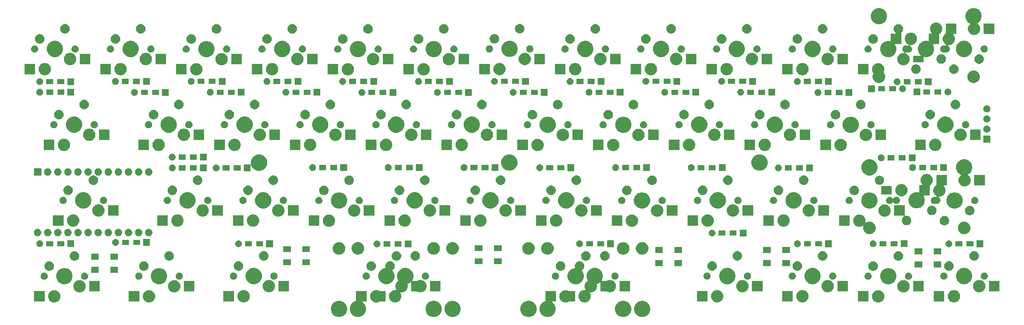
<source format=gbr>
G04 #@! TF.GenerationSoftware,KiCad,Pcbnew,(5.1.4-0-10_14)*
G04 #@! TF.CreationDate,2020-06-13T19:46:11-07:00*
G04 #@! TF.ProjectId,TG4xhotswap,54473478-686f-4747-9377-61702e6b6963,rev?*
G04 #@! TF.SameCoordinates,Original*
G04 #@! TF.FileFunction,Soldermask,Bot*
G04 #@! TF.FilePolarity,Negative*
%FSLAX46Y46*%
G04 Gerber Fmt 4.6, Leading zero omitted, Abs format (unit mm)*
G04 Created by KiCad (PCBNEW (5.1.4-0-10_14)) date 2020-06-13 19:46:11*
%MOMM*%
%LPD*%
G04 APERTURE LIST*
%ADD10C,0.100000*%
G04 APERTURE END LIST*
D10*
G36*
X169421474Y-84538684D02*
G01*
X169600888Y-84613000D01*
X169793623Y-84692833D01*
X170128548Y-84916623D01*
X170413377Y-85201452D01*
X170637167Y-85536377D01*
X170637167Y-85536378D01*
X170791316Y-85908526D01*
X170869900Y-86303594D01*
X170869900Y-86706406D01*
X170791316Y-87101474D01*
X170701017Y-87319474D01*
X170637167Y-87473623D01*
X170413377Y-87808548D01*
X170128548Y-88093377D01*
X169793623Y-88317167D01*
X169639474Y-88381017D01*
X169421474Y-88471316D01*
X169026406Y-88549900D01*
X168623594Y-88549900D01*
X168228526Y-88471316D01*
X168010526Y-88381017D01*
X167856377Y-88317167D01*
X167521452Y-88093377D01*
X167236623Y-87808548D01*
X167012833Y-87473623D01*
X166948983Y-87319474D01*
X166858684Y-87101474D01*
X166780100Y-86706406D01*
X166780100Y-86303594D01*
X166858684Y-85908526D01*
X167012833Y-85536378D01*
X167012833Y-85536377D01*
X167236623Y-85201452D01*
X167521452Y-84916623D01*
X167856377Y-84692833D01*
X168049112Y-84613000D01*
X168228526Y-84538684D01*
X168623594Y-84460100D01*
X169026406Y-84460100D01*
X169421474Y-84538684D01*
X169421474Y-84538684D01*
G37*
G36*
X164646474Y-84538684D02*
G01*
X164825888Y-84613000D01*
X165018623Y-84692833D01*
X165353548Y-84916623D01*
X165638377Y-85201452D01*
X165862167Y-85536377D01*
X165862167Y-85536378D01*
X166016316Y-85908526D01*
X166094900Y-86303594D01*
X166094900Y-86706406D01*
X166016316Y-87101474D01*
X165926017Y-87319474D01*
X165862167Y-87473623D01*
X165638377Y-87808548D01*
X165353548Y-88093377D01*
X165018623Y-88317167D01*
X164864474Y-88381017D01*
X164646474Y-88471316D01*
X164251406Y-88549900D01*
X163848594Y-88549900D01*
X163453526Y-88471316D01*
X163235526Y-88381017D01*
X163081377Y-88317167D01*
X162746452Y-88093377D01*
X162461623Y-87808548D01*
X162237833Y-87473623D01*
X162173983Y-87319474D01*
X162083684Y-87101474D01*
X162005100Y-86706406D01*
X162005100Y-86303594D01*
X162083684Y-85908526D01*
X162237833Y-85536378D01*
X162237833Y-85536377D01*
X162461623Y-85201452D01*
X162746452Y-84916623D01*
X163081377Y-84692833D01*
X163274112Y-84613000D01*
X163453526Y-84538684D01*
X163848594Y-84460100D01*
X164251406Y-84460100D01*
X164646474Y-84538684D01*
X164646474Y-84538684D01*
G37*
G36*
X147143900Y-84638400D02*
G01*
X146324224Y-84638400D01*
X146299838Y-84640802D01*
X146276389Y-84647915D01*
X146254778Y-84659466D01*
X146235836Y-84675011D01*
X146220291Y-84693953D01*
X146208740Y-84715564D01*
X146201627Y-84739013D01*
X146199225Y-84763399D01*
X146201627Y-84787785D01*
X146208740Y-84811234D01*
X146220291Y-84832845D01*
X146235836Y-84851787D01*
X146254774Y-84867329D01*
X146328548Y-84916623D01*
X146613377Y-85201452D01*
X146837167Y-85536377D01*
X146837167Y-85536378D01*
X146991316Y-85908526D01*
X147069900Y-86303594D01*
X147069900Y-86706406D01*
X146991316Y-87101474D01*
X146901017Y-87319474D01*
X146837167Y-87473623D01*
X146613377Y-87808548D01*
X146328548Y-88093377D01*
X145993623Y-88317167D01*
X145839474Y-88381017D01*
X145621474Y-88471316D01*
X145226406Y-88549900D01*
X144823594Y-88549900D01*
X144428526Y-88471316D01*
X144210526Y-88381017D01*
X144056377Y-88317167D01*
X143721452Y-88093377D01*
X143436623Y-87808548D01*
X143212833Y-87473623D01*
X143148983Y-87319474D01*
X143058684Y-87101474D01*
X142980100Y-86706406D01*
X142980100Y-86303594D01*
X143058684Y-85908526D01*
X143212833Y-85536378D01*
X143212833Y-85536377D01*
X143436623Y-85201452D01*
X143721452Y-84916623D01*
X144056377Y-84692833D01*
X144249112Y-84613000D01*
X144414736Y-84544396D01*
X144436347Y-84532845D01*
X144455289Y-84517300D01*
X144470834Y-84498358D01*
X144482385Y-84476747D01*
X144489498Y-84453298D01*
X144491900Y-84428912D01*
X144491900Y-82036400D01*
X147143900Y-82036400D01*
X147143900Y-84638400D01*
X147143900Y-84638400D01*
G37*
G36*
X140846474Y-84538684D02*
G01*
X141025888Y-84613000D01*
X141218623Y-84692833D01*
X141553548Y-84916623D01*
X141838377Y-85201452D01*
X142062167Y-85536377D01*
X142062167Y-85536378D01*
X142216316Y-85908526D01*
X142294900Y-86303594D01*
X142294900Y-86706406D01*
X142216316Y-87101474D01*
X142126017Y-87319474D01*
X142062167Y-87473623D01*
X141838377Y-87808548D01*
X141553548Y-88093377D01*
X141218623Y-88317167D01*
X141064474Y-88381017D01*
X140846474Y-88471316D01*
X140451406Y-88549900D01*
X140048594Y-88549900D01*
X139653526Y-88471316D01*
X139435526Y-88381017D01*
X139281377Y-88317167D01*
X138946452Y-88093377D01*
X138661623Y-87808548D01*
X138437833Y-87473623D01*
X138373983Y-87319474D01*
X138283684Y-87101474D01*
X138205100Y-86706406D01*
X138205100Y-86303594D01*
X138283684Y-85908526D01*
X138437833Y-85536378D01*
X138437833Y-85536377D01*
X138661623Y-85201452D01*
X138946452Y-84916623D01*
X139281377Y-84692833D01*
X139474112Y-84613000D01*
X139653526Y-84538684D01*
X140048594Y-84460100D01*
X140451406Y-84460100D01*
X140846474Y-84538684D01*
X140846474Y-84538684D01*
G37*
G36*
X116996474Y-84538684D02*
G01*
X117175888Y-84613000D01*
X117368623Y-84692833D01*
X117703548Y-84916623D01*
X117988377Y-85201452D01*
X118212167Y-85536377D01*
X118212167Y-85536378D01*
X118366316Y-85908526D01*
X118444900Y-86303594D01*
X118444900Y-86706406D01*
X118366316Y-87101474D01*
X118276017Y-87319474D01*
X118212167Y-87473623D01*
X117988377Y-87808548D01*
X117703548Y-88093377D01*
X117368623Y-88317167D01*
X117214474Y-88381017D01*
X116996474Y-88471316D01*
X116601406Y-88549900D01*
X116198594Y-88549900D01*
X115803526Y-88471316D01*
X115585526Y-88381017D01*
X115431377Y-88317167D01*
X115096452Y-88093377D01*
X114811623Y-87808548D01*
X114587833Y-87473623D01*
X114523983Y-87319474D01*
X114433684Y-87101474D01*
X114355100Y-86706406D01*
X114355100Y-86303594D01*
X114433684Y-85908526D01*
X114587833Y-85536378D01*
X114587833Y-85536377D01*
X114811623Y-85201452D01*
X115096452Y-84916623D01*
X115431377Y-84692833D01*
X115624112Y-84613000D01*
X115803526Y-84538684D01*
X116198594Y-84460100D01*
X116601406Y-84460100D01*
X116996474Y-84538684D01*
X116996474Y-84538684D01*
G37*
G36*
X93196474Y-84538684D02*
G01*
X93375888Y-84613000D01*
X93568623Y-84692833D01*
X93903548Y-84916623D01*
X94188377Y-85201452D01*
X94412167Y-85536377D01*
X94412167Y-85536378D01*
X94566316Y-85908526D01*
X94644900Y-86303594D01*
X94644900Y-86706406D01*
X94566316Y-87101474D01*
X94476017Y-87319474D01*
X94412167Y-87473623D01*
X94188377Y-87808548D01*
X93903548Y-88093377D01*
X93568623Y-88317167D01*
X93414474Y-88381017D01*
X93196474Y-88471316D01*
X92801406Y-88549900D01*
X92398594Y-88549900D01*
X92003526Y-88471316D01*
X91785526Y-88381017D01*
X91631377Y-88317167D01*
X91296452Y-88093377D01*
X91011623Y-87808548D01*
X90787833Y-87473623D01*
X90723983Y-87319474D01*
X90633684Y-87101474D01*
X90555100Y-86706406D01*
X90555100Y-86303594D01*
X90633684Y-85908526D01*
X90787833Y-85536378D01*
X90787833Y-85536377D01*
X91011623Y-85201452D01*
X91296452Y-84916623D01*
X91631377Y-84692833D01*
X91824112Y-84613000D01*
X92003526Y-84538684D01*
X92398594Y-84460100D01*
X92801406Y-84460100D01*
X93196474Y-84538684D01*
X93196474Y-84538684D01*
G37*
G36*
X121741874Y-84520684D02*
G01*
X121959874Y-84610983D01*
X122114023Y-84674833D01*
X122448948Y-84898623D01*
X122733777Y-85183452D01*
X122957567Y-85518377D01*
X122965023Y-85536378D01*
X123111716Y-85890526D01*
X123190300Y-86285594D01*
X123190300Y-86688406D01*
X123111716Y-87083474D01*
X123021417Y-87301474D01*
X122957567Y-87455623D01*
X122733777Y-87790548D01*
X122448948Y-88075377D01*
X122114023Y-88299167D01*
X121959874Y-88363017D01*
X121741874Y-88453316D01*
X121346806Y-88531900D01*
X120943994Y-88531900D01*
X120548926Y-88453316D01*
X120330926Y-88363017D01*
X120176777Y-88299167D01*
X119841852Y-88075377D01*
X119557023Y-87790548D01*
X119333233Y-87455623D01*
X119269383Y-87301474D01*
X119179084Y-87083474D01*
X119100500Y-86688406D01*
X119100500Y-86285594D01*
X119179084Y-85890526D01*
X119325777Y-85536378D01*
X119333233Y-85518377D01*
X119557023Y-85183452D01*
X119841852Y-84898623D01*
X120176777Y-84674833D01*
X120330926Y-84610983D01*
X120548926Y-84520684D01*
X120943994Y-84442100D01*
X121346806Y-84442100D01*
X121741874Y-84520684D01*
X121741874Y-84520684D01*
G37*
G36*
X99544300Y-84625700D02*
G01*
X98652556Y-84625700D01*
X98628170Y-84628102D01*
X98604721Y-84635215D01*
X98583110Y-84646766D01*
X98564168Y-84662311D01*
X98548623Y-84681253D01*
X98537072Y-84702864D01*
X98529959Y-84726313D01*
X98527557Y-84750699D01*
X98529959Y-84775085D01*
X98537072Y-84798534D01*
X98548623Y-84820145D01*
X98564168Y-84839087D01*
X98583106Y-84854629D01*
X98648948Y-84898623D01*
X98933777Y-85183452D01*
X99157567Y-85518377D01*
X99165023Y-85536378D01*
X99311716Y-85890526D01*
X99390300Y-86285594D01*
X99390300Y-86688406D01*
X99311716Y-87083474D01*
X99221417Y-87301474D01*
X99157567Y-87455623D01*
X98933777Y-87790548D01*
X98648948Y-88075377D01*
X98314023Y-88299167D01*
X98159874Y-88363017D01*
X97941874Y-88453316D01*
X97546806Y-88531900D01*
X97143994Y-88531900D01*
X96748926Y-88453316D01*
X96530926Y-88363017D01*
X96376777Y-88299167D01*
X96041852Y-88075377D01*
X95757023Y-87790548D01*
X95533233Y-87455623D01*
X95469383Y-87301474D01*
X95379084Y-87083474D01*
X95300500Y-86688406D01*
X95300500Y-86285594D01*
X95379084Y-85890526D01*
X95525777Y-85536378D01*
X95533233Y-85518377D01*
X95757023Y-85183452D01*
X96041852Y-84898623D01*
X96376777Y-84674833D01*
X96520257Y-84615402D01*
X96748925Y-84520684D01*
X96791688Y-84512178D01*
X96815137Y-84505065D01*
X96836747Y-84493514D01*
X96855689Y-84477968D01*
X96871234Y-84459026D01*
X96882785Y-84437416D01*
X96889898Y-84413967D01*
X96892300Y-84389581D01*
X96892300Y-82023700D01*
X99544300Y-82023700D01*
X99544300Y-84625700D01*
X99544300Y-84625700D01*
G37*
G36*
X21308385Y-81816202D02*
G01*
X21458210Y-81846004D01*
X21740474Y-81962921D01*
X21994505Y-82132659D01*
X22210541Y-82348695D01*
X22380279Y-82602726D01*
X22497196Y-82884990D01*
X22497196Y-82884991D01*
X22551748Y-83159239D01*
X22556800Y-83184640D01*
X22556800Y-83490160D01*
X22497196Y-83789810D01*
X22380279Y-84072074D01*
X22210541Y-84326105D01*
X21994505Y-84542141D01*
X21740474Y-84711879D01*
X21458210Y-84828796D01*
X21342626Y-84851787D01*
X21158561Y-84888400D01*
X20853039Y-84888400D01*
X20668974Y-84851787D01*
X20553390Y-84828796D01*
X20271126Y-84711879D01*
X20017095Y-84542141D01*
X19801059Y-84326105D01*
X19631321Y-84072074D01*
X19514404Y-83789810D01*
X19454800Y-83490160D01*
X19454800Y-83184640D01*
X19459853Y-83159239D01*
X19514404Y-82884991D01*
X19514404Y-82884990D01*
X19631321Y-82602726D01*
X19801059Y-82348695D01*
X20017095Y-82132659D01*
X20271126Y-81962921D01*
X20553390Y-81846004D01*
X20703215Y-81816202D01*
X20853039Y-81786400D01*
X21158561Y-81786400D01*
X21308385Y-81816202D01*
X21308385Y-81816202D01*
G37*
G36*
X45108185Y-81816202D02*
G01*
X45258010Y-81846004D01*
X45540274Y-81962921D01*
X45794305Y-82132659D01*
X46010341Y-82348695D01*
X46180079Y-82602726D01*
X46296996Y-82884990D01*
X46296996Y-82884991D01*
X46351548Y-83159239D01*
X46356600Y-83184640D01*
X46356600Y-83490160D01*
X46296996Y-83789810D01*
X46180079Y-84072074D01*
X46010341Y-84326105D01*
X45794305Y-84542141D01*
X45540274Y-84711879D01*
X45258010Y-84828796D01*
X45142426Y-84851787D01*
X44958361Y-84888400D01*
X44652839Y-84888400D01*
X44468774Y-84851787D01*
X44353190Y-84828796D01*
X44070926Y-84711879D01*
X43816895Y-84542141D01*
X43600859Y-84326105D01*
X43431121Y-84072074D01*
X43314204Y-83789810D01*
X43254600Y-83490160D01*
X43254600Y-83184640D01*
X43259653Y-83159239D01*
X43314204Y-82884991D01*
X43314204Y-82884990D01*
X43431121Y-82602726D01*
X43600859Y-82348695D01*
X43816895Y-82132659D01*
X44070926Y-81962921D01*
X44353190Y-81846004D01*
X44503015Y-81816202D01*
X44652839Y-81786400D01*
X44958361Y-81786400D01*
X45108185Y-81816202D01*
X45108185Y-81816202D01*
G37*
G36*
X149870485Y-81816202D02*
G01*
X150020310Y-81846004D01*
X150302574Y-81962921D01*
X150343009Y-81989939D01*
X150364611Y-82001485D01*
X150388060Y-82008598D01*
X150412446Y-82011000D01*
X151931800Y-82011000D01*
X151931800Y-84613000D01*
X150488473Y-84613000D01*
X150464087Y-84615402D01*
X150440638Y-84622515D01*
X150419039Y-84634059D01*
X150302574Y-84711879D01*
X150020310Y-84828796D01*
X149904726Y-84851787D01*
X149720661Y-84888400D01*
X149415139Y-84888400D01*
X149231074Y-84851787D01*
X149115490Y-84828796D01*
X148833226Y-84711879D01*
X148579195Y-84542141D01*
X148363159Y-84326105D01*
X148193421Y-84072074D01*
X148076504Y-83789810D01*
X148016900Y-83490160D01*
X148016900Y-83184640D01*
X148021953Y-83159239D01*
X148076504Y-82884991D01*
X148076504Y-82884990D01*
X148193421Y-82602726D01*
X148363159Y-82348695D01*
X148579195Y-82132659D01*
X148833226Y-81962921D01*
X149115490Y-81846004D01*
X149265315Y-81816202D01*
X149415139Y-81786400D01*
X149720661Y-81786400D01*
X149870485Y-81816202D01*
X149870485Y-81816202D01*
G37*
G36*
X228470785Y-81816202D02*
G01*
X228620610Y-81846004D01*
X228902874Y-81962921D01*
X229156905Y-82132659D01*
X229372941Y-82348695D01*
X229542679Y-82602726D01*
X229659596Y-82884990D01*
X229659596Y-82884991D01*
X229714148Y-83159239D01*
X229719200Y-83184640D01*
X229719200Y-83490160D01*
X229659596Y-83789810D01*
X229542679Y-84072074D01*
X229372941Y-84326105D01*
X229156905Y-84542141D01*
X228902874Y-84711879D01*
X228620610Y-84828796D01*
X228505026Y-84851787D01*
X228320961Y-84888400D01*
X228015439Y-84888400D01*
X227831374Y-84851787D01*
X227715790Y-84828796D01*
X227433526Y-84711879D01*
X227179495Y-84542141D01*
X226963459Y-84326105D01*
X226793721Y-84072074D01*
X226676804Y-83789810D01*
X226617200Y-83490160D01*
X226617200Y-83184640D01*
X226622253Y-83159239D01*
X226676804Y-82884991D01*
X226676804Y-82884990D01*
X226793721Y-82602726D01*
X226963459Y-82348695D01*
X227179495Y-82132659D01*
X227433526Y-81962921D01*
X227715790Y-81846004D01*
X227865615Y-81816202D01*
X228015439Y-81786400D01*
X228320961Y-81786400D01*
X228470785Y-81816202D01*
X228470785Y-81816202D01*
G37*
G36*
X102270885Y-81803502D02*
G01*
X102420710Y-81833304D01*
X102702974Y-81950221D01*
X102762416Y-81989939D01*
X102784018Y-82001485D01*
X102807467Y-82008598D01*
X102831853Y-82011000D01*
X104281400Y-82011000D01*
X104281400Y-84613000D01*
X102869867Y-84613000D01*
X102845481Y-84615402D01*
X102822032Y-84622515D01*
X102800429Y-84634062D01*
X102702974Y-84699179D01*
X102420710Y-84816096D01*
X102336507Y-84832845D01*
X102121061Y-84875700D01*
X101815539Y-84875700D01*
X101600093Y-84832845D01*
X101515890Y-84816096D01*
X101233626Y-84699179D01*
X100979595Y-84529441D01*
X100763559Y-84313405D01*
X100593821Y-84059374D01*
X100476904Y-83777110D01*
X100417300Y-83477460D01*
X100417300Y-83171940D01*
X100476904Y-82872290D01*
X100593821Y-82590026D01*
X100763559Y-82335995D01*
X100979595Y-82119959D01*
X101233626Y-81950221D01*
X101515890Y-81833304D01*
X101665715Y-81803502D01*
X101815539Y-81773700D01*
X102121061Y-81773700D01*
X102270885Y-81803502D01*
X102270885Y-81803502D01*
G37*
G36*
X247497167Y-81786104D02*
G01*
X247670610Y-81820604D01*
X247952874Y-81937521D01*
X248206905Y-82107259D01*
X248422941Y-82323295D01*
X248592679Y-82577326D01*
X248709596Y-82859590D01*
X248739398Y-83009415D01*
X248769200Y-83159239D01*
X248769200Y-83464761D01*
X248739398Y-83614585D01*
X248709596Y-83764410D01*
X248592679Y-84046674D01*
X248422941Y-84300705D01*
X248206905Y-84516741D01*
X247952874Y-84686479D01*
X247670610Y-84803396D01*
X247586407Y-84820145D01*
X247370961Y-84863000D01*
X247065439Y-84863000D01*
X246849993Y-84820145D01*
X246765790Y-84803396D01*
X246483526Y-84686479D01*
X246229495Y-84516741D01*
X246013459Y-84300705D01*
X245843721Y-84046674D01*
X245726804Y-83764410D01*
X245697002Y-83614585D01*
X245667200Y-83464761D01*
X245667200Y-83159239D01*
X245697002Y-83009415D01*
X245726804Y-82859590D01*
X245843721Y-82577326D01*
X246013459Y-82323295D01*
X246229495Y-82107259D01*
X246483526Y-81937521D01*
X246765790Y-81820604D01*
X246939233Y-81786104D01*
X247065439Y-81761000D01*
X247370961Y-81761000D01*
X247497167Y-81786104D01*
X247497167Y-81786104D01*
G37*
G36*
X209397167Y-81786104D02*
G01*
X209570610Y-81820604D01*
X209852874Y-81937521D01*
X210106905Y-82107259D01*
X210322941Y-82323295D01*
X210492679Y-82577326D01*
X210609596Y-82859590D01*
X210639398Y-83009415D01*
X210669200Y-83159239D01*
X210669200Y-83464761D01*
X210639398Y-83614585D01*
X210609596Y-83764410D01*
X210492679Y-84046674D01*
X210322941Y-84300705D01*
X210106905Y-84516741D01*
X209852874Y-84686479D01*
X209570610Y-84803396D01*
X209486407Y-84820145D01*
X209270961Y-84863000D01*
X208965439Y-84863000D01*
X208749993Y-84820145D01*
X208665790Y-84803396D01*
X208383526Y-84686479D01*
X208129495Y-84516741D01*
X207913459Y-84300705D01*
X207743721Y-84046674D01*
X207626804Y-83764410D01*
X207597002Y-83614585D01*
X207567200Y-83464761D01*
X207567200Y-83159239D01*
X207597002Y-83009415D01*
X207626804Y-82859590D01*
X207743721Y-82577326D01*
X207913459Y-82323295D01*
X208129495Y-82107259D01*
X208383526Y-81937521D01*
X208665790Y-81820604D01*
X208839233Y-81786104D01*
X208965439Y-81761000D01*
X209270961Y-81761000D01*
X209397167Y-81786104D01*
X209397167Y-81786104D01*
G37*
G36*
X187959567Y-81786104D02*
G01*
X188133010Y-81820604D01*
X188415274Y-81937521D01*
X188669305Y-82107259D01*
X188885341Y-82323295D01*
X189055079Y-82577326D01*
X189171996Y-82859590D01*
X189201798Y-83009415D01*
X189231600Y-83159239D01*
X189231600Y-83464761D01*
X189201798Y-83614585D01*
X189171996Y-83764410D01*
X189055079Y-84046674D01*
X188885341Y-84300705D01*
X188669305Y-84516741D01*
X188415274Y-84686479D01*
X188133010Y-84803396D01*
X188048807Y-84820145D01*
X187833361Y-84863000D01*
X187527839Y-84863000D01*
X187312393Y-84820145D01*
X187228190Y-84803396D01*
X186945926Y-84686479D01*
X186691895Y-84516741D01*
X186475859Y-84300705D01*
X186306121Y-84046674D01*
X186189204Y-83764410D01*
X186159402Y-83614585D01*
X186129600Y-83464761D01*
X186129600Y-83159239D01*
X186159402Y-83009415D01*
X186189204Y-82859590D01*
X186306121Y-82577326D01*
X186475859Y-82323295D01*
X186691895Y-82107259D01*
X186945926Y-81937521D01*
X187228190Y-81820604D01*
X187401633Y-81786104D01*
X187527839Y-81761000D01*
X187833361Y-81761000D01*
X187959567Y-81786104D01*
X187959567Y-81786104D01*
G37*
G36*
X68884367Y-81786104D02*
G01*
X69057810Y-81820604D01*
X69340074Y-81937521D01*
X69594105Y-82107259D01*
X69810141Y-82323295D01*
X69979879Y-82577326D01*
X70096796Y-82859590D01*
X70126598Y-83009415D01*
X70156400Y-83159239D01*
X70156400Y-83464761D01*
X70126598Y-83614585D01*
X70096796Y-83764410D01*
X69979879Y-84046674D01*
X69810141Y-84300705D01*
X69594105Y-84516741D01*
X69340074Y-84686479D01*
X69057810Y-84803396D01*
X68973607Y-84820145D01*
X68758161Y-84863000D01*
X68452639Y-84863000D01*
X68237193Y-84820145D01*
X68152990Y-84803396D01*
X67870726Y-84686479D01*
X67616695Y-84516741D01*
X67400659Y-84300705D01*
X67230921Y-84046674D01*
X67114004Y-83764410D01*
X67084202Y-83614585D01*
X67054400Y-83464761D01*
X67054400Y-83159239D01*
X67084202Y-83009415D01*
X67114004Y-82859590D01*
X67230921Y-82577326D01*
X67400659Y-82323295D01*
X67616695Y-82107259D01*
X67870726Y-81937521D01*
X68152990Y-81820604D01*
X68326433Y-81786104D01*
X68452639Y-81761000D01*
X68758161Y-81761000D01*
X68884367Y-81786104D01*
X68884367Y-81786104D01*
G37*
G36*
X109841874Y-76265684D02*
G01*
X110059874Y-76355983D01*
X110214023Y-76419833D01*
X110548948Y-76643623D01*
X110833777Y-76928452D01*
X111057567Y-77263377D01*
X111121417Y-77417526D01*
X111211716Y-77635526D01*
X111290300Y-78030594D01*
X111290300Y-78433406D01*
X111211716Y-78828474D01*
X111127722Y-79031253D01*
X111057567Y-79200623D01*
X110998340Y-79289262D01*
X110986793Y-79310866D01*
X110979680Y-79334314D01*
X110977278Y-79358701D01*
X110979680Y-79383087D01*
X110986793Y-79406536D01*
X110998344Y-79428146D01*
X111013889Y-79447088D01*
X111032831Y-79462634D01*
X111054442Y-79474185D01*
X111077890Y-79481298D01*
X111102277Y-79483700D01*
X112153833Y-79483700D01*
X112178219Y-79481298D01*
X112201668Y-79474185D01*
X112223271Y-79462638D01*
X112320726Y-79397521D01*
X112602990Y-79280604D01*
X112774945Y-79246400D01*
X112902639Y-79221000D01*
X113208161Y-79221000D01*
X113335855Y-79246400D01*
X113507810Y-79280604D01*
X113790074Y-79397521D01*
X114044105Y-79567259D01*
X114260141Y-79783295D01*
X114429879Y-80037326D01*
X114546796Y-80319590D01*
X114576598Y-80469415D01*
X114606400Y-80619239D01*
X114606400Y-80924761D01*
X114576598Y-81074585D01*
X114546796Y-81224410D01*
X114429879Y-81506674D01*
X114260141Y-81760705D01*
X114044105Y-81976741D01*
X113790074Y-82146479D01*
X113507810Y-82263396D01*
X113380115Y-82288796D01*
X113208161Y-82323000D01*
X112902639Y-82323000D01*
X112730685Y-82288796D01*
X112602990Y-82263396D01*
X112320726Y-82146479D01*
X112261284Y-82106761D01*
X112239682Y-82095215D01*
X112216233Y-82088102D01*
X112191847Y-82085700D01*
X110742300Y-82085700D01*
X110742300Y-79925040D01*
X110739898Y-79900654D01*
X110732785Y-79877205D01*
X110721234Y-79855594D01*
X110705689Y-79836652D01*
X110686747Y-79821107D01*
X110665136Y-79809556D01*
X110641687Y-79802443D01*
X110617301Y-79800041D01*
X110592915Y-79802443D01*
X110569466Y-79809556D01*
X110547857Y-79821106D01*
X110214023Y-80044167D01*
X110064040Y-80106292D01*
X109882300Y-80181571D01*
X109860689Y-80193122D01*
X109841747Y-80208667D01*
X109826202Y-80227609D01*
X109814651Y-80249220D01*
X109807538Y-80272669D01*
X109805136Y-80297055D01*
X109807538Y-80321441D01*
X109809696Y-80332290D01*
X109869300Y-80631940D01*
X109869300Y-80937460D01*
X109809696Y-81237110D01*
X109692779Y-81519374D01*
X109523041Y-81773405D01*
X109307005Y-81989441D01*
X109052974Y-82159179D01*
X108770710Y-82276096D01*
X108620885Y-82305898D01*
X108471061Y-82335700D01*
X108154296Y-82335700D01*
X108152095Y-82335484D01*
X108127710Y-82337895D01*
X108104263Y-82345017D01*
X108082657Y-82356576D01*
X108063721Y-82372128D01*
X108048183Y-82391076D01*
X108036639Y-82412691D01*
X108029535Y-82436142D01*
X108027142Y-82460529D01*
X108029553Y-82484914D01*
X108036675Y-82508361D01*
X108048203Y-82529919D01*
X108079879Y-82577326D01*
X108196796Y-82859590D01*
X108226598Y-83009415D01*
X108256400Y-83159239D01*
X108256400Y-83464761D01*
X108226598Y-83614585D01*
X108196796Y-83764410D01*
X108079879Y-84046674D01*
X107910141Y-84300705D01*
X107694105Y-84516741D01*
X107440074Y-84686479D01*
X107157810Y-84803396D01*
X107073607Y-84820145D01*
X106858161Y-84863000D01*
X106552639Y-84863000D01*
X106337193Y-84820145D01*
X106252990Y-84803396D01*
X105970726Y-84686479D01*
X105716695Y-84516741D01*
X105500659Y-84300705D01*
X105330921Y-84046674D01*
X105214004Y-83764410D01*
X105184202Y-83614585D01*
X105154400Y-83464761D01*
X105154400Y-83159239D01*
X105184202Y-83009415D01*
X105214004Y-82859590D01*
X105330921Y-82577326D01*
X105500659Y-82323295D01*
X105716695Y-82107259D01*
X105970726Y-81937521D01*
X106252990Y-81820604D01*
X106426433Y-81786104D01*
X106552639Y-81761000D01*
X106869404Y-81761000D01*
X106871605Y-81761216D01*
X106895990Y-81758805D01*
X106919437Y-81751683D01*
X106941043Y-81740124D01*
X106959979Y-81724572D01*
X106975517Y-81705624D01*
X106987061Y-81684009D01*
X106994165Y-81660558D01*
X106996558Y-81636171D01*
X106994147Y-81611786D01*
X106987025Y-81588339D01*
X106975497Y-81566781D01*
X106943821Y-81519374D01*
X106826904Y-81237110D01*
X106767300Y-80937460D01*
X106767300Y-80631940D01*
X106826904Y-80332290D01*
X106943821Y-80050026D01*
X107113559Y-79795995D01*
X107329595Y-79579959D01*
X107472554Y-79484437D01*
X107491485Y-79468901D01*
X107507030Y-79449959D01*
X107518581Y-79428348D01*
X107525694Y-79404899D01*
X107528096Y-79380513D01*
X107525694Y-79356127D01*
X107518581Y-79332678D01*
X107507032Y-79311071D01*
X107433233Y-79200623D01*
X107363078Y-79031253D01*
X107279084Y-78828474D01*
X107200500Y-78433406D01*
X107200500Y-78030594D01*
X107279084Y-77635526D01*
X107369383Y-77417526D01*
X107433233Y-77263377D01*
X107657023Y-76928452D01*
X107941852Y-76643623D01*
X108276777Y-76419833D01*
X108430926Y-76355983D01*
X108648926Y-76265684D01*
X109043994Y-76187100D01*
X109446806Y-76187100D01*
X109841874Y-76265684D01*
X109841874Y-76265684D01*
G37*
G36*
X157492274Y-76265684D02*
G01*
X157710274Y-76355983D01*
X157864423Y-76419833D01*
X158199348Y-76643623D01*
X158484177Y-76928452D01*
X158707967Y-77263377D01*
X158771817Y-77417526D01*
X158862116Y-77635526D01*
X158940700Y-78030594D01*
X158940700Y-78433406D01*
X158862116Y-78828474D01*
X158707966Y-79200625D01*
X158640259Y-79301956D01*
X158628708Y-79323566D01*
X158621595Y-79347015D01*
X158619193Y-79371401D01*
X158621595Y-79395787D01*
X158628708Y-79419236D01*
X158640259Y-79440847D01*
X158655805Y-79459789D01*
X158674747Y-79475334D01*
X158696357Y-79486885D01*
X158719806Y-79493998D01*
X158744192Y-79496400D01*
X159785227Y-79496400D01*
X159809613Y-79493998D01*
X159833062Y-79486885D01*
X159854661Y-79475341D01*
X159971126Y-79397521D01*
X160253390Y-79280604D01*
X160425345Y-79246400D01*
X160553039Y-79221000D01*
X160858561Y-79221000D01*
X160986255Y-79246400D01*
X161158210Y-79280604D01*
X161440474Y-79397521D01*
X161694505Y-79567259D01*
X161910541Y-79783295D01*
X162080279Y-80037326D01*
X162197196Y-80319590D01*
X162226998Y-80469415D01*
X162256800Y-80619239D01*
X162256800Y-80924761D01*
X162226998Y-81074585D01*
X162197196Y-81224410D01*
X162080279Y-81506674D01*
X161910541Y-81760705D01*
X161694505Y-81976741D01*
X161440474Y-82146479D01*
X161158210Y-82263396D01*
X161030515Y-82288796D01*
X160858561Y-82323000D01*
X160553039Y-82323000D01*
X160381085Y-82288796D01*
X160253390Y-82263396D01*
X159971126Y-82146479D01*
X159930691Y-82119461D01*
X159909089Y-82107915D01*
X159885640Y-82100802D01*
X159861254Y-82098400D01*
X158341900Y-82098400D01*
X158341900Y-79958983D01*
X158339498Y-79934597D01*
X158332385Y-79911148D01*
X158320834Y-79889537D01*
X158305289Y-79870595D01*
X158286347Y-79855050D01*
X158264736Y-79843499D01*
X158241287Y-79836386D01*
X158216901Y-79833984D01*
X158192515Y-79836386D01*
X158169066Y-79843499D01*
X158147461Y-79855047D01*
X157864423Y-80044167D01*
X157699294Y-80112565D01*
X157483433Y-80201978D01*
X157461822Y-80213529D01*
X157442880Y-80229074D01*
X157427335Y-80248016D01*
X157415784Y-80269627D01*
X157408671Y-80293076D01*
X157406269Y-80317462D01*
X157408671Y-80341848D01*
X157463848Y-80619239D01*
X157468900Y-80644640D01*
X157468900Y-80950160D01*
X157409296Y-81249810D01*
X157292379Y-81532074D01*
X157122641Y-81786105D01*
X156906605Y-82002141D01*
X156652574Y-82171879D01*
X156370310Y-82288796D01*
X156220485Y-82318598D01*
X156070661Y-82348400D01*
X155811171Y-82348400D01*
X155786785Y-82350802D01*
X155763336Y-82357915D01*
X155741725Y-82369466D01*
X155722783Y-82385011D01*
X155707238Y-82403953D01*
X155695687Y-82425564D01*
X155688574Y-82449013D01*
X155686172Y-82473399D01*
X155688574Y-82497785D01*
X155695687Y-82521234D01*
X155707237Y-82542841D01*
X155730279Y-82577326D01*
X155847196Y-82859590D01*
X155876998Y-83009415D01*
X155906800Y-83159239D01*
X155906800Y-83464761D01*
X155876998Y-83614585D01*
X155847196Y-83764410D01*
X155730279Y-84046674D01*
X155560541Y-84300705D01*
X155344505Y-84516741D01*
X155090474Y-84686479D01*
X154808210Y-84803396D01*
X154724007Y-84820145D01*
X154508561Y-84863000D01*
X154203039Y-84863000D01*
X153987593Y-84820145D01*
X153903390Y-84803396D01*
X153621126Y-84686479D01*
X153367095Y-84516741D01*
X153151059Y-84300705D01*
X152981321Y-84046674D01*
X152864404Y-83764410D01*
X152834602Y-83614585D01*
X152804800Y-83464761D01*
X152804800Y-83159239D01*
X152834602Y-83009415D01*
X152864404Y-82859590D01*
X152981321Y-82577326D01*
X153151059Y-82323295D01*
X153367095Y-82107259D01*
X153621126Y-81937521D01*
X153903390Y-81820604D01*
X154076833Y-81786104D01*
X154203039Y-81761000D01*
X154462529Y-81761000D01*
X154486915Y-81758598D01*
X154510364Y-81751485D01*
X154531975Y-81739934D01*
X154550917Y-81724389D01*
X154566462Y-81705447D01*
X154578013Y-81683836D01*
X154585126Y-81660387D01*
X154587528Y-81636001D01*
X154585126Y-81611615D01*
X154578013Y-81588166D01*
X154566463Y-81566559D01*
X154543421Y-81532074D01*
X154426504Y-81249810D01*
X154366900Y-80950160D01*
X154366900Y-80644640D01*
X154371953Y-80619239D01*
X154426504Y-80344991D01*
X154426504Y-80344990D01*
X154543421Y-80062726D01*
X154713159Y-79808695D01*
X154929195Y-79592659D01*
X155113134Y-79469755D01*
X155132071Y-79454213D01*
X155147616Y-79435271D01*
X155159167Y-79413661D01*
X155166280Y-79390212D01*
X155168682Y-79365826D01*
X155166280Y-79341440D01*
X155159167Y-79317991D01*
X155147616Y-79296380D01*
X155137075Y-79280604D01*
X155083633Y-79200623D01*
X155013478Y-79031253D01*
X154929484Y-78828474D01*
X154850900Y-78433406D01*
X154850900Y-78030594D01*
X154929484Y-77635526D01*
X155019783Y-77417526D01*
X155083633Y-77263377D01*
X155307423Y-76928452D01*
X155592252Y-76643623D01*
X155927177Y-76419833D01*
X156081326Y-76355983D01*
X156299326Y-76265684D01*
X156694394Y-76187100D01*
X157097206Y-76187100D01*
X157492274Y-76265684D01*
X157492274Y-76265684D01*
G37*
G36*
X18581800Y-84638400D02*
G01*
X15929800Y-84638400D01*
X15929800Y-82036400D01*
X18581800Y-82036400D01*
X18581800Y-84638400D01*
X18581800Y-84638400D01*
G37*
G36*
X42381600Y-84638400D02*
G01*
X39729600Y-84638400D01*
X39729600Y-82036400D01*
X42381600Y-82036400D01*
X42381600Y-84638400D01*
X42381600Y-84638400D01*
G37*
G36*
X225744200Y-84638400D02*
G01*
X223092200Y-84638400D01*
X223092200Y-82036400D01*
X225744200Y-82036400D01*
X225744200Y-84638400D01*
X225744200Y-84638400D01*
G37*
G36*
X185256600Y-84613000D02*
G01*
X182604600Y-84613000D01*
X182604600Y-82011000D01*
X185256600Y-82011000D01*
X185256600Y-84613000D01*
X185256600Y-84613000D01*
G37*
G36*
X206694200Y-84613000D02*
G01*
X204042200Y-84613000D01*
X204042200Y-82011000D01*
X206694200Y-82011000D01*
X206694200Y-84613000D01*
X206694200Y-84613000D01*
G37*
G36*
X66181400Y-84613000D02*
G01*
X63529400Y-84613000D01*
X63529400Y-82011000D01*
X66181400Y-82011000D01*
X66181400Y-84613000D01*
X66181400Y-84613000D01*
G37*
G36*
X244794200Y-84613000D02*
G01*
X242142200Y-84613000D01*
X242142200Y-82011000D01*
X244794200Y-82011000D01*
X244794200Y-84613000D01*
X244794200Y-84613000D01*
G37*
G36*
X27658385Y-79276202D02*
G01*
X27808210Y-79306004D01*
X28090474Y-79422921D01*
X28344505Y-79592659D01*
X28560541Y-79808695D01*
X28730279Y-80062726D01*
X28847196Y-80344990D01*
X28847196Y-80344991D01*
X28901748Y-80619239D01*
X28906800Y-80644640D01*
X28906800Y-80950160D01*
X28847196Y-81249810D01*
X28730279Y-81532074D01*
X28560541Y-81786105D01*
X28344505Y-82002141D01*
X28090474Y-82171879D01*
X27808210Y-82288796D01*
X27658385Y-82318598D01*
X27508561Y-82348400D01*
X27203039Y-82348400D01*
X27053215Y-82318598D01*
X26903390Y-82288796D01*
X26621126Y-82171879D01*
X26367095Y-82002141D01*
X26151059Y-81786105D01*
X25981321Y-81532074D01*
X25864404Y-81249810D01*
X25804800Y-80950160D01*
X25804800Y-80644640D01*
X25809853Y-80619239D01*
X25864404Y-80344991D01*
X25864404Y-80344990D01*
X25981321Y-80062726D01*
X26151059Y-79808695D01*
X26367095Y-79592659D01*
X26621126Y-79422921D01*
X26903390Y-79306004D01*
X27053215Y-79276202D01*
X27203039Y-79246400D01*
X27508561Y-79246400D01*
X27658385Y-79276202D01*
X27658385Y-79276202D01*
G37*
G36*
X51458185Y-79276202D02*
G01*
X51608010Y-79306004D01*
X51890274Y-79422921D01*
X52144305Y-79592659D01*
X52360341Y-79808695D01*
X52530079Y-80062726D01*
X52646996Y-80344990D01*
X52646996Y-80344991D01*
X52701548Y-80619239D01*
X52706600Y-80644640D01*
X52706600Y-80950160D01*
X52646996Y-81249810D01*
X52530079Y-81532074D01*
X52360341Y-81786105D01*
X52144305Y-82002141D01*
X51890274Y-82171879D01*
X51608010Y-82288796D01*
X51458185Y-82318598D01*
X51308361Y-82348400D01*
X51002839Y-82348400D01*
X50853015Y-82318598D01*
X50703190Y-82288796D01*
X50420926Y-82171879D01*
X50166895Y-82002141D01*
X49950859Y-81786105D01*
X49781121Y-81532074D01*
X49664204Y-81249810D01*
X49604600Y-80950160D01*
X49604600Y-80644640D01*
X49609653Y-80619239D01*
X49664204Y-80344991D01*
X49664204Y-80344990D01*
X49781121Y-80062726D01*
X49950859Y-79808695D01*
X50166895Y-79592659D01*
X50420926Y-79422921D01*
X50703190Y-79306004D01*
X50853015Y-79276202D01*
X51002839Y-79246400D01*
X51308361Y-79246400D01*
X51458185Y-79276202D01*
X51458185Y-79276202D01*
G37*
G36*
X234820785Y-79276202D02*
G01*
X234970610Y-79306004D01*
X235252874Y-79422921D01*
X235506905Y-79592659D01*
X235722941Y-79808695D01*
X235892679Y-80062726D01*
X236009596Y-80344990D01*
X236009596Y-80344991D01*
X236064148Y-80619239D01*
X236069200Y-80644640D01*
X236069200Y-80950160D01*
X236009596Y-81249810D01*
X235892679Y-81532074D01*
X235722941Y-81786105D01*
X235506905Y-82002141D01*
X235252874Y-82171879D01*
X234970610Y-82288796D01*
X234820785Y-82318598D01*
X234670961Y-82348400D01*
X234365439Y-82348400D01*
X234215615Y-82318598D01*
X234065790Y-82288796D01*
X233783526Y-82171879D01*
X233529495Y-82002141D01*
X233313459Y-81786105D01*
X233143721Y-81532074D01*
X233026804Y-81249810D01*
X232967200Y-80950160D01*
X232967200Y-80644640D01*
X232972253Y-80619239D01*
X233026804Y-80344991D01*
X233026804Y-80344990D01*
X233143721Y-80062726D01*
X233313459Y-79808695D01*
X233529495Y-79592659D01*
X233783526Y-79422921D01*
X234065790Y-79306004D01*
X234215615Y-79276202D01*
X234365439Y-79246400D01*
X234670961Y-79246400D01*
X234820785Y-79276202D01*
X234820785Y-79276202D01*
G37*
G36*
X194311055Y-79246400D02*
G01*
X194483010Y-79280604D01*
X194765274Y-79397521D01*
X195019305Y-79567259D01*
X195235341Y-79783295D01*
X195405079Y-80037326D01*
X195521996Y-80319590D01*
X195551798Y-80469415D01*
X195581600Y-80619239D01*
X195581600Y-80924761D01*
X195551798Y-81074585D01*
X195521996Y-81224410D01*
X195405079Y-81506674D01*
X195235341Y-81760705D01*
X195019305Y-81976741D01*
X194765274Y-82146479D01*
X194483010Y-82263396D01*
X194355315Y-82288796D01*
X194183361Y-82323000D01*
X193877839Y-82323000D01*
X193705885Y-82288796D01*
X193578190Y-82263396D01*
X193295926Y-82146479D01*
X193041895Y-81976741D01*
X192825859Y-81760705D01*
X192656121Y-81506674D01*
X192539204Y-81224410D01*
X192509402Y-81074585D01*
X192479600Y-80924761D01*
X192479600Y-80619239D01*
X192509402Y-80469415D01*
X192539204Y-80319590D01*
X192656121Y-80037326D01*
X192825859Y-79783295D01*
X193041895Y-79567259D01*
X193295926Y-79397521D01*
X193578190Y-79280604D01*
X193750145Y-79246400D01*
X193877839Y-79221000D01*
X194183361Y-79221000D01*
X194311055Y-79246400D01*
X194311055Y-79246400D01*
G37*
G36*
X75235855Y-79246400D02*
G01*
X75407810Y-79280604D01*
X75690074Y-79397521D01*
X75944105Y-79567259D01*
X76160141Y-79783295D01*
X76329879Y-80037326D01*
X76446796Y-80319590D01*
X76476598Y-80469415D01*
X76506400Y-80619239D01*
X76506400Y-80924761D01*
X76476598Y-81074585D01*
X76446796Y-81224410D01*
X76329879Y-81506674D01*
X76160141Y-81760705D01*
X75944105Y-81976741D01*
X75690074Y-82146479D01*
X75407810Y-82263396D01*
X75280115Y-82288796D01*
X75108161Y-82323000D01*
X74802639Y-82323000D01*
X74630685Y-82288796D01*
X74502990Y-82263396D01*
X74220726Y-82146479D01*
X73966695Y-81976741D01*
X73750659Y-81760705D01*
X73580921Y-81506674D01*
X73464004Y-81224410D01*
X73434202Y-81074585D01*
X73404400Y-80924761D01*
X73404400Y-80619239D01*
X73434202Y-80469415D01*
X73464004Y-80319590D01*
X73580921Y-80037326D01*
X73750659Y-79783295D01*
X73966695Y-79567259D01*
X74220726Y-79397521D01*
X74502990Y-79280604D01*
X74674945Y-79246400D01*
X74802639Y-79221000D01*
X75108161Y-79221000D01*
X75235855Y-79246400D01*
X75235855Y-79246400D01*
G37*
G36*
X253848655Y-79246400D02*
G01*
X254020610Y-79280604D01*
X254302874Y-79397521D01*
X254556905Y-79567259D01*
X254772941Y-79783295D01*
X254942679Y-80037326D01*
X255059596Y-80319590D01*
X255089398Y-80469415D01*
X255119200Y-80619239D01*
X255119200Y-80924761D01*
X255089398Y-81074585D01*
X255059596Y-81224410D01*
X254942679Y-81506674D01*
X254772941Y-81760705D01*
X254556905Y-81976741D01*
X254302874Y-82146479D01*
X254020610Y-82263396D01*
X253892915Y-82288796D01*
X253720961Y-82323000D01*
X253415439Y-82323000D01*
X253243485Y-82288796D01*
X253115790Y-82263396D01*
X252833526Y-82146479D01*
X252579495Y-81976741D01*
X252363459Y-81760705D01*
X252193721Y-81506674D01*
X252076804Y-81224410D01*
X252047002Y-81074585D01*
X252017200Y-80924761D01*
X252017200Y-80619239D01*
X252047002Y-80469415D01*
X252076804Y-80319590D01*
X252193721Y-80037326D01*
X252363459Y-79783295D01*
X252579495Y-79567259D01*
X252833526Y-79397521D01*
X253115790Y-79280604D01*
X253287745Y-79246400D01*
X253415439Y-79221000D01*
X253720961Y-79221000D01*
X253848655Y-79246400D01*
X253848655Y-79246400D01*
G37*
G36*
X215748655Y-79246400D02*
G01*
X215920610Y-79280604D01*
X216202874Y-79397521D01*
X216456905Y-79567259D01*
X216672941Y-79783295D01*
X216842679Y-80037326D01*
X216959596Y-80319590D01*
X216989398Y-80469415D01*
X217019200Y-80619239D01*
X217019200Y-80924761D01*
X216989398Y-81074585D01*
X216959596Y-81224410D01*
X216842679Y-81506674D01*
X216672941Y-81760705D01*
X216456905Y-81976741D01*
X216202874Y-82146479D01*
X215920610Y-82263396D01*
X215792915Y-82288796D01*
X215620961Y-82323000D01*
X215315439Y-82323000D01*
X215143485Y-82288796D01*
X215015790Y-82263396D01*
X214733526Y-82146479D01*
X214479495Y-81976741D01*
X214263459Y-81760705D01*
X214093721Y-81506674D01*
X213976804Y-81224410D01*
X213947002Y-81074585D01*
X213917200Y-80924761D01*
X213917200Y-80619239D01*
X213947002Y-80469415D01*
X213976804Y-80319590D01*
X214093721Y-80037326D01*
X214263459Y-79783295D01*
X214479495Y-79567259D01*
X214733526Y-79397521D01*
X215015790Y-79280604D01*
X215187745Y-79246400D01*
X215315439Y-79221000D01*
X215620961Y-79221000D01*
X215748655Y-79246400D01*
X215748655Y-79246400D01*
G37*
G36*
X32431800Y-82098400D02*
G01*
X29779800Y-82098400D01*
X29779800Y-79496400D01*
X32431800Y-79496400D01*
X32431800Y-82098400D01*
X32431800Y-82098400D01*
G37*
G36*
X239594200Y-82098400D02*
G01*
X236942200Y-82098400D01*
X236942200Y-79496400D01*
X239594200Y-79496400D01*
X239594200Y-82098400D01*
X239594200Y-82098400D01*
G37*
G36*
X56231600Y-82098400D02*
G01*
X53579600Y-82098400D01*
X53579600Y-79496400D01*
X56231600Y-79496400D01*
X56231600Y-82098400D01*
X56231600Y-82098400D01*
G37*
G36*
X258644200Y-82073000D02*
G01*
X255992200Y-82073000D01*
X255992200Y-79471000D01*
X258644200Y-79471000D01*
X258644200Y-82073000D01*
X258644200Y-82073000D01*
G37*
G36*
X220544200Y-82073000D02*
G01*
X217892200Y-82073000D01*
X217892200Y-79471000D01*
X220544200Y-79471000D01*
X220544200Y-82073000D01*
X220544200Y-82073000D01*
G37*
G36*
X118131400Y-82073000D02*
G01*
X115479400Y-82073000D01*
X115479400Y-79471000D01*
X118131400Y-79471000D01*
X118131400Y-82073000D01*
X118131400Y-82073000D01*
G37*
G36*
X199106600Y-82073000D02*
G01*
X196454600Y-82073000D01*
X196454600Y-79471000D01*
X199106600Y-79471000D01*
X199106600Y-82073000D01*
X199106600Y-82073000D01*
G37*
G36*
X165781800Y-82073000D02*
G01*
X163129800Y-82073000D01*
X163129800Y-79471000D01*
X165781800Y-79471000D01*
X165781800Y-82073000D01*
X165781800Y-82073000D01*
G37*
G36*
X80031400Y-82073000D02*
G01*
X77379400Y-82073000D01*
X77379400Y-79471000D01*
X80031400Y-79471000D01*
X80031400Y-82073000D01*
X80031400Y-82073000D01*
G37*
G36*
X153434076Y-74543884D02*
G01*
X153651369Y-74633890D01*
X153651371Y-74633891D01*
X153846930Y-74764560D01*
X154013240Y-74930870D01*
X154143910Y-75126431D01*
X154233916Y-75343724D01*
X154279800Y-75574400D01*
X154279800Y-75809600D01*
X154233916Y-76040276D01*
X154165805Y-76204709D01*
X154143909Y-76257571D01*
X154013240Y-76453130D01*
X153846930Y-76619440D01*
X153682792Y-76729114D01*
X153663855Y-76744655D01*
X153648310Y-76763597D01*
X153636759Y-76785208D01*
X153629646Y-76808657D01*
X153627244Y-76833043D01*
X153629646Y-76857429D01*
X153636759Y-76880878D01*
X153648310Y-76902489D01*
X153663850Y-76921425D01*
X153696277Y-76953852D01*
X153920067Y-77288777D01*
X153976906Y-77426000D01*
X154074216Y-77660926D01*
X154152800Y-78055994D01*
X154152800Y-78458806D01*
X154074216Y-78853874D01*
X153990222Y-79056653D01*
X153920067Y-79226023D01*
X153696277Y-79560948D01*
X153411448Y-79845777D01*
X153076523Y-80069567D01*
X152922374Y-80133417D01*
X152704374Y-80223716D01*
X152309306Y-80302300D01*
X151906494Y-80302300D01*
X151511426Y-80223716D01*
X151293426Y-80133417D01*
X151139277Y-80069567D01*
X150804352Y-79845777D01*
X150519523Y-79560948D01*
X150295733Y-79226023D01*
X150225578Y-79056653D01*
X150141584Y-78853874D01*
X150063000Y-78458806D01*
X150063000Y-78055994D01*
X150141584Y-77660926D01*
X150238894Y-77426000D01*
X150295733Y-77288777D01*
X150519523Y-76953852D01*
X150804352Y-76669023D01*
X151139277Y-76445233D01*
X151293426Y-76381383D01*
X151511426Y-76291084D01*
X151851832Y-76223373D01*
X151875281Y-76216260D01*
X151896892Y-76204709D01*
X151915834Y-76189164D01*
X151931379Y-76170222D01*
X151942930Y-76148611D01*
X151950043Y-76125162D01*
X151952445Y-76100776D01*
X151950043Y-76076390D01*
X151942930Y-76052940D01*
X151937684Y-76040274D01*
X151891800Y-75809600D01*
X151891800Y-75574400D01*
X151937684Y-75343724D01*
X152027690Y-75126431D01*
X152158360Y-74930870D01*
X152324670Y-74764560D01*
X152520229Y-74633891D01*
X152520231Y-74633890D01*
X152737524Y-74543884D01*
X152968200Y-74498000D01*
X153203400Y-74498000D01*
X153434076Y-74543884D01*
X153434076Y-74543884D01*
G37*
G36*
X231304674Y-76291084D02*
G01*
X231522674Y-76381383D01*
X231676823Y-76445233D01*
X232011748Y-76669023D01*
X232296577Y-76953852D01*
X232520367Y-77288777D01*
X232577206Y-77426000D01*
X232674516Y-77660926D01*
X232753100Y-78055994D01*
X232753100Y-78458806D01*
X232674516Y-78853874D01*
X232590522Y-79056653D01*
X232520367Y-79226023D01*
X232296577Y-79560948D01*
X232011748Y-79845777D01*
X231676823Y-80069567D01*
X231522674Y-80133417D01*
X231304674Y-80223716D01*
X230909606Y-80302300D01*
X230506794Y-80302300D01*
X230111726Y-80223716D01*
X229893726Y-80133417D01*
X229739577Y-80069567D01*
X229404652Y-79845777D01*
X229119823Y-79560948D01*
X228896033Y-79226023D01*
X228825878Y-79056653D01*
X228741884Y-78853874D01*
X228663300Y-78458806D01*
X228663300Y-78055994D01*
X228741884Y-77660926D01*
X228839194Y-77426000D01*
X228896033Y-77288777D01*
X229119823Y-76953852D01*
X229404652Y-76669023D01*
X229739577Y-76445233D01*
X229893726Y-76381383D01*
X230111726Y-76291084D01*
X230506794Y-76212500D01*
X230909606Y-76212500D01*
X231304674Y-76291084D01*
X231304674Y-76291084D01*
G37*
G36*
X24142274Y-76291084D02*
G01*
X24360274Y-76381383D01*
X24514423Y-76445233D01*
X24849348Y-76669023D01*
X25134177Y-76953852D01*
X25357967Y-77288777D01*
X25414806Y-77426000D01*
X25512116Y-77660926D01*
X25590700Y-78055994D01*
X25590700Y-78458806D01*
X25512116Y-78853874D01*
X25428122Y-79056653D01*
X25357967Y-79226023D01*
X25134177Y-79560948D01*
X24849348Y-79845777D01*
X24514423Y-80069567D01*
X24360274Y-80133417D01*
X24142274Y-80223716D01*
X23747206Y-80302300D01*
X23344394Y-80302300D01*
X22949326Y-80223716D01*
X22731326Y-80133417D01*
X22577177Y-80069567D01*
X22242252Y-79845777D01*
X21957423Y-79560948D01*
X21733633Y-79226023D01*
X21663478Y-79056653D01*
X21579484Y-78853874D01*
X21500900Y-78458806D01*
X21500900Y-78055994D01*
X21579484Y-77660926D01*
X21676794Y-77426000D01*
X21733633Y-77288777D01*
X21957423Y-76953852D01*
X22242252Y-76669023D01*
X22577177Y-76445233D01*
X22731326Y-76381383D01*
X22949326Y-76291084D01*
X23344394Y-76212500D01*
X23747206Y-76212500D01*
X24142274Y-76291084D01*
X24142274Y-76291084D01*
G37*
G36*
X47942074Y-76291084D02*
G01*
X48160074Y-76381383D01*
X48314223Y-76445233D01*
X48649148Y-76669023D01*
X48933977Y-76953852D01*
X49157767Y-77288777D01*
X49214606Y-77426000D01*
X49311916Y-77660926D01*
X49390500Y-78055994D01*
X49390500Y-78458806D01*
X49311916Y-78853874D01*
X49227922Y-79056653D01*
X49157767Y-79226023D01*
X48933977Y-79560948D01*
X48649148Y-79845777D01*
X48314223Y-80069567D01*
X48160074Y-80133417D01*
X47942074Y-80223716D01*
X47547006Y-80302300D01*
X47144194Y-80302300D01*
X46749126Y-80223716D01*
X46531126Y-80133417D01*
X46376977Y-80069567D01*
X46042052Y-79845777D01*
X45757223Y-79560948D01*
X45533433Y-79226023D01*
X45463278Y-79056653D01*
X45379284Y-78853874D01*
X45300700Y-78458806D01*
X45300700Y-78055994D01*
X45379284Y-77660926D01*
X45476594Y-77426000D01*
X45533433Y-77288777D01*
X45757223Y-76953852D01*
X46042052Y-76669023D01*
X46376977Y-76445233D01*
X46531126Y-76381383D01*
X46749126Y-76291084D01*
X47144194Y-76212500D01*
X47547006Y-76212500D01*
X47942074Y-76291084D01*
X47942074Y-76291084D01*
G37*
G36*
X105783676Y-74543884D02*
G01*
X106000969Y-74633890D01*
X106000971Y-74633891D01*
X106196530Y-74764560D01*
X106362840Y-74930870D01*
X106493510Y-75126431D01*
X106583516Y-75343724D01*
X106629400Y-75574400D01*
X106629400Y-75809600D01*
X106583516Y-76040276D01*
X106515405Y-76204709D01*
X106493509Y-76257571D01*
X106385088Y-76419833D01*
X106362840Y-76453130D01*
X106196529Y-76619441D01*
X106070463Y-76703676D01*
X106051521Y-76719222D01*
X106035976Y-76738164D01*
X106024425Y-76759774D01*
X106017312Y-76783223D01*
X106014910Y-76807609D01*
X106017312Y-76831995D01*
X106024425Y-76855444D01*
X106035976Y-76877055D01*
X106051516Y-76895991D01*
X106096677Y-76941152D01*
X106320467Y-77276077D01*
X106367721Y-77390159D01*
X106474616Y-77648226D01*
X106553200Y-78043294D01*
X106553200Y-78446106D01*
X106474616Y-78841174D01*
X106390622Y-79043953D01*
X106320467Y-79213323D01*
X106096677Y-79548248D01*
X105811848Y-79833077D01*
X105476923Y-80056867D01*
X105446262Y-80069567D01*
X105104774Y-80211016D01*
X104709706Y-80289600D01*
X104306894Y-80289600D01*
X103911826Y-80211016D01*
X103570338Y-80069567D01*
X103539677Y-80056867D01*
X103204752Y-79833077D01*
X102919923Y-79548248D01*
X102696133Y-79213323D01*
X102625978Y-79043953D01*
X102541984Y-78841174D01*
X102463400Y-78446106D01*
X102463400Y-78043294D01*
X102541984Y-77648226D01*
X102648879Y-77390159D01*
X102696133Y-77276077D01*
X102919923Y-76941152D01*
X103204752Y-76656323D01*
X103539677Y-76432533D01*
X103693826Y-76368683D01*
X103911826Y-76278384D01*
X104200439Y-76220975D01*
X104223888Y-76213862D01*
X104245499Y-76202311D01*
X104264441Y-76186766D01*
X104279986Y-76167824D01*
X104291537Y-76146213D01*
X104298650Y-76122764D01*
X104301052Y-76098378D01*
X104298650Y-76073992D01*
X104291536Y-76050541D01*
X104287284Y-76040276D01*
X104241400Y-75809600D01*
X104241400Y-75574400D01*
X104287284Y-75343724D01*
X104377290Y-75126431D01*
X104507960Y-74930870D01*
X104674270Y-74764560D01*
X104869829Y-74633891D01*
X104869831Y-74633890D01*
X105087124Y-74543884D01*
X105317800Y-74498000D01*
X105553000Y-74498000D01*
X105783676Y-74543884D01*
X105783676Y-74543884D01*
G37*
G36*
X71741874Y-76265684D02*
G01*
X71959874Y-76355983D01*
X72114023Y-76419833D01*
X72448948Y-76643623D01*
X72733777Y-76928452D01*
X72957567Y-77263377D01*
X73021417Y-77417526D01*
X73111716Y-77635526D01*
X73190300Y-78030594D01*
X73190300Y-78433406D01*
X73111716Y-78828474D01*
X73027722Y-79031253D01*
X72957567Y-79200623D01*
X72733777Y-79535548D01*
X72448948Y-79820377D01*
X72114023Y-80044167D01*
X71959874Y-80108017D01*
X71741874Y-80198316D01*
X71346806Y-80276900D01*
X70943994Y-80276900D01*
X70548926Y-80198316D01*
X70330926Y-80108017D01*
X70176777Y-80044167D01*
X69841852Y-79820377D01*
X69557023Y-79535548D01*
X69333233Y-79200623D01*
X69263078Y-79031253D01*
X69179084Y-78828474D01*
X69100500Y-78433406D01*
X69100500Y-78030594D01*
X69179084Y-77635526D01*
X69269383Y-77417526D01*
X69333233Y-77263377D01*
X69557023Y-76928452D01*
X69841852Y-76643623D01*
X70176777Y-76419833D01*
X70330926Y-76355983D01*
X70548926Y-76265684D01*
X70943994Y-76187100D01*
X71346806Y-76187100D01*
X71741874Y-76265684D01*
X71741874Y-76265684D01*
G37*
G36*
X190817074Y-76265684D02*
G01*
X191035074Y-76355983D01*
X191189223Y-76419833D01*
X191524148Y-76643623D01*
X191808977Y-76928452D01*
X192032767Y-77263377D01*
X192096617Y-77417526D01*
X192186916Y-77635526D01*
X192265500Y-78030594D01*
X192265500Y-78433406D01*
X192186916Y-78828474D01*
X192102922Y-79031253D01*
X192032767Y-79200623D01*
X191808977Y-79535548D01*
X191524148Y-79820377D01*
X191189223Y-80044167D01*
X191035074Y-80108017D01*
X190817074Y-80198316D01*
X190422006Y-80276900D01*
X190019194Y-80276900D01*
X189624126Y-80198316D01*
X189406126Y-80108017D01*
X189251977Y-80044167D01*
X188917052Y-79820377D01*
X188632223Y-79535548D01*
X188408433Y-79200623D01*
X188338278Y-79031253D01*
X188254284Y-78828474D01*
X188175700Y-78433406D01*
X188175700Y-78030594D01*
X188254284Y-77635526D01*
X188344583Y-77417526D01*
X188408433Y-77263377D01*
X188632223Y-76928452D01*
X188917052Y-76643623D01*
X189251977Y-76419833D01*
X189406126Y-76355983D01*
X189624126Y-76265684D01*
X190019194Y-76187100D01*
X190422006Y-76187100D01*
X190817074Y-76265684D01*
X190817074Y-76265684D01*
G37*
G36*
X212254674Y-76265684D02*
G01*
X212472674Y-76355983D01*
X212626823Y-76419833D01*
X212961748Y-76643623D01*
X213246577Y-76928452D01*
X213470367Y-77263377D01*
X213534217Y-77417526D01*
X213624516Y-77635526D01*
X213703100Y-78030594D01*
X213703100Y-78433406D01*
X213624516Y-78828474D01*
X213540522Y-79031253D01*
X213470367Y-79200623D01*
X213246577Y-79535548D01*
X212961748Y-79820377D01*
X212626823Y-80044167D01*
X212472674Y-80108017D01*
X212254674Y-80198316D01*
X211859606Y-80276900D01*
X211456794Y-80276900D01*
X211061726Y-80198316D01*
X210843726Y-80108017D01*
X210689577Y-80044167D01*
X210354652Y-79820377D01*
X210069823Y-79535548D01*
X209846033Y-79200623D01*
X209775878Y-79031253D01*
X209691884Y-78828474D01*
X209613300Y-78433406D01*
X209613300Y-78030594D01*
X209691884Y-77635526D01*
X209782183Y-77417526D01*
X209846033Y-77263377D01*
X210069823Y-76928452D01*
X210354652Y-76643623D01*
X210689577Y-76419833D01*
X210843726Y-76355983D01*
X211061726Y-76265684D01*
X211456794Y-76187100D01*
X211859606Y-76187100D01*
X212254674Y-76265684D01*
X212254674Y-76265684D01*
G37*
G36*
X250354674Y-76265684D02*
G01*
X250572674Y-76355983D01*
X250726823Y-76419833D01*
X251061748Y-76643623D01*
X251346577Y-76928452D01*
X251570367Y-77263377D01*
X251634217Y-77417526D01*
X251724516Y-77635526D01*
X251803100Y-78030594D01*
X251803100Y-78433406D01*
X251724516Y-78828474D01*
X251640522Y-79031253D01*
X251570367Y-79200623D01*
X251346577Y-79535548D01*
X251061748Y-79820377D01*
X250726823Y-80044167D01*
X250572674Y-80108017D01*
X250354674Y-80198316D01*
X249959606Y-80276900D01*
X249556794Y-80276900D01*
X249161726Y-80198316D01*
X248943726Y-80108017D01*
X248789577Y-80044167D01*
X248454652Y-79820377D01*
X248169823Y-79535548D01*
X247946033Y-79200623D01*
X247875878Y-79031253D01*
X247791884Y-78828474D01*
X247713300Y-78433406D01*
X247713300Y-78030594D01*
X247791884Y-77635526D01*
X247882183Y-77417526D01*
X247946033Y-77263377D01*
X248169823Y-76928452D01*
X248454652Y-76643623D01*
X248789577Y-76419833D01*
X248943726Y-76355983D01*
X249161726Y-76265684D01*
X249556794Y-76187100D01*
X249959606Y-76187100D01*
X250354674Y-76265684D01*
X250354674Y-76265684D01*
G37*
G36*
X235964152Y-77372830D02*
G01*
X236051275Y-77390159D01*
X236137801Y-77426000D01*
X236215411Y-77458147D01*
X236325111Y-77531446D01*
X236363128Y-77556848D01*
X236488752Y-77682472D01*
X236488754Y-77682475D01*
X236587453Y-77830189D01*
X236587453Y-77830190D01*
X236655441Y-77994325D01*
X236667707Y-78055994D01*
X236687574Y-78155869D01*
X236690100Y-78168571D01*
X236690100Y-78346229D01*
X236655441Y-78520475D01*
X236610116Y-78629898D01*
X236587453Y-78684611D01*
X236505726Y-78806925D01*
X236488752Y-78832328D01*
X236363128Y-78957952D01*
X236363125Y-78957954D01*
X236215411Y-79056653D01*
X236160698Y-79079316D01*
X236051275Y-79124641D01*
X235964152Y-79141970D01*
X235877031Y-79159300D01*
X235699369Y-79159300D01*
X235612248Y-79141970D01*
X235525125Y-79124641D01*
X235415702Y-79079316D01*
X235360989Y-79056653D01*
X235213275Y-78957954D01*
X235213272Y-78957952D01*
X235087648Y-78832328D01*
X235070674Y-78806925D01*
X234988947Y-78684611D01*
X234966284Y-78629898D01*
X234920959Y-78520475D01*
X234886300Y-78346229D01*
X234886300Y-78168571D01*
X234888827Y-78155869D01*
X234908693Y-78055994D01*
X234920959Y-77994325D01*
X234988947Y-77830190D01*
X234988947Y-77830189D01*
X235087646Y-77682475D01*
X235087648Y-77682472D01*
X235213272Y-77556848D01*
X235251289Y-77531446D01*
X235360989Y-77458147D01*
X235438599Y-77426000D01*
X235525125Y-77390159D01*
X235612248Y-77372829D01*
X235699369Y-77355500D01*
X235877031Y-77355500D01*
X235964152Y-77372830D01*
X235964152Y-77372830D01*
G37*
G36*
X147203852Y-77372830D02*
G01*
X147290975Y-77390159D01*
X147377501Y-77426000D01*
X147455111Y-77458147D01*
X147564811Y-77531446D01*
X147602828Y-77556848D01*
X147728452Y-77682472D01*
X147728454Y-77682475D01*
X147827153Y-77830189D01*
X147827153Y-77830190D01*
X147895141Y-77994325D01*
X147907407Y-78055994D01*
X147927274Y-78155869D01*
X147929800Y-78168571D01*
X147929800Y-78346229D01*
X147895141Y-78520475D01*
X147849816Y-78629898D01*
X147827153Y-78684611D01*
X147745426Y-78806925D01*
X147728452Y-78832328D01*
X147602828Y-78957952D01*
X147602825Y-78957954D01*
X147455111Y-79056653D01*
X147400398Y-79079316D01*
X147290975Y-79124641D01*
X147203852Y-79141970D01*
X147116731Y-79159300D01*
X146939069Y-79159300D01*
X146851948Y-79141970D01*
X146764825Y-79124641D01*
X146655402Y-79079316D01*
X146600689Y-79056653D01*
X146452975Y-78957954D01*
X146452972Y-78957952D01*
X146327348Y-78832328D01*
X146310374Y-78806925D01*
X146228647Y-78684611D01*
X146205984Y-78629898D01*
X146160659Y-78520475D01*
X146126000Y-78346229D01*
X146126000Y-78168571D01*
X146128527Y-78155869D01*
X146148393Y-78055994D01*
X146160659Y-77994325D01*
X146228647Y-77830190D01*
X146228647Y-77830189D01*
X146327346Y-77682475D01*
X146327348Y-77682472D01*
X146452972Y-77556848D01*
X146490989Y-77531446D01*
X146600689Y-77458147D01*
X146678299Y-77426000D01*
X146764825Y-77390159D01*
X146851948Y-77372830D01*
X146939069Y-77355500D01*
X147116731Y-77355500D01*
X147203852Y-77372830D01*
X147203852Y-77372830D01*
G37*
G36*
X225804152Y-77372830D02*
G01*
X225891275Y-77390159D01*
X225977801Y-77426000D01*
X226055411Y-77458147D01*
X226165111Y-77531446D01*
X226203128Y-77556848D01*
X226328752Y-77682472D01*
X226328754Y-77682475D01*
X226427453Y-77830189D01*
X226427453Y-77830190D01*
X226495441Y-77994325D01*
X226507707Y-78055994D01*
X226527574Y-78155869D01*
X226530100Y-78168571D01*
X226530100Y-78346229D01*
X226495441Y-78520475D01*
X226450116Y-78629898D01*
X226427453Y-78684611D01*
X226345726Y-78806925D01*
X226328752Y-78832328D01*
X226203128Y-78957952D01*
X226203125Y-78957954D01*
X226055411Y-79056653D01*
X226000698Y-79079316D01*
X225891275Y-79124641D01*
X225804152Y-79141970D01*
X225717031Y-79159300D01*
X225539369Y-79159300D01*
X225452248Y-79141970D01*
X225365125Y-79124641D01*
X225255702Y-79079316D01*
X225200989Y-79056653D01*
X225053275Y-78957954D01*
X225053272Y-78957952D01*
X224927648Y-78832328D01*
X224910674Y-78806925D01*
X224828947Y-78684611D01*
X224806284Y-78629898D01*
X224760959Y-78520475D01*
X224726300Y-78346229D01*
X224726300Y-78168571D01*
X224728827Y-78155869D01*
X224748693Y-78055994D01*
X224760959Y-77994325D01*
X224828947Y-77830190D01*
X224828947Y-77830189D01*
X224927646Y-77682475D01*
X224927648Y-77682472D01*
X225053272Y-77556848D01*
X225091289Y-77531446D01*
X225200989Y-77458147D01*
X225278599Y-77426000D01*
X225365125Y-77390159D01*
X225452248Y-77372829D01*
X225539369Y-77355500D01*
X225717031Y-77355500D01*
X225804152Y-77372830D01*
X225804152Y-77372830D01*
G37*
G36*
X52601552Y-77372830D02*
G01*
X52688675Y-77390159D01*
X52775201Y-77426000D01*
X52852811Y-77458147D01*
X52962511Y-77531446D01*
X53000528Y-77556848D01*
X53126152Y-77682472D01*
X53126154Y-77682475D01*
X53224853Y-77830189D01*
X53224853Y-77830190D01*
X53292841Y-77994325D01*
X53305107Y-78055994D01*
X53324974Y-78155869D01*
X53327500Y-78168571D01*
X53327500Y-78346229D01*
X53292841Y-78520475D01*
X53247516Y-78629898D01*
X53224853Y-78684611D01*
X53143126Y-78806925D01*
X53126152Y-78832328D01*
X53000528Y-78957952D01*
X53000525Y-78957954D01*
X52852811Y-79056653D01*
X52798098Y-79079316D01*
X52688675Y-79124641D01*
X52601552Y-79141970D01*
X52514431Y-79159300D01*
X52336769Y-79159300D01*
X52249648Y-79141970D01*
X52162525Y-79124641D01*
X52053102Y-79079316D01*
X51998389Y-79056653D01*
X51850675Y-78957954D01*
X51850672Y-78957952D01*
X51725048Y-78832328D01*
X51708074Y-78806925D01*
X51626347Y-78684611D01*
X51603684Y-78629898D01*
X51558359Y-78520475D01*
X51523700Y-78346229D01*
X51523700Y-78168571D01*
X51526227Y-78155869D01*
X51546093Y-78055994D01*
X51558359Y-77994325D01*
X51626347Y-77830190D01*
X51626347Y-77830189D01*
X51725046Y-77682475D01*
X51725048Y-77682472D01*
X51850672Y-77556848D01*
X51888689Y-77531446D01*
X51998389Y-77458147D01*
X52075999Y-77426000D01*
X52162525Y-77390159D01*
X52249648Y-77372830D01*
X52336769Y-77355500D01*
X52514431Y-77355500D01*
X52601552Y-77372830D01*
X52601552Y-77372830D01*
G37*
G36*
X42441552Y-77372830D02*
G01*
X42528675Y-77390159D01*
X42615201Y-77426000D01*
X42692811Y-77458147D01*
X42802511Y-77531446D01*
X42840528Y-77556848D01*
X42966152Y-77682472D01*
X42966154Y-77682475D01*
X43064853Y-77830189D01*
X43064853Y-77830190D01*
X43132841Y-77994325D01*
X43145107Y-78055994D01*
X43164974Y-78155869D01*
X43167500Y-78168571D01*
X43167500Y-78346229D01*
X43132841Y-78520475D01*
X43087516Y-78629898D01*
X43064853Y-78684611D01*
X42983126Y-78806925D01*
X42966152Y-78832328D01*
X42840528Y-78957952D01*
X42840525Y-78957954D01*
X42692811Y-79056653D01*
X42638098Y-79079316D01*
X42528675Y-79124641D01*
X42441552Y-79141970D01*
X42354431Y-79159300D01*
X42176769Y-79159300D01*
X42089648Y-79141970D01*
X42002525Y-79124641D01*
X41893102Y-79079316D01*
X41838389Y-79056653D01*
X41690675Y-78957954D01*
X41690672Y-78957952D01*
X41565048Y-78832328D01*
X41548074Y-78806925D01*
X41466347Y-78684611D01*
X41443684Y-78629898D01*
X41398359Y-78520475D01*
X41363700Y-78346229D01*
X41363700Y-78168571D01*
X41366227Y-78155869D01*
X41386093Y-78055994D01*
X41398359Y-77994325D01*
X41466347Y-77830190D01*
X41466347Y-77830189D01*
X41565046Y-77682475D01*
X41565048Y-77682472D01*
X41690672Y-77556848D01*
X41728689Y-77531446D01*
X41838389Y-77458147D01*
X41915999Y-77426000D01*
X42002525Y-77390159D01*
X42089648Y-77372830D01*
X42176769Y-77355500D01*
X42354431Y-77355500D01*
X42441552Y-77372830D01*
X42441552Y-77372830D01*
G37*
G36*
X18641752Y-77372830D02*
G01*
X18728875Y-77390159D01*
X18815401Y-77426000D01*
X18893011Y-77458147D01*
X19002711Y-77531446D01*
X19040728Y-77556848D01*
X19166352Y-77682472D01*
X19166354Y-77682475D01*
X19265053Y-77830189D01*
X19265053Y-77830190D01*
X19333041Y-77994325D01*
X19345307Y-78055994D01*
X19365174Y-78155869D01*
X19367700Y-78168571D01*
X19367700Y-78346229D01*
X19333041Y-78520475D01*
X19287716Y-78629898D01*
X19265053Y-78684611D01*
X19183326Y-78806925D01*
X19166352Y-78832328D01*
X19040728Y-78957952D01*
X19040725Y-78957954D01*
X18893011Y-79056653D01*
X18838298Y-79079316D01*
X18728875Y-79124641D01*
X18641752Y-79141970D01*
X18554631Y-79159300D01*
X18376969Y-79159300D01*
X18289848Y-79141970D01*
X18202725Y-79124641D01*
X18093302Y-79079316D01*
X18038589Y-79056653D01*
X17890875Y-78957954D01*
X17890872Y-78957952D01*
X17765248Y-78832328D01*
X17748274Y-78806925D01*
X17666547Y-78684611D01*
X17643884Y-78629898D01*
X17598559Y-78520475D01*
X17563900Y-78346229D01*
X17563900Y-78168571D01*
X17566427Y-78155869D01*
X17586293Y-78055994D01*
X17598559Y-77994325D01*
X17666547Y-77830190D01*
X17666547Y-77830189D01*
X17765246Y-77682475D01*
X17765248Y-77682472D01*
X17890872Y-77556848D01*
X17928889Y-77531446D01*
X18038589Y-77458147D01*
X18116199Y-77426000D01*
X18202725Y-77390159D01*
X18289848Y-77372830D01*
X18376969Y-77355500D01*
X18554631Y-77355500D01*
X18641752Y-77372830D01*
X18641752Y-77372830D01*
G37*
G36*
X28801752Y-77372830D02*
G01*
X28888875Y-77390159D01*
X28975401Y-77426000D01*
X29053011Y-77458147D01*
X29162711Y-77531446D01*
X29200728Y-77556848D01*
X29326352Y-77682472D01*
X29326354Y-77682475D01*
X29425053Y-77830189D01*
X29425053Y-77830190D01*
X29493041Y-77994325D01*
X29505307Y-78055994D01*
X29525174Y-78155869D01*
X29527700Y-78168571D01*
X29527700Y-78346229D01*
X29493041Y-78520475D01*
X29447716Y-78629898D01*
X29425053Y-78684611D01*
X29343326Y-78806925D01*
X29326352Y-78832328D01*
X29200728Y-78957952D01*
X29200725Y-78957954D01*
X29053011Y-79056653D01*
X28998298Y-79079316D01*
X28888875Y-79124641D01*
X28801752Y-79141970D01*
X28714631Y-79159300D01*
X28536969Y-79159300D01*
X28449848Y-79141970D01*
X28362725Y-79124641D01*
X28253302Y-79079316D01*
X28198589Y-79056653D01*
X28050875Y-78957954D01*
X28050872Y-78957952D01*
X27925248Y-78832328D01*
X27908274Y-78806925D01*
X27826547Y-78684611D01*
X27803884Y-78629898D01*
X27758559Y-78520475D01*
X27723900Y-78346229D01*
X27723900Y-78168571D01*
X27726427Y-78155869D01*
X27746293Y-78055994D01*
X27758559Y-77994325D01*
X27826547Y-77830190D01*
X27826547Y-77830189D01*
X27925246Y-77682475D01*
X27925248Y-77682472D01*
X28050872Y-77556848D01*
X28088889Y-77531446D01*
X28198589Y-77458147D01*
X28276199Y-77426000D01*
X28362725Y-77390159D01*
X28449848Y-77372830D01*
X28536969Y-77355500D01*
X28714631Y-77355500D01*
X28801752Y-77372830D01*
X28801752Y-77372830D01*
G37*
G36*
X99604252Y-77360130D02*
G01*
X99691375Y-77377459D01*
X99800798Y-77422784D01*
X99855511Y-77445447D01*
X99984218Y-77531446D01*
X100003228Y-77544148D01*
X100128852Y-77669772D01*
X100128854Y-77669775D01*
X100227553Y-77817489D01*
X100227553Y-77817490D01*
X100295541Y-77981625D01*
X100307807Y-78043294D01*
X100330200Y-78155869D01*
X100330200Y-78333531D01*
X100312871Y-78420652D01*
X100295541Y-78507775D01*
X100290281Y-78520473D01*
X100227553Y-78671911D01*
X100219067Y-78684611D01*
X100128852Y-78819628D01*
X100003228Y-78945252D01*
X100003225Y-78945254D01*
X99855511Y-79043953D01*
X99824850Y-79056653D01*
X99691375Y-79111941D01*
X99604252Y-79129270D01*
X99517131Y-79146600D01*
X99339469Y-79146600D01*
X99252348Y-79129270D01*
X99165225Y-79111941D01*
X99031750Y-79056653D01*
X99001089Y-79043953D01*
X98853375Y-78945254D01*
X98853372Y-78945252D01*
X98727748Y-78819628D01*
X98637533Y-78684611D01*
X98629047Y-78671911D01*
X98566319Y-78520473D01*
X98561059Y-78507775D01*
X98543729Y-78420652D01*
X98526400Y-78333531D01*
X98526400Y-78155869D01*
X98548793Y-78043294D01*
X98561059Y-77981625D01*
X98629047Y-77817490D01*
X98629047Y-77817489D01*
X98727746Y-77669775D01*
X98727748Y-77669772D01*
X98853372Y-77544148D01*
X98872382Y-77531446D01*
X99001089Y-77445447D01*
X99055802Y-77422784D01*
X99165225Y-77377459D01*
X99252348Y-77360130D01*
X99339469Y-77342800D01*
X99517131Y-77342800D01*
X99604252Y-77360130D01*
X99604252Y-77360130D01*
G37*
G36*
X66241352Y-77347429D02*
G01*
X66328475Y-77364759D01*
X66437898Y-77410084D01*
X66492611Y-77432747D01*
X66639333Y-77530783D01*
X66640328Y-77531448D01*
X66765952Y-77657072D01*
X66765954Y-77657075D01*
X66864653Y-77804789D01*
X66864653Y-77804790D01*
X66932641Y-77968925D01*
X66944907Y-78030594D01*
X66967300Y-78143169D01*
X66967300Y-78320831D01*
X66949971Y-78407952D01*
X66932641Y-78495075D01*
X66887316Y-78604498D01*
X66864653Y-78659211D01*
X66847681Y-78684611D01*
X66765952Y-78806928D01*
X66640328Y-78932552D01*
X66640325Y-78932554D01*
X66492611Y-79031253D01*
X66461950Y-79043953D01*
X66328475Y-79099241D01*
X66241352Y-79116570D01*
X66154231Y-79133900D01*
X65976569Y-79133900D01*
X65889448Y-79116570D01*
X65802325Y-79099241D01*
X65668850Y-79043953D01*
X65638189Y-79031253D01*
X65490475Y-78932554D01*
X65490472Y-78932552D01*
X65364848Y-78806928D01*
X65283119Y-78684611D01*
X65266147Y-78659211D01*
X65243484Y-78604498D01*
X65198159Y-78495075D01*
X65180830Y-78407952D01*
X65163500Y-78320831D01*
X65163500Y-78143169D01*
X65185893Y-78030594D01*
X65198159Y-77968925D01*
X65266147Y-77804790D01*
X65266147Y-77804789D01*
X65364846Y-77657075D01*
X65364848Y-77657072D01*
X65490472Y-77531448D01*
X65491467Y-77530783D01*
X65638189Y-77432747D01*
X65692902Y-77410084D01*
X65802325Y-77364759D01*
X65889448Y-77347429D01*
X65976569Y-77330100D01*
X66154231Y-77330100D01*
X66241352Y-77347429D01*
X66241352Y-77347429D01*
G37*
G36*
X162151752Y-77347429D02*
G01*
X162238875Y-77364759D01*
X162348298Y-77410084D01*
X162403011Y-77432747D01*
X162549733Y-77530783D01*
X162550728Y-77531448D01*
X162676352Y-77657072D01*
X162676354Y-77657075D01*
X162775053Y-77804789D01*
X162775053Y-77804790D01*
X162843041Y-77968925D01*
X162855307Y-78030594D01*
X162877700Y-78143169D01*
X162877700Y-78320831D01*
X162860371Y-78407952D01*
X162843041Y-78495075D01*
X162797716Y-78604498D01*
X162775053Y-78659211D01*
X162758081Y-78684611D01*
X162676352Y-78806928D01*
X162550728Y-78932552D01*
X162550725Y-78932554D01*
X162403011Y-79031253D01*
X162372350Y-79043953D01*
X162238875Y-79099241D01*
X162151752Y-79116571D01*
X162064631Y-79133900D01*
X161886969Y-79133900D01*
X161799848Y-79116570D01*
X161712725Y-79099241D01*
X161579250Y-79043953D01*
X161548589Y-79031253D01*
X161400875Y-78932554D01*
X161400872Y-78932552D01*
X161275248Y-78806928D01*
X161193519Y-78684611D01*
X161176547Y-78659211D01*
X161153884Y-78604498D01*
X161108559Y-78495075D01*
X161091229Y-78407952D01*
X161073900Y-78320831D01*
X161073900Y-78143169D01*
X161096293Y-78030594D01*
X161108559Y-77968925D01*
X161176547Y-77804790D01*
X161176547Y-77804789D01*
X161275246Y-77657075D01*
X161275248Y-77657072D01*
X161400872Y-77531448D01*
X161401867Y-77530783D01*
X161548589Y-77432747D01*
X161603302Y-77410084D01*
X161712725Y-77364759D01*
X161799848Y-77347429D01*
X161886969Y-77330100D01*
X162064631Y-77330100D01*
X162151752Y-77347429D01*
X162151752Y-77347429D01*
G37*
G36*
X76401352Y-77347429D02*
G01*
X76488475Y-77364759D01*
X76597898Y-77410084D01*
X76652611Y-77432747D01*
X76799333Y-77530783D01*
X76800328Y-77531448D01*
X76925952Y-77657072D01*
X76925954Y-77657075D01*
X77024653Y-77804789D01*
X77024653Y-77804790D01*
X77092641Y-77968925D01*
X77104907Y-78030594D01*
X77127300Y-78143169D01*
X77127300Y-78320831D01*
X77109971Y-78407952D01*
X77092641Y-78495075D01*
X77047316Y-78604498D01*
X77024653Y-78659211D01*
X77007681Y-78684611D01*
X76925952Y-78806928D01*
X76800328Y-78932552D01*
X76800325Y-78932554D01*
X76652611Y-79031253D01*
X76621950Y-79043953D01*
X76488475Y-79099241D01*
X76401352Y-79116570D01*
X76314231Y-79133900D01*
X76136569Y-79133900D01*
X76049448Y-79116570D01*
X75962325Y-79099241D01*
X75828850Y-79043953D01*
X75798189Y-79031253D01*
X75650475Y-78932554D01*
X75650472Y-78932552D01*
X75524848Y-78806928D01*
X75443119Y-78684611D01*
X75426147Y-78659211D01*
X75403484Y-78604498D01*
X75358159Y-78495075D01*
X75340830Y-78407952D01*
X75323500Y-78320831D01*
X75323500Y-78143169D01*
X75345893Y-78030594D01*
X75358159Y-77968925D01*
X75426147Y-77804790D01*
X75426147Y-77804789D01*
X75524846Y-77657075D01*
X75524848Y-77657072D01*
X75650472Y-77531448D01*
X75651467Y-77530783D01*
X75798189Y-77432747D01*
X75852902Y-77410084D01*
X75962325Y-77364759D01*
X76049448Y-77347429D01*
X76136569Y-77330100D01*
X76314231Y-77330100D01*
X76401352Y-77347429D01*
X76401352Y-77347429D01*
G37*
G36*
X195476552Y-77347429D02*
G01*
X195563675Y-77364759D01*
X195673098Y-77410084D01*
X195727811Y-77432747D01*
X195874533Y-77530783D01*
X195875528Y-77531448D01*
X196001152Y-77657072D01*
X196001154Y-77657075D01*
X196099853Y-77804789D01*
X196099853Y-77804790D01*
X196167841Y-77968925D01*
X196180107Y-78030594D01*
X196202500Y-78143169D01*
X196202500Y-78320831D01*
X196185171Y-78407952D01*
X196167841Y-78495075D01*
X196122516Y-78604498D01*
X196099853Y-78659211D01*
X196082881Y-78684611D01*
X196001152Y-78806928D01*
X195875528Y-78932552D01*
X195875525Y-78932554D01*
X195727811Y-79031253D01*
X195697150Y-79043953D01*
X195563675Y-79099241D01*
X195476552Y-79116571D01*
X195389431Y-79133900D01*
X195211769Y-79133900D01*
X195124648Y-79116570D01*
X195037525Y-79099241D01*
X194904050Y-79043953D01*
X194873389Y-79031253D01*
X194725675Y-78932554D01*
X194725672Y-78932552D01*
X194600048Y-78806928D01*
X194518319Y-78684611D01*
X194501347Y-78659211D01*
X194478684Y-78604498D01*
X194433359Y-78495075D01*
X194416029Y-78407952D01*
X194398700Y-78320831D01*
X194398700Y-78143169D01*
X194421093Y-78030594D01*
X194433359Y-77968925D01*
X194501347Y-77804790D01*
X194501347Y-77804789D01*
X194600046Y-77657075D01*
X194600048Y-77657072D01*
X194725672Y-77531448D01*
X194726667Y-77530783D01*
X194873389Y-77432747D01*
X194928102Y-77410084D01*
X195037525Y-77364759D01*
X195124648Y-77347429D01*
X195211769Y-77330100D01*
X195389431Y-77330100D01*
X195476552Y-77347429D01*
X195476552Y-77347429D01*
G37*
G36*
X185316552Y-77347429D02*
G01*
X185403675Y-77364759D01*
X185513098Y-77410084D01*
X185567811Y-77432747D01*
X185714533Y-77530783D01*
X185715528Y-77531448D01*
X185841152Y-77657072D01*
X185841154Y-77657075D01*
X185939853Y-77804789D01*
X185939853Y-77804790D01*
X186007841Y-77968925D01*
X186020107Y-78030594D01*
X186042500Y-78143169D01*
X186042500Y-78320831D01*
X186025171Y-78407952D01*
X186007841Y-78495075D01*
X185962516Y-78604498D01*
X185939853Y-78659211D01*
X185922881Y-78684611D01*
X185841152Y-78806928D01*
X185715528Y-78932552D01*
X185715525Y-78932554D01*
X185567811Y-79031253D01*
X185537150Y-79043953D01*
X185403675Y-79099241D01*
X185316552Y-79116571D01*
X185229431Y-79133900D01*
X185051769Y-79133900D01*
X184964648Y-79116570D01*
X184877525Y-79099241D01*
X184744050Y-79043953D01*
X184713389Y-79031253D01*
X184565675Y-78932554D01*
X184565672Y-78932552D01*
X184440048Y-78806928D01*
X184358319Y-78684611D01*
X184341347Y-78659211D01*
X184318684Y-78604498D01*
X184273359Y-78495075D01*
X184256029Y-78407952D01*
X184238700Y-78320831D01*
X184238700Y-78143169D01*
X184261093Y-78030594D01*
X184273359Y-77968925D01*
X184341347Y-77804790D01*
X184341347Y-77804789D01*
X184440046Y-77657075D01*
X184440048Y-77657072D01*
X184565672Y-77531448D01*
X184566667Y-77530783D01*
X184713389Y-77432747D01*
X184768102Y-77410084D01*
X184877525Y-77364759D01*
X184964648Y-77347429D01*
X185051769Y-77330100D01*
X185229431Y-77330100D01*
X185316552Y-77347429D01*
X185316552Y-77347429D01*
G37*
G36*
X114501352Y-77347429D02*
G01*
X114588475Y-77364759D01*
X114697898Y-77410084D01*
X114752611Y-77432747D01*
X114899333Y-77530783D01*
X114900328Y-77531448D01*
X115025952Y-77657072D01*
X115025954Y-77657075D01*
X115124653Y-77804789D01*
X115124653Y-77804790D01*
X115192641Y-77968925D01*
X115204907Y-78030594D01*
X115227300Y-78143169D01*
X115227300Y-78320831D01*
X115209971Y-78407952D01*
X115192641Y-78495075D01*
X115147316Y-78604498D01*
X115124653Y-78659211D01*
X115107681Y-78684611D01*
X115025952Y-78806928D01*
X114900328Y-78932552D01*
X114900325Y-78932554D01*
X114752611Y-79031253D01*
X114721950Y-79043953D01*
X114588475Y-79099241D01*
X114501352Y-79116570D01*
X114414231Y-79133900D01*
X114236569Y-79133900D01*
X114149448Y-79116570D01*
X114062325Y-79099241D01*
X113928850Y-79043953D01*
X113898189Y-79031253D01*
X113750475Y-78932554D01*
X113750472Y-78932552D01*
X113624848Y-78806928D01*
X113543119Y-78684611D01*
X113526147Y-78659211D01*
X113503484Y-78604498D01*
X113458159Y-78495075D01*
X113440829Y-78407952D01*
X113423500Y-78320831D01*
X113423500Y-78143169D01*
X113445893Y-78030594D01*
X113458159Y-77968925D01*
X113526147Y-77804790D01*
X113526147Y-77804789D01*
X113624846Y-77657075D01*
X113624848Y-77657072D01*
X113750472Y-77531448D01*
X113751467Y-77530783D01*
X113898189Y-77432747D01*
X113952902Y-77410084D01*
X114062325Y-77364759D01*
X114149448Y-77347429D01*
X114236569Y-77330100D01*
X114414231Y-77330100D01*
X114501352Y-77347429D01*
X114501352Y-77347429D01*
G37*
G36*
X216914152Y-77347429D02*
G01*
X217001275Y-77364759D01*
X217110698Y-77410084D01*
X217165411Y-77432747D01*
X217312133Y-77530783D01*
X217313128Y-77531448D01*
X217438752Y-77657072D01*
X217438754Y-77657075D01*
X217537453Y-77804789D01*
X217537453Y-77804790D01*
X217605441Y-77968925D01*
X217617707Y-78030594D01*
X217640100Y-78143169D01*
X217640100Y-78320831D01*
X217622771Y-78407952D01*
X217605441Y-78495075D01*
X217560116Y-78604498D01*
X217537453Y-78659211D01*
X217520481Y-78684611D01*
X217438752Y-78806928D01*
X217313128Y-78932552D01*
X217313125Y-78932554D01*
X217165411Y-79031253D01*
X217134750Y-79043953D01*
X217001275Y-79099241D01*
X216914152Y-79116571D01*
X216827031Y-79133900D01*
X216649369Y-79133900D01*
X216562248Y-79116570D01*
X216475125Y-79099241D01*
X216341650Y-79043953D01*
X216310989Y-79031253D01*
X216163275Y-78932554D01*
X216163272Y-78932552D01*
X216037648Y-78806928D01*
X215955919Y-78684611D01*
X215938947Y-78659211D01*
X215916284Y-78604498D01*
X215870959Y-78495075D01*
X215853629Y-78407952D01*
X215836300Y-78320831D01*
X215836300Y-78143169D01*
X215858693Y-78030594D01*
X215870959Y-77968925D01*
X215938947Y-77804790D01*
X215938947Y-77804789D01*
X216037646Y-77657075D01*
X216037648Y-77657072D01*
X216163272Y-77531448D01*
X216164267Y-77530783D01*
X216310989Y-77432747D01*
X216365702Y-77410084D01*
X216475125Y-77364759D01*
X216562248Y-77347429D01*
X216649369Y-77330100D01*
X216827031Y-77330100D01*
X216914152Y-77347429D01*
X216914152Y-77347429D01*
G37*
G36*
X206754152Y-77347429D02*
G01*
X206841275Y-77364759D01*
X206950698Y-77410084D01*
X207005411Y-77432747D01*
X207152133Y-77530783D01*
X207153128Y-77531448D01*
X207278752Y-77657072D01*
X207278754Y-77657075D01*
X207377453Y-77804789D01*
X207377453Y-77804790D01*
X207445441Y-77968925D01*
X207457707Y-78030594D01*
X207480100Y-78143169D01*
X207480100Y-78320831D01*
X207462771Y-78407952D01*
X207445441Y-78495075D01*
X207400116Y-78604498D01*
X207377453Y-78659211D01*
X207360481Y-78684611D01*
X207278752Y-78806928D01*
X207153128Y-78932552D01*
X207153125Y-78932554D01*
X207005411Y-79031253D01*
X206974750Y-79043953D01*
X206841275Y-79099241D01*
X206754152Y-79116571D01*
X206667031Y-79133900D01*
X206489369Y-79133900D01*
X206402248Y-79116570D01*
X206315125Y-79099241D01*
X206181650Y-79043953D01*
X206150989Y-79031253D01*
X206003275Y-78932554D01*
X206003272Y-78932552D01*
X205877648Y-78806928D01*
X205795919Y-78684611D01*
X205778947Y-78659211D01*
X205756284Y-78604498D01*
X205710959Y-78495075D01*
X205693629Y-78407952D01*
X205676300Y-78320831D01*
X205676300Y-78143169D01*
X205698693Y-78030594D01*
X205710959Y-77968925D01*
X205778947Y-77804790D01*
X205778947Y-77804789D01*
X205877646Y-77657075D01*
X205877648Y-77657072D01*
X206003272Y-77531448D01*
X206004267Y-77530783D01*
X206150989Y-77432747D01*
X206205702Y-77410084D01*
X206315125Y-77364759D01*
X206402248Y-77347429D01*
X206489369Y-77330100D01*
X206667031Y-77330100D01*
X206754152Y-77347429D01*
X206754152Y-77347429D01*
G37*
G36*
X255014152Y-77347429D02*
G01*
X255101275Y-77364759D01*
X255210698Y-77410084D01*
X255265411Y-77432747D01*
X255412133Y-77530783D01*
X255413128Y-77531448D01*
X255538752Y-77657072D01*
X255538754Y-77657075D01*
X255637453Y-77804789D01*
X255637453Y-77804790D01*
X255705441Y-77968925D01*
X255717707Y-78030594D01*
X255740100Y-78143169D01*
X255740100Y-78320831D01*
X255722771Y-78407952D01*
X255705441Y-78495075D01*
X255660116Y-78604498D01*
X255637453Y-78659211D01*
X255620481Y-78684611D01*
X255538752Y-78806928D01*
X255413128Y-78932552D01*
X255413125Y-78932554D01*
X255265411Y-79031253D01*
X255234750Y-79043953D01*
X255101275Y-79099241D01*
X255014152Y-79116571D01*
X254927031Y-79133900D01*
X254749369Y-79133900D01*
X254662248Y-79116570D01*
X254575125Y-79099241D01*
X254441650Y-79043953D01*
X254410989Y-79031253D01*
X254263275Y-78932554D01*
X254263272Y-78932552D01*
X254137648Y-78806928D01*
X254055919Y-78684611D01*
X254038947Y-78659211D01*
X254016284Y-78604498D01*
X253970959Y-78495075D01*
X253953629Y-78407952D01*
X253936300Y-78320831D01*
X253936300Y-78143169D01*
X253958693Y-78030594D01*
X253970959Y-77968925D01*
X254038947Y-77804790D01*
X254038947Y-77804789D01*
X254137646Y-77657075D01*
X254137648Y-77657072D01*
X254263272Y-77531448D01*
X254264267Y-77530783D01*
X254410989Y-77432747D01*
X254465702Y-77410084D01*
X254575125Y-77364759D01*
X254662248Y-77347429D01*
X254749369Y-77330100D01*
X254927031Y-77330100D01*
X255014152Y-77347429D01*
X255014152Y-77347429D01*
G37*
G36*
X244854152Y-77347429D02*
G01*
X244941275Y-77364759D01*
X245050698Y-77410084D01*
X245105411Y-77432747D01*
X245252133Y-77530783D01*
X245253128Y-77531448D01*
X245378752Y-77657072D01*
X245378754Y-77657075D01*
X245477453Y-77804789D01*
X245477453Y-77804790D01*
X245545441Y-77968925D01*
X245557707Y-78030594D01*
X245580100Y-78143169D01*
X245580100Y-78320831D01*
X245562771Y-78407952D01*
X245545441Y-78495075D01*
X245500116Y-78604498D01*
X245477453Y-78659211D01*
X245460481Y-78684611D01*
X245378752Y-78806928D01*
X245253128Y-78932552D01*
X245253125Y-78932554D01*
X245105411Y-79031253D01*
X245074750Y-79043953D01*
X244941275Y-79099241D01*
X244854152Y-79116571D01*
X244767031Y-79133900D01*
X244589369Y-79133900D01*
X244502248Y-79116570D01*
X244415125Y-79099241D01*
X244281650Y-79043953D01*
X244250989Y-79031253D01*
X244103275Y-78932554D01*
X244103272Y-78932552D01*
X243977648Y-78806928D01*
X243895919Y-78684611D01*
X243878947Y-78659211D01*
X243856284Y-78604498D01*
X243810959Y-78495075D01*
X243793629Y-78407952D01*
X243776300Y-78320831D01*
X243776300Y-78143169D01*
X243798693Y-78030594D01*
X243810959Y-77968925D01*
X243878947Y-77804790D01*
X243878947Y-77804789D01*
X243977646Y-77657075D01*
X243977648Y-77657072D01*
X244103272Y-77531448D01*
X244104267Y-77530783D01*
X244250989Y-77432747D01*
X244305702Y-77410084D01*
X244415125Y-77364759D01*
X244502248Y-77347429D01*
X244589369Y-77330100D01*
X244767031Y-77330100D01*
X244854152Y-77347429D01*
X244854152Y-77347429D01*
G37*
G36*
X37001000Y-77426000D02*
G01*
X35099000Y-77426000D01*
X35099000Y-75924000D01*
X37001000Y-75924000D01*
X37001000Y-77426000D01*
X37001000Y-77426000D01*
G37*
G36*
X32201000Y-77426000D02*
G01*
X30299000Y-77426000D01*
X30299000Y-75924000D01*
X32201000Y-75924000D01*
X32201000Y-77426000D01*
X32201000Y-77426000D01*
G37*
G36*
X20084076Y-74569284D02*
G01*
X20301369Y-74659290D01*
X20301371Y-74659291D01*
X20496930Y-74789960D01*
X20663240Y-74956270D01*
X20776939Y-75126431D01*
X20793910Y-75151831D01*
X20883916Y-75369124D01*
X20929800Y-75599800D01*
X20929800Y-75835000D01*
X20883916Y-76065676D01*
X20799170Y-76270271D01*
X20793909Y-76282971D01*
X20663240Y-76478530D01*
X20496930Y-76644840D01*
X20301371Y-76775509D01*
X20301370Y-76775510D01*
X20301369Y-76775510D01*
X20084076Y-76865516D01*
X19853400Y-76911400D01*
X19618200Y-76911400D01*
X19387524Y-76865516D01*
X19170231Y-76775510D01*
X19170230Y-76775510D01*
X19170229Y-76775509D01*
X18974670Y-76644840D01*
X18808360Y-76478530D01*
X18677691Y-76282971D01*
X18672430Y-76270271D01*
X18587684Y-76065676D01*
X18541800Y-75835000D01*
X18541800Y-75599800D01*
X18587684Y-75369124D01*
X18677690Y-75151831D01*
X18694662Y-75126431D01*
X18808360Y-74956270D01*
X18974670Y-74789960D01*
X19170229Y-74659291D01*
X19170231Y-74659290D01*
X19387524Y-74569284D01*
X19618200Y-74523400D01*
X19853400Y-74523400D01*
X20084076Y-74569284D01*
X20084076Y-74569284D01*
G37*
G36*
X43883876Y-74569284D02*
G01*
X44101169Y-74659290D01*
X44101171Y-74659291D01*
X44296730Y-74789960D01*
X44463040Y-74956270D01*
X44576739Y-75126431D01*
X44593710Y-75151831D01*
X44683716Y-75369124D01*
X44729600Y-75599800D01*
X44729600Y-75835000D01*
X44683716Y-76065676D01*
X44598970Y-76270271D01*
X44593709Y-76282971D01*
X44463040Y-76478530D01*
X44296730Y-76644840D01*
X44101171Y-76775509D01*
X44101170Y-76775510D01*
X44101169Y-76775510D01*
X43883876Y-76865516D01*
X43653200Y-76911400D01*
X43418000Y-76911400D01*
X43187324Y-76865516D01*
X42970031Y-76775510D01*
X42970030Y-76775510D01*
X42970029Y-76775509D01*
X42774470Y-76644840D01*
X42608160Y-76478530D01*
X42477491Y-76282971D01*
X42472230Y-76270271D01*
X42387484Y-76065676D01*
X42341600Y-75835000D01*
X42341600Y-75599800D01*
X42387484Y-75369124D01*
X42477490Y-75151831D01*
X42494462Y-75126431D01*
X42608160Y-74956270D01*
X42774470Y-74789960D01*
X42970029Y-74659291D01*
X42970031Y-74659290D01*
X43187324Y-74569284D01*
X43418000Y-74523400D01*
X43653200Y-74523400D01*
X43883876Y-74569284D01*
X43883876Y-74569284D01*
G37*
G36*
X148646176Y-74569284D02*
G01*
X148863469Y-74659290D01*
X148863471Y-74659291D01*
X149059030Y-74789960D01*
X149225340Y-74956270D01*
X149339039Y-75126431D01*
X149356010Y-75151831D01*
X149446016Y-75369124D01*
X149491900Y-75599800D01*
X149491900Y-75835000D01*
X149446016Y-76065676D01*
X149361270Y-76270271D01*
X149356009Y-76282971D01*
X149225340Y-76478530D01*
X149059030Y-76644840D01*
X148863471Y-76775509D01*
X148863470Y-76775510D01*
X148863469Y-76775510D01*
X148646176Y-76865516D01*
X148415500Y-76911400D01*
X148180300Y-76911400D01*
X147949624Y-76865516D01*
X147732331Y-76775510D01*
X147732330Y-76775510D01*
X147732329Y-76775509D01*
X147536770Y-76644840D01*
X147370460Y-76478530D01*
X147239791Y-76282971D01*
X147234530Y-76270271D01*
X147149784Y-76065676D01*
X147103900Y-75835000D01*
X147103900Y-75599800D01*
X147149784Y-75369124D01*
X147239790Y-75151831D01*
X147256762Y-75126431D01*
X147370460Y-74956270D01*
X147536770Y-74789960D01*
X147732329Y-74659291D01*
X147732331Y-74659290D01*
X147949624Y-74569284D01*
X148180300Y-74523400D01*
X148415500Y-74523400D01*
X148646176Y-74569284D01*
X148646176Y-74569284D01*
G37*
G36*
X227246476Y-74569284D02*
G01*
X227463769Y-74659290D01*
X227463771Y-74659291D01*
X227659330Y-74789960D01*
X227825640Y-74956270D01*
X227939339Y-75126431D01*
X227956310Y-75151831D01*
X228046316Y-75369124D01*
X228092200Y-75599800D01*
X228092200Y-75835000D01*
X228046316Y-76065676D01*
X227961570Y-76270271D01*
X227956309Y-76282971D01*
X227825640Y-76478530D01*
X227659330Y-76644840D01*
X227463771Y-76775509D01*
X227463770Y-76775510D01*
X227463769Y-76775510D01*
X227246476Y-76865516D01*
X227015800Y-76911400D01*
X226780600Y-76911400D01*
X226549924Y-76865516D01*
X226332631Y-76775510D01*
X226332630Y-76775510D01*
X226332629Y-76775509D01*
X226137070Y-76644840D01*
X225970760Y-76478530D01*
X225840091Y-76282971D01*
X225834830Y-76270271D01*
X225750084Y-76065676D01*
X225704200Y-75835000D01*
X225704200Y-75599800D01*
X225750084Y-75369124D01*
X225840090Y-75151831D01*
X225857062Y-75126431D01*
X225970760Y-74956270D01*
X226137070Y-74789960D01*
X226332629Y-74659291D01*
X226332631Y-74659290D01*
X226549924Y-74569284D01*
X226780600Y-74523400D01*
X227015800Y-74523400D01*
X227246476Y-74569284D01*
X227246476Y-74569284D01*
G37*
G36*
X101046576Y-74556584D02*
G01*
X101263869Y-74646590D01*
X101263871Y-74646591D01*
X101440423Y-74764560D01*
X101459430Y-74777260D01*
X101625740Y-74943570D01*
X101756410Y-75139131D01*
X101846416Y-75356424D01*
X101892300Y-75587100D01*
X101892300Y-75822300D01*
X101846416Y-76052976D01*
X101761670Y-76257571D01*
X101756409Y-76270271D01*
X101625740Y-76465830D01*
X101459430Y-76632140D01*
X101263871Y-76762809D01*
X101263870Y-76762810D01*
X101263869Y-76762810D01*
X101046576Y-76852816D01*
X100815900Y-76898700D01*
X100580700Y-76898700D01*
X100350024Y-76852816D01*
X100132731Y-76762810D01*
X100132730Y-76762810D01*
X100132729Y-76762809D01*
X99937170Y-76632140D01*
X99770860Y-76465830D01*
X99640191Y-76270271D01*
X99634930Y-76257571D01*
X99550184Y-76052976D01*
X99504300Y-75822300D01*
X99504300Y-75587100D01*
X99550184Y-75356424D01*
X99640190Y-75139131D01*
X99770860Y-74943570D01*
X99937170Y-74777260D01*
X99956177Y-74764560D01*
X100132729Y-74646591D01*
X100132731Y-74646590D01*
X100350024Y-74556584D01*
X100580700Y-74510700D01*
X100815900Y-74510700D01*
X101046576Y-74556584D01*
X101046576Y-74556584D01*
G37*
G36*
X186758876Y-74543884D02*
G01*
X186976169Y-74633890D01*
X186976171Y-74633891D01*
X187171730Y-74764560D01*
X187338040Y-74930870D01*
X187468710Y-75126431D01*
X187558716Y-75343724D01*
X187604600Y-75574400D01*
X187604600Y-75809600D01*
X187558716Y-76040276D01*
X187490605Y-76204709D01*
X187468709Y-76257571D01*
X187338040Y-76453130D01*
X187171730Y-76619440D01*
X186976171Y-76750109D01*
X186976170Y-76750110D01*
X186976169Y-76750110D01*
X186758876Y-76840116D01*
X186528200Y-76886000D01*
X186293000Y-76886000D01*
X186062324Y-76840116D01*
X185845031Y-76750110D01*
X185845030Y-76750110D01*
X185845029Y-76750109D01*
X185649470Y-76619440D01*
X185483160Y-76453130D01*
X185352491Y-76257571D01*
X185330595Y-76204709D01*
X185262484Y-76040276D01*
X185216600Y-75809600D01*
X185216600Y-75574400D01*
X185262484Y-75343724D01*
X185352490Y-75126431D01*
X185483160Y-74930870D01*
X185649470Y-74764560D01*
X185845029Y-74633891D01*
X185845031Y-74633890D01*
X186062324Y-74543884D01*
X186293000Y-74498000D01*
X186528200Y-74498000D01*
X186758876Y-74543884D01*
X186758876Y-74543884D01*
G37*
G36*
X67683676Y-74543884D02*
G01*
X67900969Y-74633890D01*
X67900971Y-74633891D01*
X68096530Y-74764560D01*
X68262840Y-74930870D01*
X68393510Y-75126431D01*
X68483516Y-75343724D01*
X68529400Y-75574400D01*
X68529400Y-75809600D01*
X68483516Y-76040276D01*
X68415405Y-76204709D01*
X68393509Y-76257571D01*
X68262840Y-76453130D01*
X68096530Y-76619440D01*
X67900971Y-76750109D01*
X67900970Y-76750110D01*
X67900969Y-76750110D01*
X67683676Y-76840116D01*
X67453000Y-76886000D01*
X67217800Y-76886000D01*
X66987124Y-76840116D01*
X66769831Y-76750110D01*
X66769830Y-76750110D01*
X66769829Y-76750109D01*
X66574270Y-76619440D01*
X66407960Y-76453130D01*
X66277291Y-76257571D01*
X66255395Y-76204709D01*
X66187284Y-76040276D01*
X66141400Y-75809600D01*
X66141400Y-75574400D01*
X66187284Y-75343724D01*
X66277290Y-75126431D01*
X66407960Y-74930870D01*
X66574270Y-74764560D01*
X66769829Y-74633891D01*
X66769831Y-74633890D01*
X66987124Y-74543884D01*
X67217800Y-74498000D01*
X67453000Y-74498000D01*
X67683676Y-74543884D01*
X67683676Y-74543884D01*
G37*
G36*
X246296476Y-74543884D02*
G01*
X246513769Y-74633890D01*
X246513771Y-74633891D01*
X246709330Y-74764560D01*
X246875640Y-74930870D01*
X247006310Y-75126431D01*
X247096316Y-75343724D01*
X247142200Y-75574400D01*
X247142200Y-75809600D01*
X247096316Y-76040276D01*
X247028205Y-76204709D01*
X247006309Y-76257571D01*
X246875640Y-76453130D01*
X246709330Y-76619440D01*
X246513771Y-76750109D01*
X246513770Y-76750110D01*
X246513769Y-76750110D01*
X246296476Y-76840116D01*
X246065800Y-76886000D01*
X245830600Y-76886000D01*
X245599924Y-76840116D01*
X245382631Y-76750110D01*
X245382630Y-76750110D01*
X245382629Y-76750109D01*
X245187070Y-76619440D01*
X245020760Y-76453130D01*
X244890091Y-76257571D01*
X244868195Y-76204709D01*
X244800084Y-76040276D01*
X244754200Y-75809600D01*
X244754200Y-75574400D01*
X244800084Y-75343724D01*
X244890090Y-75126431D01*
X245020760Y-74930870D01*
X245187070Y-74764560D01*
X245382629Y-74633891D01*
X245382631Y-74633890D01*
X245599924Y-74543884D01*
X245830600Y-74498000D01*
X246065800Y-74498000D01*
X246296476Y-74543884D01*
X246296476Y-74543884D01*
G37*
G36*
X208196476Y-74543884D02*
G01*
X208413769Y-74633890D01*
X208413771Y-74633891D01*
X208609330Y-74764560D01*
X208775640Y-74930870D01*
X208906310Y-75126431D01*
X208996316Y-75343724D01*
X209042200Y-75574400D01*
X209042200Y-75809600D01*
X208996316Y-76040276D01*
X208928205Y-76204709D01*
X208906309Y-76257571D01*
X208775640Y-76453130D01*
X208609330Y-76619440D01*
X208413771Y-76750109D01*
X208413770Y-76750110D01*
X208413769Y-76750110D01*
X208196476Y-76840116D01*
X207965800Y-76886000D01*
X207730600Y-76886000D01*
X207499924Y-76840116D01*
X207282631Y-76750110D01*
X207282630Y-76750110D01*
X207282629Y-76750109D01*
X207087070Y-76619440D01*
X206920760Y-76453130D01*
X206790091Y-76257571D01*
X206768195Y-76204709D01*
X206700084Y-76040276D01*
X206654200Y-75809600D01*
X206654200Y-75574400D01*
X206700084Y-75343724D01*
X206790090Y-75126431D01*
X206920760Y-74930870D01*
X207087070Y-74764560D01*
X207282629Y-74633891D01*
X207282631Y-74633890D01*
X207499924Y-74543884D01*
X207730600Y-74498000D01*
X207965800Y-74498000D01*
X208196476Y-74543884D01*
X208196476Y-74543884D01*
G37*
G36*
X244026000Y-76051000D02*
G01*
X242124000Y-76051000D01*
X242124000Y-74549000D01*
X244026000Y-74549000D01*
X244026000Y-76051000D01*
X244026000Y-76051000D01*
G37*
G36*
X239226000Y-76051000D02*
G01*
X237324000Y-76051000D01*
X237324000Y-74549000D01*
X239226000Y-74549000D01*
X239226000Y-76051000D01*
X239226000Y-76051000D01*
G37*
G36*
X178826000Y-75726000D02*
G01*
X176924000Y-75726000D01*
X176924000Y-74224000D01*
X178826000Y-74224000D01*
X178826000Y-75726000D01*
X178826000Y-75726000D01*
G37*
G36*
X174026000Y-75726000D02*
G01*
X172124000Y-75726000D01*
X172124000Y-74224000D01*
X174026000Y-74224000D01*
X174026000Y-75726000D01*
X174026000Y-75726000D01*
G37*
G36*
X205951000Y-75701000D02*
G01*
X204049000Y-75701000D01*
X204049000Y-74199000D01*
X205951000Y-74199000D01*
X205951000Y-75701000D01*
X205951000Y-75701000D01*
G37*
G36*
X201151000Y-75701000D02*
G01*
X199249000Y-75701000D01*
X199249000Y-74199000D01*
X201151000Y-74199000D01*
X201151000Y-75701000D01*
X201151000Y-75701000D01*
G37*
G36*
X80476000Y-75501000D02*
G01*
X78574000Y-75501000D01*
X78574000Y-73999000D01*
X80476000Y-73999000D01*
X80476000Y-75501000D01*
X80476000Y-75501000D01*
G37*
G36*
X85276000Y-75501000D02*
G01*
X83374000Y-75501000D01*
X83374000Y-73999000D01*
X85276000Y-73999000D01*
X85276000Y-75501000D01*
X85276000Y-75501000D01*
G37*
G36*
X133476000Y-75251000D02*
G01*
X131574000Y-75251000D01*
X131574000Y-73749000D01*
X133476000Y-73749000D01*
X133476000Y-75251000D01*
X133476000Y-75251000D01*
G37*
G36*
X128676000Y-75251000D02*
G01*
X126774000Y-75251000D01*
X126774000Y-73749000D01*
X128676000Y-73749000D01*
X128676000Y-75251000D01*
X128676000Y-75251000D01*
G37*
G36*
X50233876Y-72029284D02*
G01*
X50451169Y-72119290D01*
X50451171Y-72119291D01*
X50646730Y-72249960D01*
X50813040Y-72416270D01*
X50926739Y-72586431D01*
X50943710Y-72611831D01*
X51033716Y-72829124D01*
X51079600Y-73059800D01*
X51079600Y-73295000D01*
X51033716Y-73525676D01*
X50948970Y-73730271D01*
X50943709Y-73742971D01*
X50813040Y-73938530D01*
X50646730Y-74104840D01*
X50451171Y-74235509D01*
X50451170Y-74235510D01*
X50451169Y-74235510D01*
X50233876Y-74325516D01*
X50003200Y-74371400D01*
X49768000Y-74371400D01*
X49537324Y-74325516D01*
X49320031Y-74235510D01*
X49320030Y-74235510D01*
X49320029Y-74235509D01*
X49124470Y-74104840D01*
X48958160Y-73938530D01*
X48827491Y-73742971D01*
X48822230Y-73730271D01*
X48737484Y-73525676D01*
X48691600Y-73295000D01*
X48691600Y-73059800D01*
X48737484Y-72829124D01*
X48827490Y-72611831D01*
X48844462Y-72586431D01*
X48958160Y-72416270D01*
X49124470Y-72249960D01*
X49320029Y-72119291D01*
X49320031Y-72119290D01*
X49537324Y-72029284D01*
X49768000Y-71983400D01*
X50003200Y-71983400D01*
X50233876Y-72029284D01*
X50233876Y-72029284D01*
G37*
G36*
X233596476Y-72029284D02*
G01*
X233813769Y-72119290D01*
X233813771Y-72119291D01*
X234009330Y-72249960D01*
X234175640Y-72416270D01*
X234289339Y-72586431D01*
X234306310Y-72611831D01*
X234396316Y-72829124D01*
X234442200Y-73059800D01*
X234442200Y-73295000D01*
X234396316Y-73525676D01*
X234311570Y-73730271D01*
X234306309Y-73742971D01*
X234175640Y-73938530D01*
X234009330Y-74104840D01*
X233813771Y-74235509D01*
X233813770Y-74235510D01*
X233813769Y-74235510D01*
X233596476Y-74325516D01*
X233365800Y-74371400D01*
X233130600Y-74371400D01*
X232899924Y-74325516D01*
X232682631Y-74235510D01*
X232682630Y-74235510D01*
X232682629Y-74235509D01*
X232487070Y-74104840D01*
X232320760Y-73938530D01*
X232190091Y-73742971D01*
X232184830Y-73730271D01*
X232100084Y-73525676D01*
X232054200Y-73295000D01*
X232054200Y-73059800D01*
X232100084Y-72829124D01*
X232190090Y-72611831D01*
X232207062Y-72586431D01*
X232320760Y-72416270D01*
X232487070Y-72249960D01*
X232682629Y-72119291D01*
X232682631Y-72119290D01*
X232899924Y-72029284D01*
X233130600Y-71983400D01*
X233365800Y-71983400D01*
X233596476Y-72029284D01*
X233596476Y-72029284D01*
G37*
G36*
X154996176Y-72029284D02*
G01*
X155213469Y-72119290D01*
X155213471Y-72119291D01*
X155409030Y-72249960D01*
X155575340Y-72416270D01*
X155689039Y-72586431D01*
X155706010Y-72611831D01*
X155796016Y-72829124D01*
X155841900Y-73059800D01*
X155841900Y-73295000D01*
X155796016Y-73525676D01*
X155711270Y-73730271D01*
X155706009Y-73742971D01*
X155575340Y-73938530D01*
X155409030Y-74104840D01*
X155213471Y-74235509D01*
X155213470Y-74235510D01*
X155213469Y-74235510D01*
X154996176Y-74325516D01*
X154765500Y-74371400D01*
X154530300Y-74371400D01*
X154299624Y-74325516D01*
X154082331Y-74235510D01*
X154082330Y-74235510D01*
X154082329Y-74235509D01*
X153886770Y-74104840D01*
X153720460Y-73938530D01*
X153589791Y-73742971D01*
X153584530Y-73730271D01*
X153499784Y-73525676D01*
X153453900Y-73295000D01*
X153453900Y-73059800D01*
X153499784Y-72829124D01*
X153589790Y-72611831D01*
X153606762Y-72586431D01*
X153720460Y-72416270D01*
X153886770Y-72249960D01*
X154082329Y-72119291D01*
X154082331Y-72119290D01*
X154299624Y-72029284D01*
X154530300Y-71983400D01*
X154765500Y-71983400D01*
X154996176Y-72029284D01*
X154996176Y-72029284D01*
G37*
G36*
X26434076Y-72029284D02*
G01*
X26651369Y-72119290D01*
X26651371Y-72119291D01*
X26846930Y-72249960D01*
X27013240Y-72416270D01*
X27126939Y-72586431D01*
X27143910Y-72611831D01*
X27233916Y-72829124D01*
X27279800Y-73059800D01*
X27279800Y-73295000D01*
X27233916Y-73525676D01*
X27149170Y-73730271D01*
X27143909Y-73742971D01*
X27013240Y-73938530D01*
X26846930Y-74104840D01*
X26651371Y-74235509D01*
X26651370Y-74235510D01*
X26651369Y-74235510D01*
X26434076Y-74325516D01*
X26203400Y-74371400D01*
X25968200Y-74371400D01*
X25737524Y-74325516D01*
X25520231Y-74235510D01*
X25520230Y-74235510D01*
X25520229Y-74235509D01*
X25324670Y-74104840D01*
X25158360Y-73938530D01*
X25027691Y-73742971D01*
X25022430Y-73730271D01*
X24937684Y-73525676D01*
X24891800Y-73295000D01*
X24891800Y-73059800D01*
X24937684Y-72829124D01*
X25027690Y-72611831D01*
X25044662Y-72586431D01*
X25158360Y-72416270D01*
X25324670Y-72249960D01*
X25520229Y-72119291D01*
X25520231Y-72119290D01*
X25737524Y-72029284D01*
X25968200Y-71983400D01*
X26203400Y-71983400D01*
X26434076Y-72029284D01*
X26434076Y-72029284D01*
G37*
G36*
X107396576Y-72016584D02*
G01*
X107613869Y-72106590D01*
X107613871Y-72106591D01*
X107809430Y-72237260D01*
X107975740Y-72403570D01*
X108032411Y-72488383D01*
X108106410Y-72599131D01*
X108196416Y-72816424D01*
X108242300Y-73047100D01*
X108242300Y-73282300D01*
X108196416Y-73512976D01*
X108111670Y-73717571D01*
X108106409Y-73730271D01*
X107975740Y-73925830D01*
X107809430Y-74092140D01*
X107613871Y-74222809D01*
X107613870Y-74222810D01*
X107613869Y-74222810D01*
X107396576Y-74312816D01*
X107165900Y-74358700D01*
X106930700Y-74358700D01*
X106700024Y-74312816D01*
X106482731Y-74222810D01*
X106482730Y-74222810D01*
X106482729Y-74222809D01*
X106287170Y-74092140D01*
X106120860Y-73925830D01*
X105990191Y-73730271D01*
X105984930Y-73717571D01*
X105900184Y-73512976D01*
X105854300Y-73282300D01*
X105854300Y-73047100D01*
X105900184Y-72816424D01*
X105990190Y-72599131D01*
X106064190Y-72488383D01*
X106120860Y-72403570D01*
X106287170Y-72237260D01*
X106482729Y-72106591D01*
X106482731Y-72106590D01*
X106700024Y-72016584D01*
X106930700Y-71970700D01*
X107165900Y-71970700D01*
X107396576Y-72016584D01*
X107396576Y-72016584D01*
G37*
G36*
X74033676Y-72003884D02*
G01*
X74250969Y-72093890D01*
X74250971Y-72093891D01*
X74411270Y-72201000D01*
X74446530Y-72224560D01*
X74612840Y-72390870D01*
X74743510Y-72586431D01*
X74833516Y-72803724D01*
X74879400Y-73034400D01*
X74879400Y-73269600D01*
X74833516Y-73500276D01*
X74743510Y-73717569D01*
X74743509Y-73717571D01*
X74612840Y-73913130D01*
X74446530Y-74079440D01*
X74250971Y-74210109D01*
X74250970Y-74210110D01*
X74250969Y-74210110D01*
X74033676Y-74300116D01*
X73803000Y-74346000D01*
X73567800Y-74346000D01*
X73337124Y-74300116D01*
X73119831Y-74210110D01*
X73119830Y-74210110D01*
X73119829Y-74210109D01*
X72924270Y-74079440D01*
X72757960Y-73913130D01*
X72627291Y-73717571D01*
X72627290Y-73717569D01*
X72537284Y-73500276D01*
X72491400Y-73269600D01*
X72491400Y-73034400D01*
X72537284Y-72803724D01*
X72627290Y-72586431D01*
X72757960Y-72390870D01*
X72924270Y-72224560D01*
X72959530Y-72201000D01*
X73119829Y-72093891D01*
X73119831Y-72093890D01*
X73337124Y-72003884D01*
X73567800Y-71958000D01*
X73803000Y-71958000D01*
X74033676Y-72003884D01*
X74033676Y-72003884D01*
G37*
G36*
X193108876Y-72003884D02*
G01*
X193326169Y-72093890D01*
X193326171Y-72093891D01*
X193486470Y-72201000D01*
X193521730Y-72224560D01*
X193688040Y-72390870D01*
X193818710Y-72586431D01*
X193908716Y-72803724D01*
X193954600Y-73034400D01*
X193954600Y-73269600D01*
X193908716Y-73500276D01*
X193818710Y-73717569D01*
X193818709Y-73717571D01*
X193688040Y-73913130D01*
X193521730Y-74079440D01*
X193326171Y-74210109D01*
X193326170Y-74210110D01*
X193326169Y-74210110D01*
X193108876Y-74300116D01*
X192878200Y-74346000D01*
X192643000Y-74346000D01*
X192412324Y-74300116D01*
X192195031Y-74210110D01*
X192195030Y-74210110D01*
X192195029Y-74210109D01*
X191999470Y-74079440D01*
X191833160Y-73913130D01*
X191702491Y-73717571D01*
X191702490Y-73717569D01*
X191612484Y-73500276D01*
X191566600Y-73269600D01*
X191566600Y-73034400D01*
X191612484Y-72803724D01*
X191702490Y-72586431D01*
X191833160Y-72390870D01*
X191999470Y-72224560D01*
X192034730Y-72201000D01*
X192195029Y-72093891D01*
X192195031Y-72093890D01*
X192412324Y-72003884D01*
X192643000Y-71958000D01*
X192878200Y-71958000D01*
X193108876Y-72003884D01*
X193108876Y-72003884D01*
G37*
G36*
X252646476Y-72003884D02*
G01*
X252863769Y-72093890D01*
X252863771Y-72093891D01*
X253024070Y-72201000D01*
X253059330Y-72224560D01*
X253225640Y-72390870D01*
X253356310Y-72586431D01*
X253446316Y-72803724D01*
X253492200Y-73034400D01*
X253492200Y-73269600D01*
X253446316Y-73500276D01*
X253356310Y-73717569D01*
X253356309Y-73717571D01*
X253225640Y-73913130D01*
X253059330Y-74079440D01*
X252863771Y-74210109D01*
X252863770Y-74210110D01*
X252863769Y-74210110D01*
X252646476Y-74300116D01*
X252415800Y-74346000D01*
X252180600Y-74346000D01*
X251949924Y-74300116D01*
X251732631Y-74210110D01*
X251732630Y-74210110D01*
X251732629Y-74210109D01*
X251537070Y-74079440D01*
X251370760Y-73913130D01*
X251240091Y-73717571D01*
X251240090Y-73717569D01*
X251150084Y-73500276D01*
X251104200Y-73269600D01*
X251104200Y-73034400D01*
X251150084Y-72803724D01*
X251240090Y-72586431D01*
X251370760Y-72390870D01*
X251537070Y-72224560D01*
X251572330Y-72201000D01*
X251732629Y-72093891D01*
X251732631Y-72093890D01*
X251949924Y-72003884D01*
X252180600Y-71958000D01*
X252415800Y-71958000D01*
X252646476Y-72003884D01*
X252646476Y-72003884D01*
G37*
G36*
X112133676Y-72003884D02*
G01*
X112350969Y-72093890D01*
X112350971Y-72093891D01*
X112511270Y-72201000D01*
X112546530Y-72224560D01*
X112712840Y-72390870D01*
X112843510Y-72586431D01*
X112933516Y-72803724D01*
X112979400Y-73034400D01*
X112979400Y-73269600D01*
X112933516Y-73500276D01*
X112843510Y-73717569D01*
X112843509Y-73717571D01*
X112712840Y-73913130D01*
X112546530Y-74079440D01*
X112350971Y-74210109D01*
X112350970Y-74210110D01*
X112350969Y-74210110D01*
X112133676Y-74300116D01*
X111903000Y-74346000D01*
X111667800Y-74346000D01*
X111437124Y-74300116D01*
X111219831Y-74210110D01*
X111219830Y-74210110D01*
X111219829Y-74210109D01*
X111024270Y-74079440D01*
X110857960Y-73913130D01*
X110727291Y-73717571D01*
X110727290Y-73717569D01*
X110637284Y-73500276D01*
X110591400Y-73269600D01*
X110591400Y-73034400D01*
X110637284Y-72803724D01*
X110727290Y-72586431D01*
X110857960Y-72390870D01*
X111024270Y-72224560D01*
X111059530Y-72201000D01*
X111219829Y-72093891D01*
X111219831Y-72093890D01*
X111437124Y-72003884D01*
X111667800Y-71958000D01*
X111903000Y-71958000D01*
X112133676Y-72003884D01*
X112133676Y-72003884D01*
G37*
G36*
X159784076Y-72003884D02*
G01*
X160001369Y-72093890D01*
X160001371Y-72093891D01*
X160161670Y-72201000D01*
X160196930Y-72224560D01*
X160363240Y-72390870D01*
X160493910Y-72586431D01*
X160583916Y-72803724D01*
X160629800Y-73034400D01*
X160629800Y-73269600D01*
X160583916Y-73500276D01*
X160493910Y-73717569D01*
X160493909Y-73717571D01*
X160363240Y-73913130D01*
X160196930Y-74079440D01*
X160001371Y-74210109D01*
X160001370Y-74210110D01*
X160001369Y-74210110D01*
X159784076Y-74300116D01*
X159553400Y-74346000D01*
X159318200Y-74346000D01*
X159087524Y-74300116D01*
X158870231Y-74210110D01*
X158870230Y-74210110D01*
X158870229Y-74210109D01*
X158674670Y-74079440D01*
X158508360Y-73913130D01*
X158377691Y-73717571D01*
X158377690Y-73717569D01*
X158287684Y-73500276D01*
X158241800Y-73269600D01*
X158241800Y-73034400D01*
X158287684Y-72803724D01*
X158377690Y-72586431D01*
X158508360Y-72390870D01*
X158674670Y-72224560D01*
X158709930Y-72201000D01*
X158870229Y-72093891D01*
X158870231Y-72093890D01*
X159087524Y-72003884D01*
X159318200Y-71958000D01*
X159553400Y-71958000D01*
X159784076Y-72003884D01*
X159784076Y-72003884D01*
G37*
G36*
X214546476Y-72003884D02*
G01*
X214763769Y-72093890D01*
X214763771Y-72093891D01*
X214924070Y-72201000D01*
X214959330Y-72224560D01*
X215125640Y-72390870D01*
X215256310Y-72586431D01*
X215346316Y-72803724D01*
X215392200Y-73034400D01*
X215392200Y-73269600D01*
X215346316Y-73500276D01*
X215256310Y-73717569D01*
X215256309Y-73717571D01*
X215125640Y-73913130D01*
X214959330Y-74079440D01*
X214763771Y-74210109D01*
X214763770Y-74210110D01*
X214763769Y-74210110D01*
X214546476Y-74300116D01*
X214315800Y-74346000D01*
X214080600Y-74346000D01*
X213849924Y-74300116D01*
X213632631Y-74210110D01*
X213632630Y-74210110D01*
X213632629Y-74210109D01*
X213437070Y-74079440D01*
X213270760Y-73913130D01*
X213140091Y-73717571D01*
X213140090Y-73717569D01*
X213050084Y-73500276D01*
X213004200Y-73269600D01*
X213004200Y-73034400D01*
X213050084Y-72803724D01*
X213140090Y-72586431D01*
X213270760Y-72390870D01*
X213437070Y-72224560D01*
X213472330Y-72201000D01*
X213632629Y-72093891D01*
X213632631Y-72093890D01*
X213849924Y-72003884D01*
X214080600Y-71958000D01*
X214315800Y-71958000D01*
X214546476Y-72003884D01*
X214546476Y-72003884D01*
G37*
G36*
X32201000Y-74126000D02*
G01*
X30299000Y-74126000D01*
X30299000Y-72624000D01*
X32201000Y-72624000D01*
X32201000Y-74126000D01*
X32201000Y-74126000D01*
G37*
G36*
X37001000Y-74126000D02*
G01*
X35099000Y-74126000D01*
X35099000Y-72624000D01*
X37001000Y-72624000D01*
X37001000Y-74126000D01*
X37001000Y-74126000D01*
G37*
G36*
X164509411Y-69750526D02*
G01*
X164628137Y-69799704D01*
X164796041Y-69869252D01*
X164881639Y-69926447D01*
X165054004Y-70041617D01*
X165273383Y-70260996D01*
X165351314Y-70377629D01*
X165445748Y-70518959D01*
X165498569Y-70646480D01*
X165564474Y-70805589D01*
X165579981Y-70883547D01*
X165621420Y-71091875D01*
X165625000Y-71109876D01*
X165625000Y-71420124D01*
X165568055Y-71706410D01*
X165564474Y-71724410D01*
X165445748Y-72011041D01*
X165390390Y-72093890D01*
X165273383Y-72269004D01*
X165054004Y-72488383D01*
X164907267Y-72586429D01*
X164796041Y-72660748D01*
X164628137Y-72730296D01*
X164509411Y-72779474D01*
X164387502Y-72803723D01*
X164205125Y-72840000D01*
X163894875Y-72840000D01*
X163712498Y-72803723D01*
X163590589Y-72779474D01*
X163471863Y-72730296D01*
X163303959Y-72660748D01*
X163192733Y-72586429D01*
X163045996Y-72488383D01*
X162826617Y-72269004D01*
X162709610Y-72093890D01*
X162654252Y-72011041D01*
X162535526Y-71724410D01*
X162531946Y-71706410D01*
X162475000Y-71420124D01*
X162475000Y-71109876D01*
X162478581Y-71091875D01*
X162520019Y-70883547D01*
X162535526Y-70805589D01*
X162601431Y-70646480D01*
X162654252Y-70518959D01*
X162748686Y-70377629D01*
X162826617Y-70260996D01*
X163045996Y-70041617D01*
X163218361Y-69926447D01*
X163303959Y-69869252D01*
X163471863Y-69799704D01*
X163590589Y-69750526D01*
X163894875Y-69690000D01*
X164205125Y-69690000D01*
X164509411Y-69750526D01*
X164509411Y-69750526D01*
G37*
G36*
X93059411Y-69750526D02*
G01*
X93178137Y-69799704D01*
X93346041Y-69869252D01*
X93431639Y-69926447D01*
X93604004Y-70041617D01*
X93823383Y-70260996D01*
X93901314Y-70377629D01*
X93995748Y-70518959D01*
X94048569Y-70646480D01*
X94114474Y-70805589D01*
X94129981Y-70883547D01*
X94171420Y-71091875D01*
X94175000Y-71109876D01*
X94175000Y-71420124D01*
X94118055Y-71706410D01*
X94114474Y-71724410D01*
X93995748Y-72011041D01*
X93940390Y-72093890D01*
X93823383Y-72269004D01*
X93604004Y-72488383D01*
X93457267Y-72586429D01*
X93346041Y-72660748D01*
X93178137Y-72730296D01*
X93059411Y-72779474D01*
X92937502Y-72803723D01*
X92755125Y-72840000D01*
X92444875Y-72840000D01*
X92262498Y-72803723D01*
X92140589Y-72779474D01*
X92021863Y-72730296D01*
X91853959Y-72660748D01*
X91742733Y-72586429D01*
X91595996Y-72488383D01*
X91376617Y-72269004D01*
X91259610Y-72093890D01*
X91204252Y-72011041D01*
X91085526Y-71724410D01*
X91081946Y-71706410D01*
X91025000Y-71420124D01*
X91025000Y-71109876D01*
X91028581Y-71091875D01*
X91070019Y-70883547D01*
X91085526Y-70805589D01*
X91151431Y-70646480D01*
X91204252Y-70518959D01*
X91298686Y-70377629D01*
X91376617Y-70260996D01*
X91595996Y-70041617D01*
X91768361Y-69926447D01*
X91853959Y-69869252D01*
X92021863Y-69799704D01*
X92140589Y-69750526D01*
X92444875Y-69690000D01*
X92755125Y-69690000D01*
X93059411Y-69750526D01*
X93059411Y-69750526D01*
G37*
G36*
X116859411Y-69750526D02*
G01*
X116978137Y-69799704D01*
X117146041Y-69869252D01*
X117231639Y-69926447D01*
X117404004Y-70041617D01*
X117623383Y-70260996D01*
X117701314Y-70377629D01*
X117795748Y-70518959D01*
X117848569Y-70646480D01*
X117914474Y-70805589D01*
X117929981Y-70883547D01*
X117971420Y-71091875D01*
X117975000Y-71109876D01*
X117975000Y-71420124D01*
X117918055Y-71706410D01*
X117914474Y-71724410D01*
X117795748Y-72011041D01*
X117740390Y-72093890D01*
X117623383Y-72269004D01*
X117404004Y-72488383D01*
X117257267Y-72586429D01*
X117146041Y-72660748D01*
X116978137Y-72730296D01*
X116859411Y-72779474D01*
X116737502Y-72803723D01*
X116555125Y-72840000D01*
X116244875Y-72840000D01*
X116062498Y-72803723D01*
X115940589Y-72779474D01*
X115821863Y-72730296D01*
X115653959Y-72660748D01*
X115542733Y-72586429D01*
X115395996Y-72488383D01*
X115176617Y-72269004D01*
X115059610Y-72093890D01*
X115004252Y-72011041D01*
X114885526Y-71724410D01*
X114881946Y-71706410D01*
X114825000Y-71420124D01*
X114825000Y-71109876D01*
X114828581Y-71091875D01*
X114870019Y-70883547D01*
X114885526Y-70805589D01*
X114951431Y-70646480D01*
X115004252Y-70518959D01*
X115098686Y-70377629D01*
X115176617Y-70260996D01*
X115395996Y-70041617D01*
X115568361Y-69926447D01*
X115653959Y-69869252D01*
X115821863Y-69799704D01*
X115940589Y-69750526D01*
X116244875Y-69690000D01*
X116555125Y-69690000D01*
X116859411Y-69750526D01*
X116859411Y-69750526D01*
G37*
G36*
X169284411Y-69750526D02*
G01*
X169403137Y-69799704D01*
X169571041Y-69869252D01*
X169656639Y-69926447D01*
X169829004Y-70041617D01*
X170048383Y-70260996D01*
X170126314Y-70377629D01*
X170220748Y-70518959D01*
X170273569Y-70646480D01*
X170339474Y-70805589D01*
X170354981Y-70883547D01*
X170396420Y-71091875D01*
X170400000Y-71109876D01*
X170400000Y-71420124D01*
X170343055Y-71706410D01*
X170339474Y-71724410D01*
X170220748Y-72011041D01*
X170165390Y-72093890D01*
X170048383Y-72269004D01*
X169829004Y-72488383D01*
X169682267Y-72586429D01*
X169571041Y-72660748D01*
X169403137Y-72730296D01*
X169284411Y-72779474D01*
X169162502Y-72803723D01*
X168980125Y-72840000D01*
X168669875Y-72840000D01*
X168487498Y-72803723D01*
X168365589Y-72779474D01*
X168246863Y-72730296D01*
X168078959Y-72660748D01*
X167967733Y-72586429D01*
X167820996Y-72488383D01*
X167601617Y-72269004D01*
X167484610Y-72093890D01*
X167429252Y-72011041D01*
X167310526Y-71724410D01*
X167306946Y-71706410D01*
X167250000Y-71420124D01*
X167250000Y-71109876D01*
X167253581Y-71091875D01*
X167295019Y-70883547D01*
X167310526Y-70805589D01*
X167376431Y-70646480D01*
X167429252Y-70518959D01*
X167523686Y-70377629D01*
X167601617Y-70260996D01*
X167820996Y-70041617D01*
X167993361Y-69926447D01*
X168078959Y-69869252D01*
X168246863Y-69799704D01*
X168365589Y-69750526D01*
X168669875Y-69690000D01*
X168980125Y-69690000D01*
X169284411Y-69750526D01*
X169284411Y-69750526D01*
G37*
G36*
X145484411Y-69750526D02*
G01*
X145603137Y-69799704D01*
X145771041Y-69869252D01*
X145856639Y-69926447D01*
X146029004Y-70041617D01*
X146248383Y-70260996D01*
X146326314Y-70377629D01*
X146420748Y-70518959D01*
X146473569Y-70646480D01*
X146539474Y-70805589D01*
X146554981Y-70883547D01*
X146596420Y-71091875D01*
X146600000Y-71109876D01*
X146600000Y-71420124D01*
X146543055Y-71706410D01*
X146539474Y-71724410D01*
X146420748Y-72011041D01*
X146365390Y-72093890D01*
X146248383Y-72269004D01*
X146029004Y-72488383D01*
X145882267Y-72586429D01*
X145771041Y-72660748D01*
X145603137Y-72730296D01*
X145484411Y-72779474D01*
X145362502Y-72803723D01*
X145180125Y-72840000D01*
X144869875Y-72840000D01*
X144687498Y-72803723D01*
X144565589Y-72779474D01*
X144446863Y-72730296D01*
X144278959Y-72660748D01*
X144167733Y-72586429D01*
X144020996Y-72488383D01*
X143801617Y-72269004D01*
X143684610Y-72093890D01*
X143629252Y-72011041D01*
X143510526Y-71724410D01*
X143506946Y-71706410D01*
X143450000Y-71420124D01*
X143450000Y-71109876D01*
X143453581Y-71091875D01*
X143495019Y-70883547D01*
X143510526Y-70805589D01*
X143576431Y-70646480D01*
X143629252Y-70518959D01*
X143723686Y-70377629D01*
X143801617Y-70260996D01*
X144020996Y-70041617D01*
X144193361Y-69926447D01*
X144278959Y-69869252D01*
X144446863Y-69799704D01*
X144565589Y-69750526D01*
X144869875Y-69690000D01*
X145180125Y-69690000D01*
X145484411Y-69750526D01*
X145484411Y-69750526D01*
G37*
G36*
X140709411Y-69750526D02*
G01*
X140828137Y-69799704D01*
X140996041Y-69869252D01*
X141081639Y-69926447D01*
X141254004Y-70041617D01*
X141473383Y-70260996D01*
X141551314Y-70377629D01*
X141645748Y-70518959D01*
X141698569Y-70646480D01*
X141764474Y-70805589D01*
X141779981Y-70883547D01*
X141821420Y-71091875D01*
X141825000Y-71109876D01*
X141825000Y-71420124D01*
X141768055Y-71706410D01*
X141764474Y-71724410D01*
X141645748Y-72011041D01*
X141590390Y-72093890D01*
X141473383Y-72269004D01*
X141254004Y-72488383D01*
X141107267Y-72586429D01*
X140996041Y-72660748D01*
X140828137Y-72730296D01*
X140709411Y-72779474D01*
X140587502Y-72803723D01*
X140405125Y-72840000D01*
X140094875Y-72840000D01*
X139912498Y-72803723D01*
X139790589Y-72779474D01*
X139671863Y-72730296D01*
X139503959Y-72660748D01*
X139392733Y-72586429D01*
X139245996Y-72488383D01*
X139026617Y-72269004D01*
X138909610Y-72093890D01*
X138854252Y-72011041D01*
X138735526Y-71724410D01*
X138731946Y-71706410D01*
X138675000Y-71420124D01*
X138675000Y-71109876D01*
X138678581Y-71091875D01*
X138720019Y-70883547D01*
X138735526Y-70805589D01*
X138801431Y-70646480D01*
X138854252Y-70518959D01*
X138948686Y-70377629D01*
X139026617Y-70260996D01*
X139245996Y-70041617D01*
X139418361Y-69926447D01*
X139503959Y-69869252D01*
X139671863Y-69799704D01*
X139790589Y-69750526D01*
X140094875Y-69690000D01*
X140405125Y-69690000D01*
X140709411Y-69750526D01*
X140709411Y-69750526D01*
G37*
G36*
X121381968Y-69688200D02*
G01*
X121604811Y-69732526D01*
X121723537Y-69781704D01*
X121891441Y-69851252D01*
X121918380Y-69869252D01*
X122149404Y-70023617D01*
X122368783Y-70242996D01*
X122481774Y-70412100D01*
X122541148Y-70500959D01*
X122601425Y-70646481D01*
X122659874Y-70787589D01*
X122671383Y-70845448D01*
X122720400Y-71091875D01*
X122720400Y-71402125D01*
X122659874Y-71706411D01*
X122652418Y-71724411D01*
X122541148Y-71993041D01*
X122541147Y-71993042D01*
X122368783Y-72251004D01*
X122149404Y-72470383D01*
X121977039Y-72585553D01*
X121891441Y-72642748D01*
X121723537Y-72712296D01*
X121604811Y-72761474D01*
X121514318Y-72779474D01*
X121300525Y-72822000D01*
X120990275Y-72822000D01*
X120776482Y-72779474D01*
X120685989Y-72761474D01*
X120567263Y-72712296D01*
X120399359Y-72642748D01*
X120313761Y-72585553D01*
X120141396Y-72470383D01*
X119922017Y-72251004D01*
X119749653Y-71993042D01*
X119749652Y-71993041D01*
X119638382Y-71724411D01*
X119630926Y-71706411D01*
X119570400Y-71402125D01*
X119570400Y-71091875D01*
X119619417Y-70845448D01*
X119630926Y-70787589D01*
X119689375Y-70646481D01*
X119749652Y-70500959D01*
X119809026Y-70412100D01*
X119922017Y-70242996D01*
X120141396Y-70023617D01*
X120372420Y-69869252D01*
X120399359Y-69851252D01*
X120567263Y-69781704D01*
X120685989Y-69732526D01*
X120908832Y-69688200D01*
X120990275Y-69672000D01*
X121300525Y-69672000D01*
X121381968Y-69688200D01*
X121381968Y-69688200D01*
G37*
G36*
X97581968Y-69688200D02*
G01*
X97804811Y-69732526D01*
X97923537Y-69781704D01*
X98091441Y-69851252D01*
X98118380Y-69869252D01*
X98349404Y-70023617D01*
X98568783Y-70242996D01*
X98681774Y-70412100D01*
X98741148Y-70500959D01*
X98801425Y-70646481D01*
X98859874Y-70787589D01*
X98871383Y-70845448D01*
X98920400Y-71091875D01*
X98920400Y-71402125D01*
X98859874Y-71706411D01*
X98852418Y-71724411D01*
X98741148Y-71993041D01*
X98741147Y-71993042D01*
X98568783Y-72251004D01*
X98349404Y-72470383D01*
X98177039Y-72585553D01*
X98091441Y-72642748D01*
X97923537Y-72712296D01*
X97804811Y-72761474D01*
X97714318Y-72779474D01*
X97500525Y-72822000D01*
X97190275Y-72822000D01*
X96976482Y-72779474D01*
X96885989Y-72761474D01*
X96767263Y-72712296D01*
X96599359Y-72642748D01*
X96513761Y-72585553D01*
X96341396Y-72470383D01*
X96122017Y-72251004D01*
X95949653Y-71993042D01*
X95949652Y-71993041D01*
X95838382Y-71724411D01*
X95830926Y-71706411D01*
X95770400Y-71402125D01*
X95770400Y-71091875D01*
X95819417Y-70845448D01*
X95830926Y-70787589D01*
X95889375Y-70646481D01*
X95949652Y-70500959D01*
X96009026Y-70412100D01*
X96122017Y-70242996D01*
X96341396Y-70023617D01*
X96572420Y-69869252D01*
X96599359Y-69851252D01*
X96767263Y-69781704D01*
X96885989Y-69732526D01*
X97108832Y-69688200D01*
X97190275Y-69672000D01*
X97500525Y-69672000D01*
X97581968Y-69688200D01*
X97581968Y-69688200D01*
G37*
G36*
X244026000Y-72751000D02*
G01*
X242124000Y-72751000D01*
X242124000Y-71249000D01*
X244026000Y-71249000D01*
X244026000Y-72751000D01*
X244026000Y-72751000D01*
G37*
G36*
X239226000Y-72751000D02*
G01*
X237324000Y-72751000D01*
X237324000Y-71249000D01*
X239226000Y-71249000D01*
X239226000Y-72751000D01*
X239226000Y-72751000D01*
G37*
G36*
X174026000Y-72426000D02*
G01*
X172124000Y-72426000D01*
X172124000Y-70924000D01*
X174026000Y-70924000D01*
X174026000Y-72426000D01*
X174026000Y-72426000D01*
G37*
G36*
X178826000Y-72426000D02*
G01*
X176924000Y-72426000D01*
X176924000Y-70924000D01*
X178826000Y-70924000D01*
X178826000Y-72426000D01*
X178826000Y-72426000D01*
G37*
G36*
X205951000Y-72401000D02*
G01*
X204049000Y-72401000D01*
X204049000Y-70899000D01*
X205951000Y-70899000D01*
X205951000Y-72401000D01*
X205951000Y-72401000D01*
G37*
G36*
X201151000Y-72401000D02*
G01*
X199249000Y-72401000D01*
X199249000Y-70899000D01*
X201151000Y-70899000D01*
X201151000Y-72401000D01*
X201151000Y-72401000D01*
G37*
G36*
X85276000Y-72201000D02*
G01*
X83374000Y-72201000D01*
X83374000Y-70699000D01*
X85276000Y-70699000D01*
X85276000Y-72201000D01*
X85276000Y-72201000D01*
G37*
G36*
X80476000Y-72201000D02*
G01*
X78574000Y-72201000D01*
X78574000Y-70699000D01*
X80476000Y-70699000D01*
X80476000Y-72201000D01*
X80476000Y-72201000D01*
G37*
G36*
X128676000Y-71951000D02*
G01*
X126774000Y-71951000D01*
X126774000Y-70449000D01*
X128676000Y-70449000D01*
X128676000Y-71951000D01*
X128676000Y-71951000D01*
G37*
G36*
X133476000Y-71951000D02*
G01*
X131574000Y-71951000D01*
X131574000Y-70449000D01*
X133476000Y-70449000D01*
X133476000Y-71951000D01*
X133476000Y-71951000D01*
G37*
G36*
X102393228Y-69311103D02*
G01*
X102548100Y-69375253D01*
X102687481Y-69468385D01*
X102806015Y-69586919D01*
X102899147Y-69726300D01*
X102963297Y-69881172D01*
X102996000Y-70045584D01*
X102996000Y-70213216D01*
X102963297Y-70377628D01*
X102899147Y-70532500D01*
X102806015Y-70671881D01*
X102687481Y-70790415D01*
X102548100Y-70883547D01*
X102393228Y-70947697D01*
X102228816Y-70980400D01*
X102061184Y-70980400D01*
X101896772Y-70947697D01*
X101741900Y-70883547D01*
X101602519Y-70790415D01*
X101483985Y-70671881D01*
X101390853Y-70532500D01*
X101326703Y-70377628D01*
X101294000Y-70213216D01*
X101294000Y-70045584D01*
X101326703Y-69881172D01*
X101390853Y-69726300D01*
X101483985Y-69586919D01*
X101602519Y-69468385D01*
X101741900Y-69375253D01*
X101896772Y-69311103D01*
X102061184Y-69278400D01*
X102228816Y-69278400D01*
X102393228Y-69311103D01*
X102393228Y-69311103D01*
G37*
G36*
X110796000Y-70980400D02*
G01*
X109094000Y-70980400D01*
X109094000Y-69278400D01*
X110796000Y-69278400D01*
X110796000Y-70980400D01*
X110796000Y-70980400D01*
G37*
G36*
X153345628Y-69285703D02*
G01*
X153500500Y-69349853D01*
X153639881Y-69442985D01*
X153758415Y-69561519D01*
X153851547Y-69700900D01*
X153915697Y-69855772D01*
X153948400Y-70020184D01*
X153948400Y-70187816D01*
X153915697Y-70352228D01*
X153851547Y-70507100D01*
X153758415Y-70646481D01*
X153639881Y-70765015D01*
X153500500Y-70858147D01*
X153345628Y-70922297D01*
X153181216Y-70955000D01*
X153013584Y-70955000D01*
X152849172Y-70922297D01*
X152694300Y-70858147D01*
X152554919Y-70765015D01*
X152436385Y-70646481D01*
X152343253Y-70507100D01*
X152279103Y-70352228D01*
X152246400Y-70187816D01*
X152246400Y-70020184D01*
X152279103Y-69855772D01*
X152343253Y-69700900D01*
X152436385Y-69561519D01*
X152554919Y-69442985D01*
X152694300Y-69349853D01*
X152849172Y-69285703D01*
X153013584Y-69253000D01*
X153181216Y-69253000D01*
X153345628Y-69285703D01*
X153345628Y-69285703D01*
G37*
G36*
X161748400Y-70955000D02*
G01*
X160046400Y-70955000D01*
X160046400Y-69253000D01*
X161748400Y-69253000D01*
X161748400Y-70955000D01*
X161748400Y-70955000D01*
G37*
G36*
X208120728Y-69285703D02*
G01*
X208275600Y-69349853D01*
X208414981Y-69442985D01*
X208533515Y-69561519D01*
X208626647Y-69700900D01*
X208690797Y-69855772D01*
X208723500Y-70020184D01*
X208723500Y-70187816D01*
X208690797Y-70352228D01*
X208626647Y-70507100D01*
X208533515Y-70646481D01*
X208414981Y-70765015D01*
X208275600Y-70858147D01*
X208120728Y-70922297D01*
X207956316Y-70955000D01*
X207788684Y-70955000D01*
X207624272Y-70922297D01*
X207469400Y-70858147D01*
X207330019Y-70765015D01*
X207211485Y-70646481D01*
X207118353Y-70507100D01*
X207054203Y-70352228D01*
X207021500Y-70187816D01*
X207021500Y-70020184D01*
X207054203Y-69855772D01*
X207118353Y-69700900D01*
X207211485Y-69561519D01*
X207330019Y-69442985D01*
X207469400Y-69349853D01*
X207624272Y-69285703D01*
X207788684Y-69253000D01*
X207956316Y-69253000D01*
X208120728Y-69285703D01*
X208120728Y-69285703D01*
G37*
G36*
X216523500Y-70955000D02*
G01*
X214821500Y-70955000D01*
X214821500Y-69253000D01*
X216523500Y-69253000D01*
X216523500Y-70955000D01*
X216523500Y-70955000D01*
G37*
G36*
X246195328Y-69285703D02*
G01*
X246350200Y-69349853D01*
X246489581Y-69442985D01*
X246608115Y-69561519D01*
X246701247Y-69700900D01*
X246765397Y-69855772D01*
X246798100Y-70020184D01*
X246798100Y-70187816D01*
X246765397Y-70352228D01*
X246701247Y-70507100D01*
X246608115Y-70646481D01*
X246489581Y-70765015D01*
X246350200Y-70858147D01*
X246195328Y-70922297D01*
X246030916Y-70955000D01*
X245863284Y-70955000D01*
X245698872Y-70922297D01*
X245544000Y-70858147D01*
X245404619Y-70765015D01*
X245286085Y-70646481D01*
X245192953Y-70507100D01*
X245128803Y-70352228D01*
X245096100Y-70187816D01*
X245096100Y-70020184D01*
X245128803Y-69855772D01*
X245192953Y-69700900D01*
X245286085Y-69561519D01*
X245404619Y-69442985D01*
X245544000Y-69349853D01*
X245698872Y-69285703D01*
X245863284Y-69253000D01*
X246030916Y-69253000D01*
X246195328Y-69285703D01*
X246195328Y-69285703D01*
G37*
G36*
X254598100Y-70955000D02*
G01*
X252896100Y-70955000D01*
X252896100Y-69253000D01*
X254598100Y-69253000D01*
X254598100Y-70955000D01*
X254598100Y-70955000D01*
G37*
G36*
X75985300Y-70955000D02*
G01*
X74283300Y-70955000D01*
X74283300Y-69253000D01*
X75985300Y-69253000D01*
X75985300Y-70955000D01*
X75985300Y-70955000D01*
G37*
G36*
X67582528Y-69285703D02*
G01*
X67737400Y-69349853D01*
X67876781Y-69442985D01*
X67995315Y-69561519D01*
X68088447Y-69700900D01*
X68152597Y-69855772D01*
X68185300Y-70020184D01*
X68185300Y-70187816D01*
X68152597Y-70352228D01*
X68088447Y-70507100D01*
X67995315Y-70646481D01*
X67876781Y-70765015D01*
X67737400Y-70858147D01*
X67582528Y-70922297D01*
X67418116Y-70955000D01*
X67250484Y-70955000D01*
X67086072Y-70922297D01*
X66931200Y-70858147D01*
X66791819Y-70765015D01*
X66673285Y-70646481D01*
X66580153Y-70507100D01*
X66516003Y-70352228D01*
X66483300Y-70187816D01*
X66483300Y-70020184D01*
X66516003Y-69855772D01*
X66580153Y-69700900D01*
X66673285Y-69561519D01*
X66791819Y-69442985D01*
X66931200Y-69349853D01*
X67086072Y-69285703D01*
X67250484Y-69253000D01*
X67418116Y-69253000D01*
X67582528Y-69285703D01*
X67582528Y-69285703D01*
G37*
G36*
X227122928Y-69273003D02*
G01*
X227277800Y-69337153D01*
X227417181Y-69430285D01*
X227535715Y-69548819D01*
X227628847Y-69688200D01*
X227692997Y-69843072D01*
X227725700Y-70007484D01*
X227725700Y-70175116D01*
X227692997Y-70339528D01*
X227628847Y-70494400D01*
X227535715Y-70633781D01*
X227417181Y-70752315D01*
X227277800Y-70845447D01*
X227122928Y-70909597D01*
X226958516Y-70942300D01*
X226790884Y-70942300D01*
X226626472Y-70909597D01*
X226471600Y-70845447D01*
X226332219Y-70752315D01*
X226213685Y-70633781D01*
X226120553Y-70494400D01*
X226056403Y-70339528D01*
X226023700Y-70175116D01*
X226023700Y-70007484D01*
X226056403Y-69843072D01*
X226120553Y-69688200D01*
X226213685Y-69548819D01*
X226332219Y-69430285D01*
X226471600Y-69337153D01*
X226626472Y-69273003D01*
X226790884Y-69240300D01*
X226958516Y-69240300D01*
X227122928Y-69273003D01*
X227122928Y-69273003D01*
G37*
G36*
X25998100Y-70942300D02*
G01*
X24296100Y-70942300D01*
X24296100Y-69240300D01*
X25998100Y-69240300D01*
X25998100Y-70942300D01*
X25998100Y-70942300D01*
G37*
G36*
X17595328Y-69273003D02*
G01*
X17750200Y-69337153D01*
X17889581Y-69430285D01*
X18008115Y-69548819D01*
X18101247Y-69688200D01*
X18165397Y-69843072D01*
X18198100Y-70007484D01*
X18198100Y-70175116D01*
X18165397Y-70339528D01*
X18101247Y-70494400D01*
X18008115Y-70633781D01*
X17889581Y-70752315D01*
X17750200Y-70845447D01*
X17595328Y-70909597D01*
X17430916Y-70942300D01*
X17263284Y-70942300D01*
X17098872Y-70909597D01*
X16944000Y-70845447D01*
X16804619Y-70752315D01*
X16686085Y-70633781D01*
X16592953Y-70494400D01*
X16528803Y-70339528D01*
X16496100Y-70175116D01*
X16496100Y-70007484D01*
X16528803Y-69843072D01*
X16592953Y-69688200D01*
X16686085Y-69548819D01*
X16804619Y-69430285D01*
X16944000Y-69337153D01*
X17098872Y-69273003D01*
X17263284Y-69240300D01*
X17430916Y-69240300D01*
X17595328Y-69273003D01*
X17595328Y-69273003D01*
G37*
G36*
X235525700Y-70942300D02*
G01*
X233823700Y-70942300D01*
X233823700Y-69240300D01*
X235525700Y-69240300D01*
X235525700Y-70942300D01*
X235525700Y-70942300D01*
G37*
G36*
X108296000Y-70780400D02*
G01*
X106594000Y-70780400D01*
X106594000Y-69478400D01*
X108296000Y-69478400D01*
X108296000Y-70780400D01*
X108296000Y-70780400D01*
G37*
G36*
X105496000Y-70780400D02*
G01*
X103794000Y-70780400D01*
X103794000Y-69478400D01*
X105496000Y-69478400D01*
X105496000Y-70780400D01*
X105496000Y-70780400D01*
G37*
G36*
X214023500Y-70755000D02*
G01*
X212321500Y-70755000D01*
X212321500Y-69453000D01*
X214023500Y-69453000D01*
X214023500Y-70755000D01*
X214023500Y-70755000D01*
G37*
G36*
X252098100Y-70755000D02*
G01*
X250396100Y-70755000D01*
X250396100Y-69453000D01*
X252098100Y-69453000D01*
X252098100Y-70755000D01*
X252098100Y-70755000D01*
G37*
G36*
X249298100Y-70755000D02*
G01*
X247596100Y-70755000D01*
X247596100Y-69453000D01*
X249298100Y-69453000D01*
X249298100Y-70755000D01*
X249298100Y-70755000D01*
G37*
G36*
X211223500Y-70755000D02*
G01*
X209521500Y-70755000D01*
X209521500Y-69453000D01*
X211223500Y-69453000D01*
X211223500Y-70755000D01*
X211223500Y-70755000D01*
G37*
G36*
X159248400Y-70755000D02*
G01*
X157546400Y-70755000D01*
X157546400Y-69453000D01*
X159248400Y-69453000D01*
X159248400Y-70755000D01*
X159248400Y-70755000D01*
G37*
G36*
X156448400Y-70755000D02*
G01*
X154746400Y-70755000D01*
X154746400Y-69453000D01*
X156448400Y-69453000D01*
X156448400Y-70755000D01*
X156448400Y-70755000D01*
G37*
G36*
X73485300Y-70755000D02*
G01*
X71783300Y-70755000D01*
X71783300Y-69453000D01*
X73485300Y-69453000D01*
X73485300Y-70755000D01*
X73485300Y-70755000D01*
G37*
G36*
X70685300Y-70755000D02*
G01*
X68983300Y-70755000D01*
X68983300Y-69453000D01*
X70685300Y-69453000D01*
X70685300Y-70755000D01*
X70685300Y-70755000D01*
G37*
G36*
X233025700Y-70742300D02*
G01*
X231323700Y-70742300D01*
X231323700Y-69440300D01*
X233025700Y-69440300D01*
X233025700Y-70742300D01*
X233025700Y-70742300D01*
G37*
G36*
X20698100Y-70742300D02*
G01*
X18996100Y-70742300D01*
X18996100Y-69440300D01*
X20698100Y-69440300D01*
X20698100Y-70742300D01*
X20698100Y-70742300D01*
G37*
G36*
X23498100Y-70742300D02*
G01*
X21796100Y-70742300D01*
X21796100Y-69440300D01*
X23498100Y-69440300D01*
X23498100Y-70742300D01*
X23498100Y-70742300D01*
G37*
G36*
X230225700Y-70742300D02*
G01*
X228523700Y-70742300D01*
X228523700Y-69440300D01*
X230225700Y-69440300D01*
X230225700Y-70742300D01*
X230225700Y-70742300D01*
G37*
G36*
X45060800Y-70612100D02*
G01*
X43358800Y-70612100D01*
X43358800Y-68910100D01*
X45060800Y-68910100D01*
X45060800Y-70612100D01*
X45060800Y-70612100D01*
G37*
G36*
X36658028Y-68942803D02*
G01*
X36812900Y-69006953D01*
X36952281Y-69100085D01*
X37070815Y-69218619D01*
X37163947Y-69358000D01*
X37228097Y-69512872D01*
X37260800Y-69677284D01*
X37260800Y-69844916D01*
X37228097Y-70009328D01*
X37163947Y-70164200D01*
X37070815Y-70303581D01*
X36952281Y-70422115D01*
X36812900Y-70515247D01*
X36658028Y-70579397D01*
X36493616Y-70612100D01*
X36325984Y-70612100D01*
X36161572Y-70579397D01*
X36006700Y-70515247D01*
X35867319Y-70422115D01*
X35748785Y-70303581D01*
X35655653Y-70164200D01*
X35591503Y-70009328D01*
X35558800Y-69844916D01*
X35558800Y-69677284D01*
X35591503Y-69512872D01*
X35655653Y-69358000D01*
X35748785Y-69218619D01*
X35867319Y-69100085D01*
X36006700Y-69006953D01*
X36161572Y-68942803D01*
X36325984Y-68910100D01*
X36493616Y-68910100D01*
X36658028Y-68942803D01*
X36658028Y-68942803D01*
G37*
G36*
X42560800Y-70412100D02*
G01*
X40858800Y-70412100D01*
X40858800Y-69110100D01*
X42560800Y-69110100D01*
X42560800Y-70412100D01*
X42560800Y-70412100D01*
G37*
G36*
X39760800Y-70412100D02*
G01*
X38058800Y-70412100D01*
X38058800Y-69110100D01*
X39760800Y-69110100D01*
X39760800Y-70412100D01*
X39760800Y-70412100D01*
G37*
G36*
X195047800Y-68249900D02*
G01*
X193345800Y-68249900D01*
X193345800Y-66547900D01*
X195047800Y-66547900D01*
X195047800Y-68249900D01*
X195047800Y-68249900D01*
G37*
G36*
X186645028Y-66580603D02*
G01*
X186799900Y-66644753D01*
X186939281Y-66737885D01*
X187057815Y-66856419D01*
X187150947Y-66995800D01*
X187215097Y-67150672D01*
X187247800Y-67315084D01*
X187247800Y-67482716D01*
X187215097Y-67647128D01*
X187150947Y-67802000D01*
X187057815Y-67941381D01*
X186939281Y-68059915D01*
X186799900Y-68153047D01*
X186645028Y-68217197D01*
X186480616Y-68249900D01*
X186312984Y-68249900D01*
X186148572Y-68217197D01*
X185993700Y-68153047D01*
X185854319Y-68059915D01*
X185735785Y-67941381D01*
X185642653Y-67802000D01*
X185578503Y-67647128D01*
X185545800Y-67482716D01*
X185545800Y-67315084D01*
X185578503Y-67150672D01*
X185642653Y-66995800D01*
X185735785Y-66856419D01*
X185854319Y-66737885D01*
X185993700Y-66644753D01*
X186148572Y-66580603D01*
X186312984Y-66547900D01*
X186480616Y-66547900D01*
X186645028Y-66580603D01*
X186645028Y-66580603D01*
G37*
G36*
X19625283Y-66378335D02*
G01*
X19794040Y-66448236D01*
X19945918Y-66549718D01*
X20075082Y-66678882D01*
X20176564Y-66830760D01*
X20246465Y-66999517D01*
X20282100Y-67178668D01*
X20282100Y-67361332D01*
X20246465Y-67540483D01*
X20176564Y-67709240D01*
X20075082Y-67861118D01*
X19945918Y-67990282D01*
X19794040Y-68091764D01*
X19625283Y-68161665D01*
X19446132Y-68197300D01*
X19263468Y-68197300D01*
X19084317Y-68161665D01*
X18915560Y-68091764D01*
X18763682Y-67990282D01*
X18634518Y-67861118D01*
X18533036Y-67709240D01*
X18463135Y-67540483D01*
X18427500Y-67361332D01*
X18427500Y-67178668D01*
X18463135Y-66999517D01*
X18533036Y-66830760D01*
X18634518Y-66678882D01*
X18763682Y-66549718D01*
X18915560Y-66448236D01*
X19084317Y-66378335D01*
X19263468Y-66342700D01*
X19446132Y-66342700D01*
X19625283Y-66378335D01*
X19625283Y-66378335D01*
G37*
G36*
X45025283Y-66378335D02*
G01*
X45194040Y-66448236D01*
X45345918Y-66549718D01*
X45475082Y-66678882D01*
X45576564Y-66830760D01*
X45646465Y-66999517D01*
X45682100Y-67178668D01*
X45682100Y-67361332D01*
X45646465Y-67540483D01*
X45576564Y-67709240D01*
X45475082Y-67861118D01*
X45345918Y-67990282D01*
X45194040Y-68091764D01*
X45025283Y-68161665D01*
X44846132Y-68197300D01*
X44663468Y-68197300D01*
X44484317Y-68161665D01*
X44315560Y-68091764D01*
X44163682Y-67990282D01*
X44034518Y-67861118D01*
X43933036Y-67709240D01*
X43863135Y-67540483D01*
X43827500Y-67361332D01*
X43827500Y-67178668D01*
X43863135Y-66999517D01*
X43933036Y-66830760D01*
X44034518Y-66678882D01*
X44163682Y-66549718D01*
X44315560Y-66448236D01*
X44484317Y-66378335D01*
X44663468Y-66342700D01*
X44846132Y-66342700D01*
X45025283Y-66378335D01*
X45025283Y-66378335D01*
G37*
G36*
X17085283Y-66378335D02*
G01*
X17254040Y-66448236D01*
X17405918Y-66549718D01*
X17535082Y-66678882D01*
X17636564Y-66830760D01*
X17706465Y-66999517D01*
X17742100Y-67178668D01*
X17742100Y-67361332D01*
X17706465Y-67540483D01*
X17636564Y-67709240D01*
X17535082Y-67861118D01*
X17405918Y-67990282D01*
X17254040Y-68091764D01*
X17085283Y-68161665D01*
X16906132Y-68197300D01*
X16723468Y-68197300D01*
X16544317Y-68161665D01*
X16375560Y-68091764D01*
X16223682Y-67990282D01*
X16094518Y-67861118D01*
X15993036Y-67709240D01*
X15923135Y-67540483D01*
X15887500Y-67361332D01*
X15887500Y-67178668D01*
X15923135Y-66999517D01*
X15993036Y-66830760D01*
X16094518Y-66678882D01*
X16223682Y-66549718D01*
X16375560Y-66448236D01*
X16544317Y-66378335D01*
X16723468Y-66342700D01*
X16906132Y-66342700D01*
X17085283Y-66378335D01*
X17085283Y-66378335D01*
G37*
G36*
X22165283Y-66378335D02*
G01*
X22334040Y-66448236D01*
X22485918Y-66549718D01*
X22615082Y-66678882D01*
X22716564Y-66830760D01*
X22786465Y-66999517D01*
X22822100Y-67178668D01*
X22822100Y-67361332D01*
X22786465Y-67540483D01*
X22716564Y-67709240D01*
X22615082Y-67861118D01*
X22485918Y-67990282D01*
X22334040Y-68091764D01*
X22165283Y-68161665D01*
X21986132Y-68197300D01*
X21803468Y-68197300D01*
X21624317Y-68161665D01*
X21455560Y-68091764D01*
X21303682Y-67990282D01*
X21174518Y-67861118D01*
X21073036Y-67709240D01*
X21003135Y-67540483D01*
X20967500Y-67361332D01*
X20967500Y-67178668D01*
X21003135Y-66999517D01*
X21073036Y-66830760D01*
X21174518Y-66678882D01*
X21303682Y-66549718D01*
X21455560Y-66448236D01*
X21624317Y-66378335D01*
X21803468Y-66342700D01*
X21986132Y-66342700D01*
X22165283Y-66378335D01*
X22165283Y-66378335D01*
G37*
G36*
X24705283Y-66378335D02*
G01*
X24874040Y-66448236D01*
X25025918Y-66549718D01*
X25155082Y-66678882D01*
X25256564Y-66830760D01*
X25326465Y-66999517D01*
X25362100Y-67178668D01*
X25362100Y-67361332D01*
X25326465Y-67540483D01*
X25256564Y-67709240D01*
X25155082Y-67861118D01*
X25025918Y-67990282D01*
X24874040Y-68091764D01*
X24705283Y-68161665D01*
X24526132Y-68197300D01*
X24343468Y-68197300D01*
X24164317Y-68161665D01*
X23995560Y-68091764D01*
X23843682Y-67990282D01*
X23714518Y-67861118D01*
X23613036Y-67709240D01*
X23543135Y-67540483D01*
X23507500Y-67361332D01*
X23507500Y-67178668D01*
X23543135Y-66999517D01*
X23613036Y-66830760D01*
X23714518Y-66678882D01*
X23843682Y-66549718D01*
X23995560Y-66448236D01*
X24164317Y-66378335D01*
X24343468Y-66342700D01*
X24526132Y-66342700D01*
X24705283Y-66378335D01*
X24705283Y-66378335D01*
G37*
G36*
X27245283Y-66378335D02*
G01*
X27414040Y-66448236D01*
X27565918Y-66549718D01*
X27695082Y-66678882D01*
X27796564Y-66830760D01*
X27866465Y-66999517D01*
X27902100Y-67178668D01*
X27902100Y-67361332D01*
X27866465Y-67540483D01*
X27796564Y-67709240D01*
X27695082Y-67861118D01*
X27565918Y-67990282D01*
X27414040Y-68091764D01*
X27245283Y-68161665D01*
X27066132Y-68197300D01*
X26883468Y-68197300D01*
X26704317Y-68161665D01*
X26535560Y-68091764D01*
X26383682Y-67990282D01*
X26254518Y-67861118D01*
X26153036Y-67709240D01*
X26083135Y-67540483D01*
X26047500Y-67361332D01*
X26047500Y-67178668D01*
X26083135Y-66999517D01*
X26153036Y-66830760D01*
X26254518Y-66678882D01*
X26383682Y-66549718D01*
X26535560Y-66448236D01*
X26704317Y-66378335D01*
X26883468Y-66342700D01*
X27066132Y-66342700D01*
X27245283Y-66378335D01*
X27245283Y-66378335D01*
G37*
G36*
X29785283Y-66378335D02*
G01*
X29954040Y-66448236D01*
X30105918Y-66549718D01*
X30235082Y-66678882D01*
X30336564Y-66830760D01*
X30406465Y-66999517D01*
X30442100Y-67178668D01*
X30442100Y-67361332D01*
X30406465Y-67540483D01*
X30336564Y-67709240D01*
X30235082Y-67861118D01*
X30105918Y-67990282D01*
X29954040Y-68091764D01*
X29785283Y-68161665D01*
X29606132Y-68197300D01*
X29423468Y-68197300D01*
X29244317Y-68161665D01*
X29075560Y-68091764D01*
X28923682Y-67990282D01*
X28794518Y-67861118D01*
X28693036Y-67709240D01*
X28623135Y-67540483D01*
X28587500Y-67361332D01*
X28587500Y-67178668D01*
X28623135Y-66999517D01*
X28693036Y-66830760D01*
X28794518Y-66678882D01*
X28923682Y-66549718D01*
X29075560Y-66448236D01*
X29244317Y-66378335D01*
X29423468Y-66342700D01*
X29606132Y-66342700D01*
X29785283Y-66378335D01*
X29785283Y-66378335D01*
G37*
G36*
X32325283Y-66378335D02*
G01*
X32494040Y-66448236D01*
X32645918Y-66549718D01*
X32775082Y-66678882D01*
X32876564Y-66830760D01*
X32946465Y-66999517D01*
X32982100Y-67178668D01*
X32982100Y-67361332D01*
X32946465Y-67540483D01*
X32876564Y-67709240D01*
X32775082Y-67861118D01*
X32645918Y-67990282D01*
X32494040Y-68091764D01*
X32325283Y-68161665D01*
X32146132Y-68197300D01*
X31963468Y-68197300D01*
X31784317Y-68161665D01*
X31615560Y-68091764D01*
X31463682Y-67990282D01*
X31334518Y-67861118D01*
X31233036Y-67709240D01*
X31163135Y-67540483D01*
X31127500Y-67361332D01*
X31127500Y-67178668D01*
X31163135Y-66999517D01*
X31233036Y-66830760D01*
X31334518Y-66678882D01*
X31463682Y-66549718D01*
X31615560Y-66448236D01*
X31784317Y-66378335D01*
X31963468Y-66342700D01*
X32146132Y-66342700D01*
X32325283Y-66378335D01*
X32325283Y-66378335D01*
G37*
G36*
X34865283Y-66378335D02*
G01*
X35034040Y-66448236D01*
X35185918Y-66549718D01*
X35315082Y-66678882D01*
X35416564Y-66830760D01*
X35486465Y-66999517D01*
X35522100Y-67178668D01*
X35522100Y-67361332D01*
X35486465Y-67540483D01*
X35416564Y-67709240D01*
X35315082Y-67861118D01*
X35185918Y-67990282D01*
X35034040Y-68091764D01*
X34865283Y-68161665D01*
X34686132Y-68197300D01*
X34503468Y-68197300D01*
X34324317Y-68161665D01*
X34155560Y-68091764D01*
X34003682Y-67990282D01*
X33874518Y-67861118D01*
X33773036Y-67709240D01*
X33703135Y-67540483D01*
X33667500Y-67361332D01*
X33667500Y-67178668D01*
X33703135Y-66999517D01*
X33773036Y-66830760D01*
X33874518Y-66678882D01*
X34003682Y-66549718D01*
X34155560Y-66448236D01*
X34324317Y-66378335D01*
X34503468Y-66342700D01*
X34686132Y-66342700D01*
X34865283Y-66378335D01*
X34865283Y-66378335D01*
G37*
G36*
X37405283Y-66378335D02*
G01*
X37574040Y-66448236D01*
X37725918Y-66549718D01*
X37855082Y-66678882D01*
X37956564Y-66830760D01*
X38026465Y-66999517D01*
X38062100Y-67178668D01*
X38062100Y-67361332D01*
X38026465Y-67540483D01*
X37956564Y-67709240D01*
X37855082Y-67861118D01*
X37725918Y-67990282D01*
X37574040Y-68091764D01*
X37405283Y-68161665D01*
X37226132Y-68197300D01*
X37043468Y-68197300D01*
X36864317Y-68161665D01*
X36695560Y-68091764D01*
X36543682Y-67990282D01*
X36414518Y-67861118D01*
X36313036Y-67709240D01*
X36243135Y-67540483D01*
X36207500Y-67361332D01*
X36207500Y-67178668D01*
X36243135Y-66999517D01*
X36313036Y-66830760D01*
X36414518Y-66678882D01*
X36543682Y-66549718D01*
X36695560Y-66448236D01*
X36864317Y-66378335D01*
X37043468Y-66342700D01*
X37226132Y-66342700D01*
X37405283Y-66378335D01*
X37405283Y-66378335D01*
G37*
G36*
X39945283Y-66378335D02*
G01*
X40114040Y-66448236D01*
X40265918Y-66549718D01*
X40395082Y-66678882D01*
X40496564Y-66830760D01*
X40566465Y-66999517D01*
X40602100Y-67178668D01*
X40602100Y-67361332D01*
X40566465Y-67540483D01*
X40496564Y-67709240D01*
X40395082Y-67861118D01*
X40265918Y-67990282D01*
X40114040Y-68091764D01*
X39945283Y-68161665D01*
X39766132Y-68197300D01*
X39583468Y-68197300D01*
X39404317Y-68161665D01*
X39235560Y-68091764D01*
X39083682Y-67990282D01*
X38954518Y-67861118D01*
X38853036Y-67709240D01*
X38783135Y-67540483D01*
X38747500Y-67361332D01*
X38747500Y-67178668D01*
X38783135Y-66999517D01*
X38853036Y-66830760D01*
X38954518Y-66678882D01*
X39083682Y-66549718D01*
X39235560Y-66448236D01*
X39404317Y-66378335D01*
X39583468Y-66342700D01*
X39766132Y-66342700D01*
X39945283Y-66378335D01*
X39945283Y-66378335D01*
G37*
G36*
X42485283Y-66378335D02*
G01*
X42654040Y-66448236D01*
X42805918Y-66549718D01*
X42935082Y-66678882D01*
X43036564Y-66830760D01*
X43106465Y-66999517D01*
X43142100Y-67178668D01*
X43142100Y-67361332D01*
X43106465Y-67540483D01*
X43036564Y-67709240D01*
X42935082Y-67861118D01*
X42805918Y-67990282D01*
X42654040Y-68091764D01*
X42485283Y-68161665D01*
X42306132Y-68197300D01*
X42123468Y-68197300D01*
X41944317Y-68161665D01*
X41775560Y-68091764D01*
X41623682Y-67990282D01*
X41494518Y-67861118D01*
X41393036Y-67709240D01*
X41323135Y-67540483D01*
X41287500Y-67361332D01*
X41287500Y-67178668D01*
X41323135Y-66999517D01*
X41393036Y-66830760D01*
X41494518Y-66678882D01*
X41623682Y-66549718D01*
X41775560Y-66448236D01*
X41944317Y-66378335D01*
X42123468Y-66342700D01*
X42306132Y-66342700D01*
X42485283Y-66378335D01*
X42485283Y-66378335D01*
G37*
G36*
X189747800Y-68049900D02*
G01*
X188045800Y-68049900D01*
X188045800Y-66747900D01*
X189747800Y-66747900D01*
X189747800Y-68049900D01*
X189747800Y-68049900D01*
G37*
G36*
X192547800Y-68049900D02*
G01*
X190845800Y-68049900D01*
X190845800Y-66747900D01*
X192547800Y-66747900D01*
X192547800Y-68049900D01*
X192547800Y-68049900D01*
G37*
G36*
X250234411Y-64595526D02*
G01*
X250353137Y-64644704D01*
X250521041Y-64714252D01*
X250606639Y-64771447D01*
X250779004Y-64886617D01*
X250998383Y-65105996D01*
X251071110Y-65214840D01*
X251170748Y-65363959D01*
X251240296Y-65531863D01*
X251289474Y-65650589D01*
X251350000Y-65954876D01*
X251350000Y-66265124D01*
X251289474Y-66569411D01*
X251258266Y-66644753D01*
X251170748Y-66856041D01*
X251113553Y-66941639D01*
X250998383Y-67114004D01*
X250779004Y-67333383D01*
X250606639Y-67448553D01*
X250521041Y-67505748D01*
X250353137Y-67575296D01*
X250234411Y-67624474D01*
X250120521Y-67647128D01*
X249930125Y-67685000D01*
X249619875Y-67685000D01*
X249429479Y-67647128D01*
X249315589Y-67624474D01*
X249196863Y-67575296D01*
X249028959Y-67505748D01*
X248943361Y-67448553D01*
X248770996Y-67333383D01*
X248551617Y-67114004D01*
X248436447Y-66941639D01*
X248379252Y-66856041D01*
X248291734Y-66644753D01*
X248260526Y-66569411D01*
X248200000Y-66265124D01*
X248200000Y-65954876D01*
X248260526Y-65650589D01*
X248309704Y-65531863D01*
X248379252Y-65363959D01*
X248478890Y-65214840D01*
X248551617Y-65105996D01*
X248770996Y-64886617D01*
X248943361Y-64771447D01*
X249028959Y-64714252D01*
X249196863Y-64644704D01*
X249315589Y-64595526D01*
X249467733Y-64565263D01*
X249619875Y-64535000D01*
X249930125Y-64535000D01*
X250234411Y-64595526D01*
X250234411Y-64595526D01*
G37*
G36*
X223663206Y-62754709D02*
G01*
X223870810Y-62796004D01*
X224153074Y-62912921D01*
X224407105Y-63082659D01*
X224623141Y-63298695D01*
X224792879Y-63552726D01*
X224909796Y-63834990D01*
X224939598Y-63984815D01*
X224964348Y-64109239D01*
X224969400Y-64134640D01*
X224969400Y-64440160D01*
X224925610Y-64660310D01*
X224923208Y-64684691D01*
X224925610Y-64709077D01*
X224932723Y-64732526D01*
X224944274Y-64754136D01*
X224959819Y-64773078D01*
X224978761Y-64788624D01*
X225000372Y-64800175D01*
X225023821Y-64807288D01*
X225048207Y-64809690D01*
X225072593Y-64807288D01*
X225096042Y-64800175D01*
X225117653Y-64788624D01*
X225228959Y-64714252D01*
X225396863Y-64644704D01*
X225515589Y-64595526D01*
X225667733Y-64565263D01*
X225819875Y-64535000D01*
X226130125Y-64535000D01*
X226434411Y-64595526D01*
X226553137Y-64644704D01*
X226721041Y-64714252D01*
X226806639Y-64771447D01*
X226979004Y-64886617D01*
X227198383Y-65105996D01*
X227271110Y-65214840D01*
X227370748Y-65363959D01*
X227440296Y-65531863D01*
X227489474Y-65650589D01*
X227550000Y-65954876D01*
X227550000Y-66265124D01*
X227489474Y-66569411D01*
X227458266Y-66644753D01*
X227370748Y-66856041D01*
X227313553Y-66941639D01*
X227198383Y-67114004D01*
X226979004Y-67333383D01*
X226806639Y-67448553D01*
X226721041Y-67505748D01*
X226553137Y-67575296D01*
X226434411Y-67624474D01*
X226320521Y-67647128D01*
X226130125Y-67685000D01*
X225819875Y-67685000D01*
X225629479Y-67647128D01*
X225515589Y-67624474D01*
X225396863Y-67575296D01*
X225228959Y-67505748D01*
X225143361Y-67448553D01*
X224970996Y-67333383D01*
X224751617Y-67114004D01*
X224636447Y-66941639D01*
X224579252Y-66856041D01*
X224491734Y-66644753D01*
X224460526Y-66569411D01*
X224400000Y-66265124D01*
X224400000Y-65954876D01*
X224446190Y-65722661D01*
X224448592Y-65698276D01*
X224446190Y-65673890D01*
X224439077Y-65650441D01*
X224427526Y-65628830D01*
X224411981Y-65609888D01*
X224393039Y-65594343D01*
X224371428Y-65582792D01*
X224347979Y-65575679D01*
X224323593Y-65573277D01*
X224299207Y-65575679D01*
X224275758Y-65582792D01*
X224254156Y-65594338D01*
X224153074Y-65661879D01*
X223870810Y-65778796D01*
X223720985Y-65808598D01*
X223571161Y-65838400D01*
X223265639Y-65838400D01*
X223115815Y-65808598D01*
X222965990Y-65778796D01*
X222683726Y-65661879D01*
X222429695Y-65492141D01*
X222213659Y-65276105D01*
X222043921Y-65022074D01*
X221927004Y-64739810D01*
X221867400Y-64440160D01*
X221867400Y-64134640D01*
X221872453Y-64109239D01*
X221897202Y-63984815D01*
X221927004Y-63834990D01*
X222043921Y-63552726D01*
X222213659Y-63298695D01*
X222429695Y-63082659D01*
X222683726Y-62912921D01*
X222965990Y-62796004D01*
X223173594Y-62754709D01*
X223265639Y-62736400D01*
X223571161Y-62736400D01*
X223663206Y-62754709D01*
X223663206Y-62754709D01*
G37*
G36*
X90313206Y-62754709D02*
G01*
X90520810Y-62796004D01*
X90803074Y-62912921D01*
X91057105Y-63082659D01*
X91273141Y-63298695D01*
X91442879Y-63552726D01*
X91559796Y-63834990D01*
X91589598Y-63984815D01*
X91614348Y-64109239D01*
X91619400Y-64134640D01*
X91619400Y-64440160D01*
X91559796Y-64739810D01*
X91442879Y-65022074D01*
X91273141Y-65276105D01*
X91057105Y-65492141D01*
X90803074Y-65661879D01*
X90520810Y-65778796D01*
X90370985Y-65808598D01*
X90221161Y-65838400D01*
X89915639Y-65838400D01*
X89765815Y-65808598D01*
X89615990Y-65778796D01*
X89333726Y-65661879D01*
X89079695Y-65492141D01*
X88863659Y-65276105D01*
X88693921Y-65022074D01*
X88577004Y-64739810D01*
X88517400Y-64440160D01*
X88517400Y-64134640D01*
X88522453Y-64109239D01*
X88547202Y-63984815D01*
X88577004Y-63834990D01*
X88693921Y-63552726D01*
X88863659Y-63298695D01*
X89079695Y-63082659D01*
X89333726Y-62912921D01*
X89615990Y-62796004D01*
X89823594Y-62754709D01*
X89915639Y-62736400D01*
X90221161Y-62736400D01*
X90313206Y-62754709D01*
X90313206Y-62754709D01*
G37*
G36*
X166487806Y-62754709D02*
G01*
X166695410Y-62796004D01*
X166977674Y-62912921D01*
X167231705Y-63082659D01*
X167447741Y-63298695D01*
X167617479Y-63552726D01*
X167734396Y-63834990D01*
X167764198Y-63984815D01*
X167788948Y-64109239D01*
X167794000Y-64134640D01*
X167794000Y-64440160D01*
X167734396Y-64739810D01*
X167617479Y-65022074D01*
X167447741Y-65276105D01*
X167231705Y-65492141D01*
X166977674Y-65661879D01*
X166695410Y-65778796D01*
X166545585Y-65808598D01*
X166395761Y-65838400D01*
X166090239Y-65838400D01*
X165940415Y-65808598D01*
X165790590Y-65778796D01*
X165508326Y-65661879D01*
X165254295Y-65492141D01*
X165038259Y-65276105D01*
X164868521Y-65022074D01*
X164751604Y-64739810D01*
X164692000Y-64440160D01*
X164692000Y-64134640D01*
X164697053Y-64109239D01*
X164721802Y-63984815D01*
X164751604Y-63834990D01*
X164868521Y-63552726D01*
X165038259Y-63298695D01*
X165254295Y-63082659D01*
X165508326Y-62912921D01*
X165790590Y-62796004D01*
X165998194Y-62754709D01*
X166090239Y-62736400D01*
X166395761Y-62736400D01*
X166487806Y-62754709D01*
X166487806Y-62754709D01*
G37*
G36*
X26034567Y-62736104D02*
G01*
X26208010Y-62770604D01*
X26490274Y-62887521D01*
X26744305Y-63057259D01*
X26960341Y-63273295D01*
X27130079Y-63527326D01*
X27246996Y-63809590D01*
X27262657Y-63888323D01*
X27306600Y-64109239D01*
X27306600Y-64414761D01*
X27282683Y-64535000D01*
X27246996Y-64714410D01*
X27130079Y-64996674D01*
X26960341Y-65250705D01*
X26744305Y-65466741D01*
X26490274Y-65636479D01*
X26208010Y-65753396D01*
X26080315Y-65778796D01*
X25908361Y-65813000D01*
X25602839Y-65813000D01*
X25430885Y-65778796D01*
X25303190Y-65753396D01*
X25020926Y-65636479D01*
X24766895Y-65466741D01*
X24550859Y-65250705D01*
X24381121Y-64996674D01*
X24264204Y-64714410D01*
X24228517Y-64535000D01*
X24204600Y-64414761D01*
X24204600Y-64109239D01*
X24248543Y-63888323D01*
X24264204Y-63809590D01*
X24381121Y-63527326D01*
X24550859Y-63273295D01*
X24766895Y-63057259D01*
X25020926Y-62887521D01*
X25303190Y-62770604D01*
X25476633Y-62736104D01*
X25602839Y-62711000D01*
X25908361Y-62711000D01*
X26034567Y-62736104D01*
X26034567Y-62736104D01*
G37*
G36*
X109371967Y-62736104D02*
G01*
X109545410Y-62770604D01*
X109827674Y-62887521D01*
X110081705Y-63057259D01*
X110297741Y-63273295D01*
X110467479Y-63527326D01*
X110584396Y-63809590D01*
X110600057Y-63888323D01*
X110644000Y-64109239D01*
X110644000Y-64414761D01*
X110620083Y-64535000D01*
X110584396Y-64714410D01*
X110467479Y-64996674D01*
X110297741Y-65250705D01*
X110081705Y-65466741D01*
X109827674Y-65636479D01*
X109545410Y-65753396D01*
X109417715Y-65778796D01*
X109245761Y-65813000D01*
X108940239Y-65813000D01*
X108768285Y-65778796D01*
X108640590Y-65753396D01*
X108358326Y-65636479D01*
X108104295Y-65466741D01*
X107888259Y-65250705D01*
X107718521Y-64996674D01*
X107601604Y-64714410D01*
X107565917Y-64535000D01*
X107542000Y-64414761D01*
X107542000Y-64109239D01*
X107585943Y-63888323D01*
X107601604Y-63809590D01*
X107718521Y-63527326D01*
X107888259Y-63273295D01*
X108104295Y-63057259D01*
X108358326Y-62887521D01*
X108640590Y-62770604D01*
X108814033Y-62736104D01*
X108940239Y-62711000D01*
X109245761Y-62711000D01*
X109371967Y-62736104D01*
X109371967Y-62736104D01*
G37*
G36*
X52247367Y-62736104D02*
G01*
X52420810Y-62770604D01*
X52703074Y-62887521D01*
X52957105Y-63057259D01*
X53173141Y-63273295D01*
X53342879Y-63527326D01*
X53459796Y-63809590D01*
X53475457Y-63888323D01*
X53519400Y-64109239D01*
X53519400Y-64414761D01*
X53495483Y-64535000D01*
X53459796Y-64714410D01*
X53342879Y-64996674D01*
X53173141Y-65250705D01*
X52957105Y-65466741D01*
X52703074Y-65636479D01*
X52420810Y-65753396D01*
X52293115Y-65778796D01*
X52121161Y-65813000D01*
X51815639Y-65813000D01*
X51643685Y-65778796D01*
X51515990Y-65753396D01*
X51233726Y-65636479D01*
X50979695Y-65466741D01*
X50763659Y-65250705D01*
X50593921Y-64996674D01*
X50477004Y-64714410D01*
X50441317Y-64535000D01*
X50417400Y-64414761D01*
X50417400Y-64109239D01*
X50461343Y-63888323D01*
X50477004Y-63809590D01*
X50593921Y-63527326D01*
X50763659Y-63273295D01*
X50979695Y-63057259D01*
X51233726Y-62887521D01*
X51515990Y-62770604D01*
X51689433Y-62736104D01*
X51815639Y-62711000D01*
X52121161Y-62711000D01*
X52247367Y-62736104D01*
X52247367Y-62736104D01*
G37*
G36*
X71271967Y-62736104D02*
G01*
X71445410Y-62770604D01*
X71727674Y-62887521D01*
X71981705Y-63057259D01*
X72197741Y-63273295D01*
X72367479Y-63527326D01*
X72484396Y-63809590D01*
X72500057Y-63888323D01*
X72544000Y-64109239D01*
X72544000Y-64414761D01*
X72520083Y-64535000D01*
X72484396Y-64714410D01*
X72367479Y-64996674D01*
X72197741Y-65250705D01*
X71981705Y-65466741D01*
X71727674Y-65636479D01*
X71445410Y-65753396D01*
X71317715Y-65778796D01*
X71145761Y-65813000D01*
X70840239Y-65813000D01*
X70668285Y-65778796D01*
X70540590Y-65753396D01*
X70258326Y-65636479D01*
X70004295Y-65466741D01*
X69788259Y-65250705D01*
X69618521Y-64996674D01*
X69501604Y-64714410D01*
X69465917Y-64535000D01*
X69442000Y-64414761D01*
X69442000Y-64109239D01*
X69485943Y-63888323D01*
X69501604Y-63809590D01*
X69618521Y-63527326D01*
X69788259Y-63273295D01*
X70004295Y-63057259D01*
X70258326Y-62887521D01*
X70540590Y-62770604D01*
X70714033Y-62736104D01*
X70840239Y-62711000D01*
X71145761Y-62711000D01*
X71271967Y-62736104D01*
X71271967Y-62736104D01*
G37*
G36*
X204647367Y-62736104D02*
G01*
X204820810Y-62770604D01*
X205103074Y-62887521D01*
X205357105Y-63057259D01*
X205573141Y-63273295D01*
X205742879Y-63527326D01*
X205859796Y-63809590D01*
X205875457Y-63888323D01*
X205919400Y-64109239D01*
X205919400Y-64414761D01*
X205895483Y-64535000D01*
X205859796Y-64714410D01*
X205742879Y-64996674D01*
X205573141Y-65250705D01*
X205357105Y-65466741D01*
X205103074Y-65636479D01*
X204820810Y-65753396D01*
X204693115Y-65778796D01*
X204521161Y-65813000D01*
X204215639Y-65813000D01*
X204043685Y-65778796D01*
X203915990Y-65753396D01*
X203633726Y-65636479D01*
X203379695Y-65466741D01*
X203163659Y-65250705D01*
X202993921Y-64996674D01*
X202877004Y-64714410D01*
X202841317Y-64535000D01*
X202817400Y-64414761D01*
X202817400Y-64109239D01*
X202861343Y-63888323D01*
X202877004Y-63809590D01*
X202993921Y-63527326D01*
X203163659Y-63273295D01*
X203379695Y-63057259D01*
X203633726Y-62887521D01*
X203915990Y-62770604D01*
X204089433Y-62736104D01*
X204215639Y-62711000D01*
X204521161Y-62711000D01*
X204647367Y-62736104D01*
X204647367Y-62736104D01*
G37*
G36*
X185571967Y-62736104D02*
G01*
X185745410Y-62770604D01*
X186027674Y-62887521D01*
X186281705Y-63057259D01*
X186497741Y-63273295D01*
X186667479Y-63527326D01*
X186784396Y-63809590D01*
X186800057Y-63888323D01*
X186844000Y-64109239D01*
X186844000Y-64414761D01*
X186820083Y-64535000D01*
X186784396Y-64714410D01*
X186667479Y-64996674D01*
X186497741Y-65250705D01*
X186281705Y-65466741D01*
X186027674Y-65636479D01*
X185745410Y-65753396D01*
X185617715Y-65778796D01*
X185445761Y-65813000D01*
X185140239Y-65813000D01*
X184968285Y-65778796D01*
X184840590Y-65753396D01*
X184558326Y-65636479D01*
X184304295Y-65466741D01*
X184088259Y-65250705D01*
X183918521Y-64996674D01*
X183801604Y-64714410D01*
X183765917Y-64535000D01*
X183742000Y-64414761D01*
X183742000Y-64109239D01*
X183785943Y-63888323D01*
X183801604Y-63809590D01*
X183918521Y-63527326D01*
X184088259Y-63273295D01*
X184304295Y-63057259D01*
X184558326Y-62887521D01*
X184840590Y-62770604D01*
X185014033Y-62736104D01*
X185140239Y-62711000D01*
X185445761Y-62711000D01*
X185571967Y-62736104D01*
X185571967Y-62736104D01*
G37*
G36*
X147471967Y-62736104D02*
G01*
X147645410Y-62770604D01*
X147927674Y-62887521D01*
X148181705Y-63057259D01*
X148397741Y-63273295D01*
X148567479Y-63527326D01*
X148684396Y-63809590D01*
X148700057Y-63888323D01*
X148744000Y-64109239D01*
X148744000Y-64414761D01*
X148720083Y-64535000D01*
X148684396Y-64714410D01*
X148567479Y-64996674D01*
X148397741Y-65250705D01*
X148181705Y-65466741D01*
X147927674Y-65636479D01*
X147645410Y-65753396D01*
X147517715Y-65778796D01*
X147345761Y-65813000D01*
X147040239Y-65813000D01*
X146868285Y-65778796D01*
X146740590Y-65753396D01*
X146458326Y-65636479D01*
X146204295Y-65466741D01*
X145988259Y-65250705D01*
X145818521Y-64996674D01*
X145701604Y-64714410D01*
X145665917Y-64535000D01*
X145642000Y-64414761D01*
X145642000Y-64109239D01*
X145685943Y-63888323D01*
X145701604Y-63809590D01*
X145818521Y-63527326D01*
X145988259Y-63273295D01*
X146204295Y-63057259D01*
X146458326Y-62887521D01*
X146740590Y-62770604D01*
X146914033Y-62736104D01*
X147040239Y-62711000D01*
X147345761Y-62711000D01*
X147471967Y-62736104D01*
X147471967Y-62736104D01*
G37*
G36*
X128421967Y-62736104D02*
G01*
X128595410Y-62770604D01*
X128877674Y-62887521D01*
X129131705Y-63057259D01*
X129347741Y-63273295D01*
X129517479Y-63527326D01*
X129634396Y-63809590D01*
X129650057Y-63888323D01*
X129694000Y-64109239D01*
X129694000Y-64414761D01*
X129670083Y-64535000D01*
X129634396Y-64714410D01*
X129517479Y-64996674D01*
X129347741Y-65250705D01*
X129131705Y-65466741D01*
X128877674Y-65636479D01*
X128595410Y-65753396D01*
X128467715Y-65778796D01*
X128295761Y-65813000D01*
X127990239Y-65813000D01*
X127818285Y-65778796D01*
X127690590Y-65753396D01*
X127408326Y-65636479D01*
X127154295Y-65466741D01*
X126938259Y-65250705D01*
X126768521Y-64996674D01*
X126651604Y-64714410D01*
X126615917Y-64535000D01*
X126592000Y-64414761D01*
X126592000Y-64109239D01*
X126635943Y-63888323D01*
X126651604Y-63809590D01*
X126768521Y-63527326D01*
X126938259Y-63273295D01*
X127154295Y-63057259D01*
X127408326Y-62887521D01*
X127690590Y-62770604D01*
X127864033Y-62736104D01*
X127990239Y-62711000D01*
X128295761Y-62711000D01*
X128421967Y-62736104D01*
X128421967Y-62736104D01*
G37*
G36*
X220994400Y-65588400D02*
G01*
X218342400Y-65588400D01*
X218342400Y-62986400D01*
X220994400Y-62986400D01*
X220994400Y-65588400D01*
X220994400Y-65588400D01*
G37*
G36*
X163819000Y-65588400D02*
G01*
X161167000Y-65588400D01*
X161167000Y-62986400D01*
X163819000Y-62986400D01*
X163819000Y-65588400D01*
X163819000Y-65588400D01*
G37*
G36*
X87644400Y-65588400D02*
G01*
X84992400Y-65588400D01*
X84992400Y-62986400D01*
X87644400Y-62986400D01*
X87644400Y-65588400D01*
X87644400Y-65588400D01*
G37*
G36*
X144769000Y-65563000D02*
G01*
X142117000Y-65563000D01*
X142117000Y-62961000D01*
X144769000Y-62961000D01*
X144769000Y-65563000D01*
X144769000Y-65563000D01*
G37*
G36*
X23331600Y-65563000D02*
G01*
X20679600Y-65563000D01*
X20679600Y-62961000D01*
X23331600Y-62961000D01*
X23331600Y-65563000D01*
X23331600Y-65563000D01*
G37*
G36*
X49544400Y-65563000D02*
G01*
X46892400Y-65563000D01*
X46892400Y-62961000D01*
X49544400Y-62961000D01*
X49544400Y-65563000D01*
X49544400Y-65563000D01*
G37*
G36*
X68569000Y-65563000D02*
G01*
X65917000Y-65563000D01*
X65917000Y-62961000D01*
X68569000Y-62961000D01*
X68569000Y-65563000D01*
X68569000Y-65563000D01*
G37*
G36*
X125719000Y-65563000D02*
G01*
X123067000Y-65563000D01*
X123067000Y-62961000D01*
X125719000Y-62961000D01*
X125719000Y-65563000D01*
X125719000Y-65563000D01*
G37*
G36*
X106669000Y-65563000D02*
G01*
X104017000Y-65563000D01*
X104017000Y-62961000D01*
X106669000Y-62961000D01*
X106669000Y-65563000D01*
X106669000Y-65563000D01*
G37*
G36*
X182869000Y-65563000D02*
G01*
X180217000Y-65563000D01*
X180217000Y-62961000D01*
X182869000Y-62961000D01*
X182869000Y-65563000D01*
X182869000Y-65563000D01*
G37*
G36*
X201944400Y-65563000D02*
G01*
X199292400Y-65563000D01*
X199292400Y-62961000D01*
X201944400Y-62961000D01*
X201944400Y-65563000D01*
X201944400Y-65563000D01*
G37*
G36*
X245178876Y-63139284D02*
G01*
X245376720Y-63221234D01*
X245396171Y-63229291D01*
X245591730Y-63359960D01*
X245758040Y-63526270D01*
X245854767Y-63671031D01*
X245888710Y-63721831D01*
X245978716Y-63939124D01*
X246024600Y-64169800D01*
X246024600Y-64405000D01*
X245978716Y-64635676D01*
X245906637Y-64809690D01*
X245888709Y-64852971D01*
X245758040Y-65048530D01*
X245591730Y-65214840D01*
X245396171Y-65345509D01*
X245396170Y-65345510D01*
X245396169Y-65345510D01*
X245178876Y-65435516D01*
X244948200Y-65481400D01*
X244713000Y-65481400D01*
X244482324Y-65435516D01*
X244265031Y-65345510D01*
X244265030Y-65345510D01*
X244265029Y-65345509D01*
X244069470Y-65214840D01*
X243903160Y-65048530D01*
X243772491Y-64852971D01*
X243754563Y-64809690D01*
X243682484Y-64635676D01*
X243636600Y-64405000D01*
X243636600Y-64169800D01*
X243682484Y-63939124D01*
X243772490Y-63721831D01*
X243806434Y-63671031D01*
X243903160Y-63526270D01*
X244069470Y-63359960D01*
X244265029Y-63229291D01*
X244284480Y-63221234D01*
X244482324Y-63139284D01*
X244713000Y-63093400D01*
X244948200Y-63093400D01*
X245178876Y-63139284D01*
X245178876Y-63139284D01*
G37*
G36*
X234844400Y-62956108D02*
G01*
X234846802Y-62980494D01*
X234853915Y-63003943D01*
X234865466Y-63025554D01*
X234881011Y-63044496D01*
X234899953Y-63060041D01*
X234921564Y-63071592D01*
X234945013Y-63078705D01*
X234969399Y-63081107D01*
X234993785Y-63078705D01*
X235175300Y-63042600D01*
X235410500Y-63042600D01*
X235641176Y-63088484D01*
X235787305Y-63149013D01*
X235858471Y-63178491D01*
X236054030Y-63309160D01*
X236220340Y-63475470D01*
X236254991Y-63527328D01*
X236351010Y-63671031D01*
X236441016Y-63888324D01*
X236486900Y-64119000D01*
X236486900Y-64354200D01*
X236441016Y-64584876D01*
X236351836Y-64800175D01*
X236351009Y-64802171D01*
X236220340Y-64997730D01*
X236054030Y-65164040D01*
X235858471Y-65294709D01*
X235858470Y-65294710D01*
X235858469Y-65294710D01*
X235641176Y-65384716D01*
X235410500Y-65430600D01*
X235175300Y-65430600D01*
X234944624Y-65384716D01*
X234727331Y-65294710D01*
X234727330Y-65294710D01*
X234727329Y-65294709D01*
X234531770Y-65164040D01*
X234365460Y-64997730D01*
X234234791Y-64802171D01*
X234233964Y-64800175D01*
X234144784Y-64584876D01*
X234098900Y-64354200D01*
X234098900Y-64119000D01*
X234144784Y-63888324D01*
X234234790Y-63671031D01*
X234330810Y-63527328D01*
X234365460Y-63475470D01*
X234531770Y-63309160D01*
X234579405Y-63277331D01*
X234598345Y-63261787D01*
X234613891Y-63242845D01*
X234625442Y-63221234D01*
X234632555Y-63197785D01*
X234634957Y-63173399D01*
X234632555Y-63149013D01*
X234625442Y-63125564D01*
X234613891Y-63103953D01*
X234598346Y-63085012D01*
X234579404Y-63069466D01*
X234557793Y-63057915D01*
X234534344Y-63050802D01*
X234509958Y-63048400D01*
X232192400Y-63048400D01*
X232192400Y-60446400D01*
X234844400Y-60446400D01*
X234844400Y-62956108D01*
X234844400Y-62956108D01*
G37*
G36*
X172895585Y-60226202D02*
G01*
X173045410Y-60256004D01*
X173327674Y-60372921D01*
X173581705Y-60542659D01*
X173797741Y-60758695D01*
X173967479Y-61012726D01*
X174084396Y-61294990D01*
X174114198Y-61444815D01*
X174138948Y-61569239D01*
X174144000Y-61594640D01*
X174144000Y-61900160D01*
X174084396Y-62199810D01*
X173967479Y-62482074D01*
X173797741Y-62736105D01*
X173581705Y-62952141D01*
X173327674Y-63121879D01*
X173045410Y-63238796D01*
X172929826Y-63261787D01*
X172745761Y-63298400D01*
X172440239Y-63298400D01*
X172256174Y-63261787D01*
X172140590Y-63238796D01*
X171858326Y-63121879D01*
X171604295Y-62952141D01*
X171388259Y-62736105D01*
X171218521Y-62482074D01*
X171101604Y-62199810D01*
X171042000Y-61900160D01*
X171042000Y-61594640D01*
X171047053Y-61569239D01*
X171071802Y-61444815D01*
X171101604Y-61294990D01*
X171218521Y-61012726D01*
X171388259Y-60758695D01*
X171604295Y-60542659D01*
X171858326Y-60372921D01*
X172140590Y-60256004D01*
X172290415Y-60226202D01*
X172440239Y-60196400D01*
X172745761Y-60196400D01*
X172895585Y-60226202D01*
X172895585Y-60226202D01*
G37*
G36*
X96720985Y-60226202D02*
G01*
X96870810Y-60256004D01*
X97153074Y-60372921D01*
X97407105Y-60542659D01*
X97623141Y-60758695D01*
X97792879Y-61012726D01*
X97909796Y-61294990D01*
X97939598Y-61444815D01*
X97964348Y-61569239D01*
X97969400Y-61594640D01*
X97969400Y-61900160D01*
X97909796Y-62199810D01*
X97792879Y-62482074D01*
X97623141Y-62736105D01*
X97407105Y-62952141D01*
X97153074Y-63121879D01*
X96870810Y-63238796D01*
X96755226Y-63261787D01*
X96571161Y-63298400D01*
X96265639Y-63298400D01*
X96081574Y-63261787D01*
X95965990Y-63238796D01*
X95683726Y-63121879D01*
X95429695Y-62952141D01*
X95213659Y-62736105D01*
X95043921Y-62482074D01*
X94927004Y-62199810D01*
X94867400Y-61900160D01*
X94867400Y-61594640D01*
X94872453Y-61569239D01*
X94897202Y-61444815D01*
X94927004Y-61294990D01*
X95043921Y-61012726D01*
X95213659Y-60758695D01*
X95429695Y-60542659D01*
X95683726Y-60372921D01*
X95965990Y-60256004D01*
X96115815Y-60226202D01*
X96265639Y-60196400D01*
X96571161Y-60196400D01*
X96720985Y-60226202D01*
X96720985Y-60226202D01*
G37*
G36*
X230070985Y-60226202D02*
G01*
X230220810Y-60256004D01*
X230503074Y-60372921D01*
X230757105Y-60542659D01*
X230973141Y-60758695D01*
X231142879Y-61012726D01*
X231259796Y-61294990D01*
X231289598Y-61444815D01*
X231314348Y-61569239D01*
X231319400Y-61594640D01*
X231319400Y-61900160D01*
X231259796Y-62199810D01*
X231142879Y-62482074D01*
X230973141Y-62736105D01*
X230757105Y-62952141D01*
X230503074Y-63121879D01*
X230220810Y-63238796D01*
X230105226Y-63261787D01*
X229921161Y-63298400D01*
X229615639Y-63298400D01*
X229431574Y-63261787D01*
X229315990Y-63238796D01*
X229033726Y-63121879D01*
X228779695Y-62952141D01*
X228563659Y-62736105D01*
X228393921Y-62482074D01*
X228277004Y-62199810D01*
X228217400Y-61900160D01*
X228217400Y-61594640D01*
X228222453Y-61569239D01*
X228247202Y-61444815D01*
X228277004Y-61294990D01*
X228393921Y-61012726D01*
X228563659Y-60758695D01*
X228779695Y-60542659D01*
X229033726Y-60372921D01*
X229315990Y-60256004D01*
X229465815Y-60226202D01*
X229615639Y-60196400D01*
X229921161Y-60196400D01*
X230070985Y-60226202D01*
X230070985Y-60226202D01*
G37*
G36*
X58598855Y-60196400D02*
G01*
X58770810Y-60230604D01*
X59053074Y-60347521D01*
X59307105Y-60517259D01*
X59523141Y-60733295D01*
X59692879Y-60987326D01*
X59809796Y-61269590D01*
X59825457Y-61348323D01*
X59869400Y-61569239D01*
X59869400Y-61874761D01*
X59839598Y-62024585D01*
X59809796Y-62174410D01*
X59692879Y-62456674D01*
X59523141Y-62710705D01*
X59307105Y-62926741D01*
X59053074Y-63096479D01*
X58770810Y-63213396D01*
X58690905Y-63229290D01*
X58471161Y-63273000D01*
X58165639Y-63273000D01*
X57945895Y-63229290D01*
X57865990Y-63213396D01*
X57583726Y-63096479D01*
X57329695Y-62926741D01*
X57113659Y-62710705D01*
X56943921Y-62456674D01*
X56827004Y-62174410D01*
X56797202Y-62024585D01*
X56767400Y-61874761D01*
X56767400Y-61569239D01*
X56811343Y-61348323D01*
X56827004Y-61269590D01*
X56943921Y-60987326D01*
X57113659Y-60733295D01*
X57329695Y-60517259D01*
X57583726Y-60347521D01*
X57865990Y-60230604D01*
X58037945Y-60196400D01*
X58165639Y-60171000D01*
X58471161Y-60171000D01*
X58598855Y-60196400D01*
X58598855Y-60196400D01*
G37*
G36*
X191923455Y-60196400D02*
G01*
X192095410Y-60230604D01*
X192377674Y-60347521D01*
X192631705Y-60517259D01*
X192847741Y-60733295D01*
X193017479Y-60987326D01*
X193134396Y-61269590D01*
X193150057Y-61348323D01*
X193194000Y-61569239D01*
X193194000Y-61874761D01*
X193164198Y-62024585D01*
X193134396Y-62174410D01*
X193017479Y-62456674D01*
X192847741Y-62710705D01*
X192631705Y-62926741D01*
X192377674Y-63096479D01*
X192095410Y-63213396D01*
X192015505Y-63229290D01*
X191795761Y-63273000D01*
X191490239Y-63273000D01*
X191270495Y-63229290D01*
X191190590Y-63213396D01*
X190908326Y-63096479D01*
X190654295Y-62926741D01*
X190438259Y-62710705D01*
X190268521Y-62456674D01*
X190151604Y-62174410D01*
X190121802Y-62024585D01*
X190092000Y-61874761D01*
X190092000Y-61569239D01*
X190135943Y-61348323D01*
X190151604Y-61269590D01*
X190268521Y-60987326D01*
X190438259Y-60733295D01*
X190654295Y-60517259D01*
X190908326Y-60347521D01*
X191190590Y-60230604D01*
X191362545Y-60196400D01*
X191490239Y-60171000D01*
X191795761Y-60171000D01*
X191923455Y-60196400D01*
X191923455Y-60196400D01*
G37*
G36*
X210998855Y-60196400D02*
G01*
X211170810Y-60230604D01*
X211453074Y-60347521D01*
X211707105Y-60517259D01*
X211923141Y-60733295D01*
X212092879Y-60987326D01*
X212209796Y-61269590D01*
X212225457Y-61348323D01*
X212269400Y-61569239D01*
X212269400Y-61874761D01*
X212239598Y-62024585D01*
X212209796Y-62174410D01*
X212092879Y-62456674D01*
X211923141Y-62710705D01*
X211707105Y-62926741D01*
X211453074Y-63096479D01*
X211170810Y-63213396D01*
X211090905Y-63229290D01*
X210871161Y-63273000D01*
X210565639Y-63273000D01*
X210345895Y-63229290D01*
X210265990Y-63213396D01*
X209983726Y-63096479D01*
X209729695Y-62926741D01*
X209513659Y-62710705D01*
X209343921Y-62456674D01*
X209227004Y-62174410D01*
X209197202Y-62024585D01*
X209167400Y-61874761D01*
X209167400Y-61569239D01*
X209211343Y-61348323D01*
X209227004Y-61269590D01*
X209343921Y-60987326D01*
X209513659Y-60733295D01*
X209729695Y-60517259D01*
X209983726Y-60347521D01*
X210265990Y-60230604D01*
X210437945Y-60196400D01*
X210565639Y-60171000D01*
X210871161Y-60171000D01*
X210998855Y-60196400D01*
X210998855Y-60196400D01*
G37*
G36*
X77623455Y-60196400D02*
G01*
X77795410Y-60230604D01*
X78077674Y-60347521D01*
X78331705Y-60517259D01*
X78547741Y-60733295D01*
X78717479Y-60987326D01*
X78834396Y-61269590D01*
X78850057Y-61348323D01*
X78894000Y-61569239D01*
X78894000Y-61874761D01*
X78864198Y-62024585D01*
X78834396Y-62174410D01*
X78717479Y-62456674D01*
X78547741Y-62710705D01*
X78331705Y-62926741D01*
X78077674Y-63096479D01*
X77795410Y-63213396D01*
X77715505Y-63229290D01*
X77495761Y-63273000D01*
X77190239Y-63273000D01*
X76970495Y-63229290D01*
X76890590Y-63213396D01*
X76608326Y-63096479D01*
X76354295Y-62926741D01*
X76138259Y-62710705D01*
X75968521Y-62456674D01*
X75851604Y-62174410D01*
X75821802Y-62024585D01*
X75792000Y-61874761D01*
X75792000Y-61569239D01*
X75835943Y-61348323D01*
X75851604Y-61269590D01*
X75968521Y-60987326D01*
X76138259Y-60733295D01*
X76354295Y-60517259D01*
X76608326Y-60347521D01*
X76890590Y-60230604D01*
X77062545Y-60196400D01*
X77190239Y-60171000D01*
X77495761Y-60171000D01*
X77623455Y-60196400D01*
X77623455Y-60196400D01*
G37*
G36*
X32386055Y-60196400D02*
G01*
X32558010Y-60230604D01*
X32840274Y-60347521D01*
X33094305Y-60517259D01*
X33310341Y-60733295D01*
X33480079Y-60987326D01*
X33596996Y-61269590D01*
X33612657Y-61348323D01*
X33656600Y-61569239D01*
X33656600Y-61874761D01*
X33626798Y-62024585D01*
X33596996Y-62174410D01*
X33480079Y-62456674D01*
X33310341Y-62710705D01*
X33094305Y-62926741D01*
X32840274Y-63096479D01*
X32558010Y-63213396D01*
X32478105Y-63229290D01*
X32258361Y-63273000D01*
X31952839Y-63273000D01*
X31733095Y-63229290D01*
X31653190Y-63213396D01*
X31370926Y-63096479D01*
X31116895Y-62926741D01*
X30900859Y-62710705D01*
X30731121Y-62456674D01*
X30614204Y-62174410D01*
X30584402Y-62024585D01*
X30554600Y-61874761D01*
X30554600Y-61569239D01*
X30598543Y-61348323D01*
X30614204Y-61269590D01*
X30731121Y-60987326D01*
X30900859Y-60733295D01*
X31116895Y-60517259D01*
X31370926Y-60347521D01*
X31653190Y-60230604D01*
X31825145Y-60196400D01*
X31952839Y-60171000D01*
X32258361Y-60171000D01*
X32386055Y-60196400D01*
X32386055Y-60196400D01*
G37*
G36*
X115723455Y-60196400D02*
G01*
X115895410Y-60230604D01*
X116177674Y-60347521D01*
X116431705Y-60517259D01*
X116647741Y-60733295D01*
X116817479Y-60987326D01*
X116934396Y-61269590D01*
X116950057Y-61348323D01*
X116994000Y-61569239D01*
X116994000Y-61874761D01*
X116964198Y-62024585D01*
X116934396Y-62174410D01*
X116817479Y-62456674D01*
X116647741Y-62710705D01*
X116431705Y-62926741D01*
X116177674Y-63096479D01*
X115895410Y-63213396D01*
X115815505Y-63229290D01*
X115595761Y-63273000D01*
X115290239Y-63273000D01*
X115070495Y-63229290D01*
X114990590Y-63213396D01*
X114708326Y-63096479D01*
X114454295Y-62926741D01*
X114238259Y-62710705D01*
X114068521Y-62456674D01*
X113951604Y-62174410D01*
X113921802Y-62024585D01*
X113892000Y-61874761D01*
X113892000Y-61569239D01*
X113935943Y-61348323D01*
X113951604Y-61269590D01*
X114068521Y-60987326D01*
X114238259Y-60733295D01*
X114454295Y-60517259D01*
X114708326Y-60347521D01*
X114990590Y-60230604D01*
X115162545Y-60196400D01*
X115290239Y-60171000D01*
X115595761Y-60171000D01*
X115723455Y-60196400D01*
X115723455Y-60196400D01*
G37*
G36*
X134773455Y-60196400D02*
G01*
X134945410Y-60230604D01*
X135227674Y-60347521D01*
X135481705Y-60517259D01*
X135697741Y-60733295D01*
X135867479Y-60987326D01*
X135984396Y-61269590D01*
X136000057Y-61348323D01*
X136044000Y-61569239D01*
X136044000Y-61874761D01*
X136014198Y-62024585D01*
X135984396Y-62174410D01*
X135867479Y-62456674D01*
X135697741Y-62710705D01*
X135481705Y-62926741D01*
X135227674Y-63096479D01*
X134945410Y-63213396D01*
X134865505Y-63229290D01*
X134645761Y-63273000D01*
X134340239Y-63273000D01*
X134120495Y-63229290D01*
X134040590Y-63213396D01*
X133758326Y-63096479D01*
X133504295Y-62926741D01*
X133288259Y-62710705D01*
X133118521Y-62456674D01*
X133001604Y-62174410D01*
X132971802Y-62024585D01*
X132942000Y-61874761D01*
X132942000Y-61569239D01*
X132985943Y-61348323D01*
X133001604Y-61269590D01*
X133118521Y-60987326D01*
X133288259Y-60733295D01*
X133504295Y-60517259D01*
X133758326Y-60347521D01*
X134040590Y-60230604D01*
X134212545Y-60196400D01*
X134340239Y-60171000D01*
X134645761Y-60171000D01*
X134773455Y-60196400D01*
X134773455Y-60196400D01*
G37*
G36*
X153823455Y-60196400D02*
G01*
X153995410Y-60230604D01*
X154277674Y-60347521D01*
X154531705Y-60517259D01*
X154747741Y-60733295D01*
X154917479Y-60987326D01*
X155034396Y-61269590D01*
X155050057Y-61348323D01*
X155094000Y-61569239D01*
X155094000Y-61874761D01*
X155064198Y-62024585D01*
X155034396Y-62174410D01*
X154917479Y-62456674D01*
X154747741Y-62710705D01*
X154531705Y-62926741D01*
X154277674Y-63096479D01*
X153995410Y-63213396D01*
X153915505Y-63229290D01*
X153695761Y-63273000D01*
X153390239Y-63273000D01*
X153170495Y-63229290D01*
X153090590Y-63213396D01*
X152808326Y-63096479D01*
X152554295Y-62926741D01*
X152338259Y-62710705D01*
X152168521Y-62456674D01*
X152051604Y-62174410D01*
X152021802Y-62024585D01*
X151992000Y-61874761D01*
X151992000Y-61569239D01*
X152035943Y-61348323D01*
X152051604Y-61269590D01*
X152168521Y-60987326D01*
X152338259Y-60733295D01*
X152554295Y-60517259D01*
X152808326Y-60347521D01*
X153090590Y-60230604D01*
X153262545Y-60196400D01*
X153390239Y-60171000D01*
X153695761Y-60171000D01*
X153823455Y-60196400D01*
X153823455Y-60196400D01*
G37*
G36*
X101494400Y-63048400D02*
G01*
X98842400Y-63048400D01*
X98842400Y-60446400D01*
X101494400Y-60446400D01*
X101494400Y-63048400D01*
X101494400Y-63048400D01*
G37*
G36*
X177669000Y-63048400D02*
G01*
X175017000Y-63048400D01*
X175017000Y-60446400D01*
X177669000Y-60446400D01*
X177669000Y-63048400D01*
X177669000Y-63048400D01*
G37*
G36*
X37181600Y-63023000D02*
G01*
X34529600Y-63023000D01*
X34529600Y-60421000D01*
X37181600Y-60421000D01*
X37181600Y-63023000D01*
X37181600Y-63023000D01*
G37*
G36*
X158619000Y-63023000D02*
G01*
X155967000Y-63023000D01*
X155967000Y-60421000D01*
X158619000Y-60421000D01*
X158619000Y-63023000D01*
X158619000Y-63023000D01*
G37*
G36*
X139569000Y-63023000D02*
G01*
X136917000Y-63023000D01*
X136917000Y-60421000D01*
X139569000Y-60421000D01*
X139569000Y-63023000D01*
X139569000Y-63023000D01*
G37*
G36*
X120519000Y-63023000D02*
G01*
X117867000Y-63023000D01*
X117867000Y-60421000D01*
X120519000Y-60421000D01*
X120519000Y-63023000D01*
X120519000Y-63023000D01*
G37*
G36*
X82419000Y-63023000D02*
G01*
X79767000Y-63023000D01*
X79767000Y-60421000D01*
X82419000Y-60421000D01*
X82419000Y-63023000D01*
X82419000Y-63023000D01*
G37*
G36*
X215794400Y-63023000D02*
G01*
X213142400Y-63023000D01*
X213142400Y-60421000D01*
X215794400Y-60421000D01*
X215794400Y-63023000D01*
X215794400Y-63023000D01*
G37*
G36*
X196719000Y-63023000D02*
G01*
X194067000Y-63023000D01*
X194067000Y-60421000D01*
X196719000Y-60421000D01*
X196719000Y-63023000D01*
X196719000Y-63023000D01*
G37*
G36*
X63394400Y-63023000D02*
G01*
X60742400Y-63023000D01*
X60742400Y-60421000D01*
X63394400Y-60421000D01*
X63394400Y-63023000D01*
X63394400Y-63023000D01*
G37*
G36*
X251528876Y-60599284D02*
G01*
X251746169Y-60689290D01*
X251746171Y-60689291D01*
X251941730Y-60819960D01*
X252108040Y-60986270D01*
X252216316Y-61148315D01*
X252238710Y-61181831D01*
X252328716Y-61399124D01*
X252374600Y-61629800D01*
X252374600Y-61865000D01*
X252328716Y-62095676D01*
X252285582Y-62199810D01*
X252238709Y-62312971D01*
X252108040Y-62508530D01*
X251941730Y-62674840D01*
X251746171Y-62805509D01*
X251746170Y-62805510D01*
X251746169Y-62805510D01*
X251528876Y-62895516D01*
X251298200Y-62941400D01*
X251063000Y-62941400D01*
X250832324Y-62895516D01*
X250615031Y-62805510D01*
X250615030Y-62805510D01*
X250615029Y-62805509D01*
X250419470Y-62674840D01*
X250253160Y-62508530D01*
X250122491Y-62312971D01*
X250075618Y-62199810D01*
X250032484Y-62095676D01*
X249986600Y-61865000D01*
X249986600Y-61629800D01*
X250032484Y-61399124D01*
X250122490Y-61181831D01*
X250144885Y-61148315D01*
X250253160Y-60986270D01*
X250419470Y-60819960D01*
X250615029Y-60689291D01*
X250615031Y-60689290D01*
X250832324Y-60599284D01*
X251063000Y-60553400D01*
X251298200Y-60553400D01*
X251528876Y-60599284D01*
X251528876Y-60599284D01*
G37*
G36*
X241991176Y-60548484D02*
G01*
X242208469Y-60638490D01*
X242208471Y-60638491D01*
X242404030Y-60769160D01*
X242570340Y-60935470D01*
X242604991Y-60987328D01*
X242701010Y-61131031D01*
X242791016Y-61348324D01*
X242836900Y-61579000D01*
X242836900Y-61814200D01*
X242791016Y-62044876D01*
X242737361Y-62174410D01*
X242701009Y-62262171D01*
X242570340Y-62457730D01*
X242404030Y-62624040D01*
X242208471Y-62754709D01*
X242208470Y-62754710D01*
X242208469Y-62754710D01*
X241991176Y-62844716D01*
X241760500Y-62890600D01*
X241525300Y-62890600D01*
X241294624Y-62844716D01*
X241077331Y-62754710D01*
X241077330Y-62754710D01*
X241077329Y-62754709D01*
X240881770Y-62624040D01*
X240715460Y-62457730D01*
X240584791Y-62262171D01*
X240548439Y-62174410D01*
X240494784Y-62044876D01*
X240448900Y-61814200D01*
X240448900Y-61579000D01*
X240494784Y-61348324D01*
X240584790Y-61131031D01*
X240680810Y-60987328D01*
X240715460Y-60935470D01*
X240881770Y-60769160D01*
X241077329Y-60638491D01*
X241077331Y-60638490D01*
X241294624Y-60548484D01*
X241525300Y-60502600D01*
X241760500Y-60502600D01*
X241991176Y-60548484D01*
X241991176Y-60548484D01*
G37*
G36*
X93204874Y-57241084D02*
G01*
X93422874Y-57331383D01*
X93577023Y-57395233D01*
X93911948Y-57619023D01*
X94196777Y-57903852D01*
X94420567Y-58238777D01*
X94463903Y-58343399D01*
X94574716Y-58610926D01*
X94653300Y-59005994D01*
X94653300Y-59408806D01*
X94574716Y-59803874D01*
X94511764Y-59955853D01*
X94420567Y-60176023D01*
X94196777Y-60510948D01*
X93911948Y-60795777D01*
X93577023Y-61019567D01*
X93422874Y-61083417D01*
X93204874Y-61173716D01*
X92809806Y-61252300D01*
X92406994Y-61252300D01*
X92011926Y-61173716D01*
X91793926Y-61083417D01*
X91639777Y-61019567D01*
X91304852Y-60795777D01*
X91020023Y-60510948D01*
X90796233Y-60176023D01*
X90705036Y-59955853D01*
X90642084Y-59803874D01*
X90563500Y-59408806D01*
X90563500Y-59005994D01*
X90642084Y-58610926D01*
X90752897Y-58343399D01*
X90796233Y-58238777D01*
X91020023Y-57903852D01*
X91304852Y-57619023D01*
X91639777Y-57395233D01*
X91793926Y-57331383D01*
X92011926Y-57241084D01*
X92406994Y-57162500D01*
X92809806Y-57162500D01*
X93204874Y-57241084D01*
X93204874Y-57241084D01*
G37*
G36*
X226554874Y-57241084D02*
G01*
X226772874Y-57331383D01*
X226927023Y-57395233D01*
X227261948Y-57619023D01*
X227546777Y-57903852D01*
X227770567Y-58238777D01*
X227813903Y-58343399D01*
X227924716Y-58610926D01*
X228003300Y-59005994D01*
X228003300Y-59408806D01*
X227924716Y-59803874D01*
X227861764Y-59955853D01*
X227770567Y-60176023D01*
X227546777Y-60510948D01*
X227261948Y-60795777D01*
X226927023Y-61019567D01*
X226772874Y-61083417D01*
X226554874Y-61173716D01*
X226159806Y-61252300D01*
X225756994Y-61252300D01*
X225361926Y-61173716D01*
X225143926Y-61083417D01*
X224989777Y-61019567D01*
X224654852Y-60795777D01*
X224370023Y-60510948D01*
X224146233Y-60176023D01*
X224055036Y-59955853D01*
X223992084Y-59803874D01*
X223913500Y-59408806D01*
X223913500Y-59005994D01*
X223992084Y-58610926D01*
X224102897Y-58343399D01*
X224146233Y-58238777D01*
X224370023Y-57903852D01*
X224654852Y-57619023D01*
X224989777Y-57395233D01*
X225143926Y-57331383D01*
X225361926Y-57241084D01*
X225756994Y-57162500D01*
X226159806Y-57162500D01*
X226554874Y-57241084D01*
X226554874Y-57241084D01*
G37*
G36*
X169379474Y-57241084D02*
G01*
X169597474Y-57331383D01*
X169751623Y-57395233D01*
X170086548Y-57619023D01*
X170371377Y-57903852D01*
X170595167Y-58238777D01*
X170638503Y-58343399D01*
X170749316Y-58610926D01*
X170827900Y-59005994D01*
X170827900Y-59408806D01*
X170749316Y-59803874D01*
X170686364Y-59955853D01*
X170595167Y-60176023D01*
X170371377Y-60510948D01*
X170086548Y-60795777D01*
X169751623Y-61019567D01*
X169597474Y-61083417D01*
X169379474Y-61173716D01*
X168984406Y-61252300D01*
X168581594Y-61252300D01*
X168186526Y-61173716D01*
X167968526Y-61083417D01*
X167814377Y-61019567D01*
X167479452Y-60795777D01*
X167194623Y-60510948D01*
X166970833Y-60176023D01*
X166879636Y-59955853D01*
X166816684Y-59803874D01*
X166738100Y-59408806D01*
X166738100Y-59005994D01*
X166816684Y-58610926D01*
X166927497Y-58343399D01*
X166970833Y-58238777D01*
X167194623Y-57903852D01*
X167479452Y-57619023D01*
X167814377Y-57395233D01*
X167968526Y-57331383D01*
X168186526Y-57241084D01*
X168581594Y-57162500D01*
X168984406Y-57162500D01*
X169379474Y-57241084D01*
X169379474Y-57241084D01*
G37*
G36*
X247967074Y-57241084D02*
G01*
X248185074Y-57331383D01*
X248339223Y-57395233D01*
X248674148Y-57619023D01*
X248958977Y-57903852D01*
X249182767Y-58238777D01*
X249226103Y-58343399D01*
X249336916Y-58610926D01*
X249415500Y-59005994D01*
X249415500Y-59408806D01*
X249336916Y-59803874D01*
X249273964Y-59955853D01*
X249182767Y-60176023D01*
X248958977Y-60510948D01*
X248674148Y-60795777D01*
X248339223Y-61019567D01*
X248185074Y-61083417D01*
X247967074Y-61173716D01*
X247572006Y-61252300D01*
X247169194Y-61252300D01*
X246774126Y-61173716D01*
X246556126Y-61083417D01*
X246401977Y-61019567D01*
X246067052Y-60795777D01*
X245782223Y-60510948D01*
X245558433Y-60176023D01*
X245467236Y-59955853D01*
X245404284Y-59803874D01*
X245325700Y-59408806D01*
X245325700Y-59005994D01*
X245404284Y-58610926D01*
X245515097Y-58343399D01*
X245558433Y-58238777D01*
X245782223Y-57903852D01*
X246067052Y-57619023D01*
X246401977Y-57395233D01*
X246556126Y-57331383D01*
X246774126Y-57241084D01*
X247169194Y-57162500D01*
X247572006Y-57162500D01*
X247967074Y-57241084D01*
X247967074Y-57241084D01*
G37*
G36*
X28892074Y-57215684D02*
G01*
X29110074Y-57305983D01*
X29264223Y-57369833D01*
X29599148Y-57593623D01*
X29883977Y-57878452D01*
X30107767Y-58213377D01*
X30161624Y-58343399D01*
X30261916Y-58585526D01*
X30340500Y-58980594D01*
X30340500Y-59383406D01*
X30261916Y-59778474D01*
X30188443Y-59955853D01*
X30107767Y-60150623D01*
X29883977Y-60485548D01*
X29599148Y-60770377D01*
X29264223Y-60994167D01*
X29110074Y-61058017D01*
X28892074Y-61148316D01*
X28497006Y-61226900D01*
X28094194Y-61226900D01*
X27699126Y-61148316D01*
X27481126Y-61058017D01*
X27326977Y-60994167D01*
X26992052Y-60770377D01*
X26707223Y-60485548D01*
X26483433Y-60150623D01*
X26402757Y-59955853D01*
X26329284Y-59778474D01*
X26250700Y-59383406D01*
X26250700Y-58980594D01*
X26329284Y-58585526D01*
X26429576Y-58343399D01*
X26483433Y-58213377D01*
X26707223Y-57878452D01*
X26992052Y-57593623D01*
X27326977Y-57369833D01*
X27481126Y-57305983D01*
X27699126Y-57215684D01*
X28094194Y-57137100D01*
X28497006Y-57137100D01*
X28892074Y-57215684D01*
X28892074Y-57215684D01*
G37*
G36*
X207504874Y-57215684D02*
G01*
X207722874Y-57305983D01*
X207877023Y-57369833D01*
X208211948Y-57593623D01*
X208496777Y-57878452D01*
X208720567Y-58213377D01*
X208774424Y-58343399D01*
X208874716Y-58585526D01*
X208953300Y-58980594D01*
X208953300Y-59383406D01*
X208874716Y-59778474D01*
X208801243Y-59955853D01*
X208720567Y-60150623D01*
X208496777Y-60485548D01*
X208211948Y-60770377D01*
X207877023Y-60994167D01*
X207722874Y-61058017D01*
X207504874Y-61148316D01*
X207109806Y-61226900D01*
X206706994Y-61226900D01*
X206311926Y-61148316D01*
X206093926Y-61058017D01*
X205939777Y-60994167D01*
X205604852Y-60770377D01*
X205320023Y-60485548D01*
X205096233Y-60150623D01*
X205015557Y-59955853D01*
X204942084Y-59778474D01*
X204863500Y-59383406D01*
X204863500Y-58980594D01*
X204942084Y-58585526D01*
X205042376Y-58343399D01*
X205096233Y-58213377D01*
X205320023Y-57878452D01*
X205604852Y-57593623D01*
X205939777Y-57369833D01*
X206093926Y-57305983D01*
X206311926Y-57215684D01*
X206706994Y-57137100D01*
X207109806Y-57137100D01*
X207504874Y-57215684D01*
X207504874Y-57215684D01*
G37*
G36*
X188429474Y-57215684D02*
G01*
X188647474Y-57305983D01*
X188801623Y-57369833D01*
X189136548Y-57593623D01*
X189421377Y-57878452D01*
X189645167Y-58213377D01*
X189699024Y-58343399D01*
X189799316Y-58585526D01*
X189877900Y-58980594D01*
X189877900Y-59383406D01*
X189799316Y-59778474D01*
X189725843Y-59955853D01*
X189645167Y-60150623D01*
X189421377Y-60485548D01*
X189136548Y-60770377D01*
X188801623Y-60994167D01*
X188647474Y-61058017D01*
X188429474Y-61148316D01*
X188034406Y-61226900D01*
X187631594Y-61226900D01*
X187236526Y-61148316D01*
X187018526Y-61058017D01*
X186864377Y-60994167D01*
X186529452Y-60770377D01*
X186244623Y-60485548D01*
X186020833Y-60150623D01*
X185940157Y-59955853D01*
X185866684Y-59778474D01*
X185788100Y-59383406D01*
X185788100Y-58980594D01*
X185866684Y-58585526D01*
X185966976Y-58343399D01*
X186020833Y-58213377D01*
X186244623Y-57878452D01*
X186529452Y-57593623D01*
X186864377Y-57369833D01*
X187018526Y-57305983D01*
X187236526Y-57215684D01*
X187631594Y-57137100D01*
X188034406Y-57137100D01*
X188429474Y-57215684D01*
X188429474Y-57215684D01*
G37*
G36*
X55104874Y-57215684D02*
G01*
X55322874Y-57305983D01*
X55477023Y-57369833D01*
X55811948Y-57593623D01*
X56096777Y-57878452D01*
X56320567Y-58213377D01*
X56374424Y-58343399D01*
X56474716Y-58585526D01*
X56553300Y-58980594D01*
X56553300Y-59383406D01*
X56474716Y-59778474D01*
X56401243Y-59955853D01*
X56320567Y-60150623D01*
X56096777Y-60485548D01*
X55811948Y-60770377D01*
X55477023Y-60994167D01*
X55322874Y-61058017D01*
X55104874Y-61148316D01*
X54709806Y-61226900D01*
X54306994Y-61226900D01*
X53911926Y-61148316D01*
X53693926Y-61058017D01*
X53539777Y-60994167D01*
X53204852Y-60770377D01*
X52920023Y-60485548D01*
X52696233Y-60150623D01*
X52615557Y-59955853D01*
X52542084Y-59778474D01*
X52463500Y-59383406D01*
X52463500Y-58980594D01*
X52542084Y-58585526D01*
X52642376Y-58343399D01*
X52696233Y-58213377D01*
X52920023Y-57878452D01*
X53204852Y-57593623D01*
X53539777Y-57369833D01*
X53693926Y-57305983D01*
X53911926Y-57215684D01*
X54306994Y-57137100D01*
X54709806Y-57137100D01*
X55104874Y-57215684D01*
X55104874Y-57215684D01*
G37*
G36*
X150329474Y-57215684D02*
G01*
X150547474Y-57305983D01*
X150701623Y-57369833D01*
X151036548Y-57593623D01*
X151321377Y-57878452D01*
X151545167Y-58213377D01*
X151599024Y-58343399D01*
X151699316Y-58585526D01*
X151777900Y-58980594D01*
X151777900Y-59383406D01*
X151699316Y-59778474D01*
X151625843Y-59955853D01*
X151545167Y-60150623D01*
X151321377Y-60485548D01*
X151036548Y-60770377D01*
X150701623Y-60994167D01*
X150547474Y-61058017D01*
X150329474Y-61148316D01*
X149934406Y-61226900D01*
X149531594Y-61226900D01*
X149136526Y-61148316D01*
X148918526Y-61058017D01*
X148764377Y-60994167D01*
X148429452Y-60770377D01*
X148144623Y-60485548D01*
X147920833Y-60150623D01*
X147840157Y-59955853D01*
X147766684Y-59778474D01*
X147688100Y-59383406D01*
X147688100Y-58980594D01*
X147766684Y-58585526D01*
X147866976Y-58343399D01*
X147920833Y-58213377D01*
X148144623Y-57878452D01*
X148429452Y-57593623D01*
X148764377Y-57369833D01*
X148918526Y-57305983D01*
X149136526Y-57215684D01*
X149531594Y-57137100D01*
X149934406Y-57137100D01*
X150329474Y-57215684D01*
X150329474Y-57215684D01*
G37*
G36*
X131279474Y-57215684D02*
G01*
X131497474Y-57305983D01*
X131651623Y-57369833D01*
X131986548Y-57593623D01*
X132271377Y-57878452D01*
X132495167Y-58213377D01*
X132549024Y-58343399D01*
X132649316Y-58585526D01*
X132727900Y-58980594D01*
X132727900Y-59383406D01*
X132649316Y-59778474D01*
X132575843Y-59955853D01*
X132495167Y-60150623D01*
X132271377Y-60485548D01*
X131986548Y-60770377D01*
X131651623Y-60994167D01*
X131497474Y-61058017D01*
X131279474Y-61148316D01*
X130884406Y-61226900D01*
X130481594Y-61226900D01*
X130086526Y-61148316D01*
X129868526Y-61058017D01*
X129714377Y-60994167D01*
X129379452Y-60770377D01*
X129094623Y-60485548D01*
X128870833Y-60150623D01*
X128790157Y-59955853D01*
X128716684Y-59778474D01*
X128638100Y-59383406D01*
X128638100Y-58980594D01*
X128716684Y-58585526D01*
X128816976Y-58343399D01*
X128870833Y-58213377D01*
X129094623Y-57878452D01*
X129379452Y-57593623D01*
X129714377Y-57369833D01*
X129868526Y-57305983D01*
X130086526Y-57215684D01*
X130481594Y-57137100D01*
X130884406Y-57137100D01*
X131279474Y-57215684D01*
X131279474Y-57215684D01*
G37*
G36*
X112229474Y-57215684D02*
G01*
X112447474Y-57305983D01*
X112601623Y-57369833D01*
X112936548Y-57593623D01*
X113221377Y-57878452D01*
X113445167Y-58213377D01*
X113499024Y-58343399D01*
X113599316Y-58585526D01*
X113677900Y-58980594D01*
X113677900Y-59383406D01*
X113599316Y-59778474D01*
X113525843Y-59955853D01*
X113445167Y-60150623D01*
X113221377Y-60485548D01*
X112936548Y-60770377D01*
X112601623Y-60994167D01*
X112447474Y-61058017D01*
X112229474Y-61148316D01*
X111834406Y-61226900D01*
X111431594Y-61226900D01*
X111036526Y-61148316D01*
X110818526Y-61058017D01*
X110664377Y-60994167D01*
X110329452Y-60770377D01*
X110044623Y-60485548D01*
X109820833Y-60150623D01*
X109740157Y-59955853D01*
X109666684Y-59778474D01*
X109588100Y-59383406D01*
X109588100Y-58980594D01*
X109666684Y-58585526D01*
X109766976Y-58343399D01*
X109820833Y-58213377D01*
X110044623Y-57878452D01*
X110329452Y-57593623D01*
X110664377Y-57369833D01*
X110818526Y-57305983D01*
X111036526Y-57215684D01*
X111431594Y-57137100D01*
X111834406Y-57137100D01*
X112229474Y-57215684D01*
X112229474Y-57215684D01*
G37*
G36*
X74129474Y-57215684D02*
G01*
X74347474Y-57305983D01*
X74501623Y-57369833D01*
X74836548Y-57593623D01*
X75121377Y-57878452D01*
X75345167Y-58213377D01*
X75399024Y-58343399D01*
X75499316Y-58585526D01*
X75577900Y-58980594D01*
X75577900Y-59383406D01*
X75499316Y-59778474D01*
X75425843Y-59955853D01*
X75345167Y-60150623D01*
X75121377Y-60485548D01*
X74836548Y-60770377D01*
X74501623Y-60994167D01*
X74347474Y-61058017D01*
X74129474Y-61148316D01*
X73734406Y-61226900D01*
X73331594Y-61226900D01*
X72936526Y-61148316D01*
X72718526Y-61058017D01*
X72564377Y-60994167D01*
X72229452Y-60770377D01*
X71944623Y-60485548D01*
X71720833Y-60150623D01*
X71640157Y-59955853D01*
X71566684Y-59778474D01*
X71488100Y-59383406D01*
X71488100Y-58980594D01*
X71566684Y-58585526D01*
X71666976Y-58343399D01*
X71720833Y-58213377D01*
X71944623Y-57878452D01*
X72229452Y-57593623D01*
X72564377Y-57369833D01*
X72718526Y-57305983D01*
X72936526Y-57215684D01*
X73331594Y-57137100D01*
X73734406Y-57137100D01*
X74129474Y-57215684D01*
X74129474Y-57215684D01*
G37*
G36*
X240675485Y-52555402D02*
G01*
X240825310Y-52585204D01*
X241107574Y-52702121D01*
X241361605Y-52871859D01*
X241577641Y-53087895D01*
X241747379Y-53341926D01*
X241864296Y-53624190D01*
X241864296Y-53624191D01*
X241923900Y-53923839D01*
X241923900Y-54229361D01*
X241920789Y-54244999D01*
X241864296Y-54529010D01*
X241747379Y-54811274D01*
X241577641Y-55065305D01*
X241361605Y-55281341D01*
X241192145Y-55394570D01*
X241173211Y-55410109D01*
X241157666Y-55429051D01*
X241146115Y-55450662D01*
X241139002Y-55474111D01*
X241136600Y-55498497D01*
X241136600Y-57968400D01*
X239732207Y-57968400D01*
X239707821Y-57970802D01*
X239684372Y-57977915D01*
X239662761Y-57989466D01*
X239643819Y-58005011D01*
X239628274Y-58023953D01*
X239616723Y-58045564D01*
X239609610Y-58069013D01*
X239607208Y-58093399D01*
X239609610Y-58117785D01*
X239616723Y-58141234D01*
X239628274Y-58162844D01*
X239631452Y-58167600D01*
X239645067Y-58187977D01*
X239658663Y-58220802D01*
X239799216Y-58560126D01*
X239877800Y-58955194D01*
X239877800Y-59358006D01*
X239799216Y-59753074D01*
X239735063Y-59907952D01*
X239645067Y-60125223D01*
X239421277Y-60460148D01*
X239136448Y-60744977D01*
X238801523Y-60968767D01*
X238695396Y-61012726D01*
X238429374Y-61122916D01*
X238034306Y-61201500D01*
X237631494Y-61201500D01*
X237236426Y-61122916D01*
X236970404Y-61012726D01*
X236864277Y-60968767D01*
X236529352Y-60744977D01*
X236244523Y-60460148D01*
X236020733Y-60125223D01*
X235930737Y-59907952D01*
X235866584Y-59753074D01*
X235788000Y-59358006D01*
X235788000Y-58955194D01*
X235866584Y-58560126D01*
X235966456Y-58319013D01*
X236020733Y-58187977D01*
X236244523Y-57853052D01*
X236529352Y-57568223D01*
X236864277Y-57344433D01*
X237113782Y-57241085D01*
X237236426Y-57190284D01*
X237631494Y-57111700D01*
X238034306Y-57111700D01*
X238335215Y-57171555D01*
X238359601Y-57173957D01*
X238383987Y-57171555D01*
X238407436Y-57164442D01*
X238429047Y-57152891D01*
X238447989Y-57137346D01*
X238463534Y-57118404D01*
X238475085Y-57096793D01*
X238482198Y-57073344D01*
X238484600Y-57048958D01*
X238484600Y-55366400D01*
X239167481Y-55366400D01*
X239191867Y-55363998D01*
X239215316Y-55356885D01*
X239236927Y-55345334D01*
X239255869Y-55329789D01*
X239271414Y-55310847D01*
X239282965Y-55289236D01*
X239290078Y-55265787D01*
X239292480Y-55241401D01*
X239290078Y-55217015D01*
X239282965Y-55193566D01*
X239271414Y-55171955D01*
X239255878Y-55153024D01*
X239168159Y-55065305D01*
X238998421Y-54811274D01*
X238881504Y-54529010D01*
X238825011Y-54244999D01*
X238821900Y-54229361D01*
X238821900Y-53923839D01*
X238881504Y-53624191D01*
X238881504Y-53624190D01*
X238998421Y-53341926D01*
X239168159Y-53087895D01*
X239384195Y-52871859D01*
X239638226Y-52702121D01*
X239920490Y-52585204D01*
X240070315Y-52555402D01*
X240220139Y-52525600D01*
X240525661Y-52525600D01*
X240675485Y-52555402D01*
X240675485Y-52555402D01*
G37*
G36*
X221035165Y-58319013D02*
G01*
X221141475Y-58340159D01*
X221244290Y-58382747D01*
X221305611Y-58408147D01*
X221377300Y-58456048D01*
X221453328Y-58506848D01*
X221578952Y-58632472D01*
X221578954Y-58632475D01*
X221677653Y-58780189D01*
X221677653Y-58780190D01*
X221745641Y-58944325D01*
X221745641Y-58944327D01*
X221775248Y-59093169D01*
X221780300Y-59118571D01*
X221780300Y-59296229D01*
X221745641Y-59470475D01*
X221700316Y-59579898D01*
X221677653Y-59634611D01*
X221612897Y-59731525D01*
X221578952Y-59782328D01*
X221453328Y-59907952D01*
X221453325Y-59907954D01*
X221305611Y-60006653D01*
X221264115Y-60023841D01*
X221141475Y-60074641D01*
X221054352Y-60091970D01*
X220967231Y-60109300D01*
X220789569Y-60109300D01*
X220702448Y-60091970D01*
X220615325Y-60074641D01*
X220492685Y-60023841D01*
X220451189Y-60006653D01*
X220303475Y-59907954D01*
X220303472Y-59907952D01*
X220177848Y-59782328D01*
X220143903Y-59731525D01*
X220079147Y-59634611D01*
X220056484Y-59579898D01*
X220011159Y-59470475D01*
X219976500Y-59296229D01*
X219976500Y-59118571D01*
X219981553Y-59093169D01*
X220011159Y-58944327D01*
X220011159Y-58944325D01*
X220079147Y-58780190D01*
X220079147Y-58780189D01*
X220177846Y-58632475D01*
X220177848Y-58632472D01*
X220303472Y-58506848D01*
X220379500Y-58456048D01*
X220451189Y-58408147D01*
X220512510Y-58382747D01*
X220615325Y-58340159D01*
X220721635Y-58319013D01*
X220789569Y-58305500D01*
X220967231Y-58305500D01*
X221035165Y-58319013D01*
X221035165Y-58319013D01*
G37*
G36*
X97845165Y-58319013D02*
G01*
X97951475Y-58340159D01*
X98054290Y-58382747D01*
X98115611Y-58408147D01*
X98187300Y-58456048D01*
X98263328Y-58506848D01*
X98388952Y-58632472D01*
X98388954Y-58632475D01*
X98487653Y-58780189D01*
X98487653Y-58780190D01*
X98555641Y-58944325D01*
X98555641Y-58944327D01*
X98585248Y-59093169D01*
X98590300Y-59118571D01*
X98590300Y-59296229D01*
X98555641Y-59470475D01*
X98510316Y-59579898D01*
X98487653Y-59634611D01*
X98422897Y-59731525D01*
X98388952Y-59782328D01*
X98263328Y-59907952D01*
X98263325Y-59907954D01*
X98115611Y-60006653D01*
X98074115Y-60023841D01*
X97951475Y-60074641D01*
X97864352Y-60091970D01*
X97777231Y-60109300D01*
X97599569Y-60109300D01*
X97512448Y-60091970D01*
X97425325Y-60074641D01*
X97302685Y-60023841D01*
X97261189Y-60006653D01*
X97113475Y-59907954D01*
X97113472Y-59907952D01*
X96987848Y-59782328D01*
X96953903Y-59731525D01*
X96889147Y-59634611D01*
X96866484Y-59579898D01*
X96821159Y-59470475D01*
X96786500Y-59296229D01*
X96786500Y-59118571D01*
X96791553Y-59093169D01*
X96821159Y-58944327D01*
X96821159Y-58944325D01*
X96889147Y-58780190D01*
X96889147Y-58780189D01*
X96987846Y-58632475D01*
X96987848Y-58632472D01*
X97113472Y-58506848D01*
X97189500Y-58456048D01*
X97261189Y-58408147D01*
X97322510Y-58382747D01*
X97425325Y-58340159D01*
X97531635Y-58319013D01*
X97599569Y-58305500D01*
X97777231Y-58305500D01*
X97845165Y-58319013D01*
X97845165Y-58319013D01*
G37*
G36*
X252607365Y-58319013D02*
G01*
X252713675Y-58340159D01*
X252816490Y-58382747D01*
X252877811Y-58408147D01*
X252949500Y-58456048D01*
X253025528Y-58506848D01*
X253151152Y-58632472D01*
X253151154Y-58632475D01*
X253249853Y-58780189D01*
X253249853Y-58780190D01*
X253317841Y-58944325D01*
X253317841Y-58944327D01*
X253347448Y-59093169D01*
X253352500Y-59118571D01*
X253352500Y-59296229D01*
X253317841Y-59470475D01*
X253272516Y-59579898D01*
X253249853Y-59634611D01*
X253185097Y-59731525D01*
X253151152Y-59782328D01*
X253025528Y-59907952D01*
X253025525Y-59907954D01*
X252877811Y-60006653D01*
X252836315Y-60023841D01*
X252713675Y-60074641D01*
X252626552Y-60091971D01*
X252539431Y-60109300D01*
X252361769Y-60109300D01*
X252274648Y-60091970D01*
X252187525Y-60074641D01*
X252064885Y-60023841D01*
X252023389Y-60006653D01*
X251875675Y-59907954D01*
X251875672Y-59907952D01*
X251750048Y-59782328D01*
X251716103Y-59731525D01*
X251651347Y-59634611D01*
X251628684Y-59579898D01*
X251583359Y-59470475D01*
X251548700Y-59296229D01*
X251548700Y-59118571D01*
X251553753Y-59093169D01*
X251583359Y-58944327D01*
X251583359Y-58944325D01*
X251651347Y-58780190D01*
X251651347Y-58780189D01*
X251750046Y-58632475D01*
X251750048Y-58632472D01*
X251875672Y-58506848D01*
X251951700Y-58456048D01*
X252023389Y-58408147D01*
X252084710Y-58382747D01*
X252187525Y-58340159D01*
X252293835Y-58319013D01*
X252361769Y-58305500D01*
X252539431Y-58305500D01*
X252607365Y-58319013D01*
X252607365Y-58319013D01*
G37*
G36*
X163859765Y-58319013D02*
G01*
X163966075Y-58340159D01*
X164068890Y-58382747D01*
X164130211Y-58408147D01*
X164201900Y-58456048D01*
X164277928Y-58506848D01*
X164403552Y-58632472D01*
X164403554Y-58632475D01*
X164502253Y-58780189D01*
X164502253Y-58780190D01*
X164570241Y-58944325D01*
X164570241Y-58944327D01*
X164599848Y-59093169D01*
X164604900Y-59118571D01*
X164604900Y-59296229D01*
X164570241Y-59470475D01*
X164524916Y-59579898D01*
X164502253Y-59634611D01*
X164437497Y-59731525D01*
X164403552Y-59782328D01*
X164277928Y-59907952D01*
X164277925Y-59907954D01*
X164130211Y-60006653D01*
X164088715Y-60023841D01*
X163966075Y-60074641D01*
X163878952Y-60091970D01*
X163791831Y-60109300D01*
X163614169Y-60109300D01*
X163527048Y-60091970D01*
X163439925Y-60074641D01*
X163317285Y-60023841D01*
X163275789Y-60006653D01*
X163128075Y-59907954D01*
X163128072Y-59907952D01*
X163002448Y-59782328D01*
X162968503Y-59731525D01*
X162903747Y-59634611D01*
X162881084Y-59579898D01*
X162835759Y-59470475D01*
X162801100Y-59296229D01*
X162801100Y-59118571D01*
X162806153Y-59093169D01*
X162835759Y-58944327D01*
X162835759Y-58944325D01*
X162903747Y-58780190D01*
X162903747Y-58780189D01*
X163002446Y-58632475D01*
X163002448Y-58632472D01*
X163128072Y-58506848D01*
X163204100Y-58456048D01*
X163275789Y-58408147D01*
X163337110Y-58382747D01*
X163439925Y-58340159D01*
X163546235Y-58319013D01*
X163614169Y-58305500D01*
X163791831Y-58305500D01*
X163859765Y-58319013D01*
X163859765Y-58319013D01*
G37*
G36*
X245448900Y-55377600D02*
G01*
X244766019Y-55377600D01*
X244741633Y-55380002D01*
X244718184Y-55387115D01*
X244696573Y-55398666D01*
X244677631Y-55414211D01*
X244662086Y-55433153D01*
X244650535Y-55454764D01*
X244643422Y-55478213D01*
X244641020Y-55502599D01*
X244643422Y-55526985D01*
X244650535Y-55550434D01*
X244662086Y-55572045D01*
X244677622Y-55590976D01*
X244765341Y-55678695D01*
X244935079Y-55932726D01*
X245051996Y-56214990D01*
X245111600Y-56514640D01*
X245111600Y-56820160D01*
X245051996Y-57119810D01*
X244935079Y-57402074D01*
X244765341Y-57656105D01*
X244549305Y-57872141D01*
X244295274Y-58041879D01*
X244013010Y-58158796D01*
X243968749Y-58167600D01*
X243713361Y-58218400D01*
X243544229Y-58218400D01*
X243519843Y-58220802D01*
X243496394Y-58227915D01*
X243474783Y-58239466D01*
X243455841Y-58255011D01*
X243440296Y-58273953D01*
X243428745Y-58295564D01*
X243421632Y-58319013D01*
X243419230Y-58343399D01*
X243421632Y-58367785D01*
X243428745Y-58391234D01*
X243440296Y-58412845D01*
X243455841Y-58431787D01*
X243474781Y-58447330D01*
X243487828Y-58456048D01*
X243613452Y-58581672D01*
X243613454Y-58581675D01*
X243712153Y-58729389D01*
X243716214Y-58739193D01*
X243780141Y-58893525D01*
X243790246Y-58944327D01*
X243814800Y-59067769D01*
X243814800Y-59245431D01*
X243804695Y-59296231D01*
X243780141Y-59419675D01*
X243734816Y-59529098D01*
X243712153Y-59583811D01*
X243614117Y-59730533D01*
X243613452Y-59731528D01*
X243487828Y-59857152D01*
X243487825Y-59857154D01*
X243340111Y-59955853D01*
X243285398Y-59978516D01*
X243175975Y-60023841D01*
X243120889Y-60034798D01*
X243001731Y-60058500D01*
X242824069Y-60058500D01*
X242704911Y-60034798D01*
X242680525Y-60032396D01*
X242656139Y-60034798D01*
X242632694Y-60041910D01*
X242553675Y-60074641D01*
X242466552Y-60091971D01*
X242379431Y-60109300D01*
X242201769Y-60109300D01*
X242114648Y-60091970D01*
X242027525Y-60074641D01*
X241904885Y-60023841D01*
X241863389Y-60006653D01*
X241715675Y-59907954D01*
X241715672Y-59907952D01*
X241590048Y-59782328D01*
X241556103Y-59731525D01*
X241491347Y-59634611D01*
X241468684Y-59579898D01*
X241423359Y-59470475D01*
X241388700Y-59296229D01*
X241388700Y-59118571D01*
X241393753Y-59093169D01*
X241423359Y-58944327D01*
X241423359Y-58944325D01*
X241491347Y-58780190D01*
X241491347Y-58780189D01*
X241590046Y-58632475D01*
X241590048Y-58632472D01*
X241715672Y-58506848D01*
X241791700Y-58456048D01*
X241863389Y-58408147D01*
X241924710Y-58382747D01*
X242027525Y-58340159D01*
X242133835Y-58319013D01*
X242201769Y-58305500D01*
X242379431Y-58305500D01*
X242498589Y-58329202D01*
X242522975Y-58331604D01*
X242547361Y-58329202D01*
X242570806Y-58322090D01*
X242649825Y-58289359D01*
X242774968Y-58264467D01*
X242798417Y-58257354D01*
X242820028Y-58245803D01*
X242838970Y-58230258D01*
X242854515Y-58211316D01*
X242866066Y-58189705D01*
X242873179Y-58166256D01*
X242875581Y-58141870D01*
X242873179Y-58117484D01*
X242866066Y-58094035D01*
X242854515Y-58072424D01*
X242838970Y-58053482D01*
X242820035Y-58037943D01*
X242571895Y-57872141D01*
X242355859Y-57656105D01*
X242186121Y-57402074D01*
X242069204Y-57119810D01*
X242009600Y-56820160D01*
X242009600Y-56514640D01*
X242069204Y-56214990D01*
X242186121Y-55932726D01*
X242355859Y-55678695D01*
X242571895Y-55462659D01*
X242741355Y-55349430D01*
X242760289Y-55333891D01*
X242775834Y-55314949D01*
X242787385Y-55293338D01*
X242794498Y-55269889D01*
X242796900Y-55245503D01*
X242796900Y-52775600D01*
X245448900Y-52775600D01*
X245448900Y-55377600D01*
X245448900Y-55377600D01*
G37*
G36*
X232928852Y-58272030D02*
G01*
X233015975Y-58289359D01*
X233112163Y-58329202D01*
X233180111Y-58357347D01*
X233326833Y-58455383D01*
X233327828Y-58456048D01*
X233453452Y-58581672D01*
X233453454Y-58581675D01*
X233552153Y-58729389D01*
X233556214Y-58739193D01*
X233620141Y-58893525D01*
X233630246Y-58944327D01*
X233654800Y-59067769D01*
X233654800Y-59245431D01*
X233644695Y-59296231D01*
X233620141Y-59419675D01*
X233574816Y-59529098D01*
X233552153Y-59583811D01*
X233454117Y-59730533D01*
X233453452Y-59731528D01*
X233327828Y-59857152D01*
X233327825Y-59857154D01*
X233180111Y-59955853D01*
X233125398Y-59978516D01*
X233015975Y-60023841D01*
X232960889Y-60034798D01*
X232841731Y-60058500D01*
X232664069Y-60058500D01*
X232544911Y-60034798D01*
X232489825Y-60023841D01*
X232380402Y-59978516D01*
X232325689Y-59955853D01*
X232177975Y-59857154D01*
X232177972Y-59857152D01*
X232052348Y-59731528D01*
X232016553Y-59677957D01*
X232001010Y-59659017D01*
X231982069Y-59643472D01*
X231960458Y-59631920D01*
X231937009Y-59624807D01*
X231912623Y-59622405D01*
X231888237Y-59624807D01*
X231864788Y-59631920D01*
X231843177Y-59643471D01*
X231824235Y-59659016D01*
X231808689Y-59677957D01*
X231738952Y-59782328D01*
X231613328Y-59907952D01*
X231613325Y-59907954D01*
X231465611Y-60006653D01*
X231424115Y-60023841D01*
X231301475Y-60074641D01*
X231214352Y-60091970D01*
X231127231Y-60109300D01*
X230949569Y-60109300D01*
X230862448Y-60091970D01*
X230775325Y-60074641D01*
X230652685Y-60023841D01*
X230611189Y-60006653D01*
X230463475Y-59907954D01*
X230463472Y-59907952D01*
X230337848Y-59782328D01*
X230303903Y-59731525D01*
X230239147Y-59634611D01*
X230216484Y-59579898D01*
X230171159Y-59470475D01*
X230136500Y-59296229D01*
X230136500Y-59118571D01*
X230141553Y-59093169D01*
X230171159Y-58944327D01*
X230171159Y-58944325D01*
X230239147Y-58780190D01*
X230239147Y-58780189D01*
X230337846Y-58632475D01*
X230337848Y-58632472D01*
X230463472Y-58506848D01*
X230539500Y-58456048D01*
X230611189Y-58408147D01*
X230672510Y-58382747D01*
X230775325Y-58340159D01*
X230881635Y-58319013D01*
X230949569Y-58305500D01*
X231127231Y-58305500D01*
X231195165Y-58319013D01*
X231301475Y-58340159D01*
X231404290Y-58382747D01*
X231465611Y-58408147D01*
X231537300Y-58456048D01*
X231613328Y-58506848D01*
X231738952Y-58632472D01*
X231738954Y-58632475D01*
X231774745Y-58686041D01*
X231790290Y-58704983D01*
X231809231Y-58720528D01*
X231830842Y-58732080D01*
X231854291Y-58739193D01*
X231878677Y-58741595D01*
X231903063Y-58739193D01*
X231926512Y-58732080D01*
X231948123Y-58720529D01*
X231967065Y-58704984D01*
X231982611Y-58686042D01*
X232018405Y-58632472D01*
X232052348Y-58581672D01*
X232177972Y-58456048D01*
X232178967Y-58455383D01*
X232325689Y-58357347D01*
X232393637Y-58329202D01*
X232489825Y-58289359D01*
X232576948Y-58272030D01*
X232664069Y-58254700D01*
X232841731Y-58254700D01*
X232928852Y-58272030D01*
X232928852Y-58272030D01*
G37*
G36*
X87685165Y-58319013D02*
G01*
X87791475Y-58340159D01*
X87894290Y-58382747D01*
X87955611Y-58408147D01*
X88027300Y-58456048D01*
X88103328Y-58506848D01*
X88228952Y-58632472D01*
X88228954Y-58632475D01*
X88327653Y-58780189D01*
X88327653Y-58780190D01*
X88395641Y-58944325D01*
X88395641Y-58944327D01*
X88425248Y-59093169D01*
X88430300Y-59118571D01*
X88430300Y-59296229D01*
X88395641Y-59470475D01*
X88350316Y-59579898D01*
X88327653Y-59634611D01*
X88262897Y-59731525D01*
X88228952Y-59782328D01*
X88103328Y-59907952D01*
X88103325Y-59907954D01*
X87955611Y-60006653D01*
X87914115Y-60023841D01*
X87791475Y-60074641D01*
X87704352Y-60091970D01*
X87617231Y-60109300D01*
X87439569Y-60109300D01*
X87352448Y-60091970D01*
X87265325Y-60074641D01*
X87142685Y-60023841D01*
X87101189Y-60006653D01*
X86953475Y-59907954D01*
X86953472Y-59907952D01*
X86827848Y-59782328D01*
X86793903Y-59731525D01*
X86729147Y-59634611D01*
X86706484Y-59579898D01*
X86661159Y-59470475D01*
X86626500Y-59296229D01*
X86626500Y-59118571D01*
X86631553Y-59093169D01*
X86661159Y-58944327D01*
X86661159Y-58944325D01*
X86729147Y-58780190D01*
X86729147Y-58780189D01*
X86827846Y-58632475D01*
X86827848Y-58632472D01*
X86953472Y-58506848D01*
X87029500Y-58456048D01*
X87101189Y-58408147D01*
X87162510Y-58382747D01*
X87265325Y-58340159D01*
X87371635Y-58319013D01*
X87439569Y-58305500D01*
X87617231Y-58305500D01*
X87685165Y-58319013D01*
X87685165Y-58319013D01*
G37*
G36*
X174019765Y-58319013D02*
G01*
X174126075Y-58340159D01*
X174228890Y-58382747D01*
X174290211Y-58408147D01*
X174361900Y-58456048D01*
X174437928Y-58506848D01*
X174563552Y-58632472D01*
X174563554Y-58632475D01*
X174662253Y-58780189D01*
X174662253Y-58780190D01*
X174730241Y-58944325D01*
X174730241Y-58944327D01*
X174759848Y-59093169D01*
X174764900Y-59118571D01*
X174764900Y-59296229D01*
X174730241Y-59470475D01*
X174684916Y-59579898D01*
X174662253Y-59634611D01*
X174597497Y-59731525D01*
X174563552Y-59782328D01*
X174437928Y-59907952D01*
X174437925Y-59907954D01*
X174290211Y-60006653D01*
X174248715Y-60023841D01*
X174126075Y-60074641D01*
X174038952Y-60091970D01*
X173951831Y-60109300D01*
X173774169Y-60109300D01*
X173687048Y-60091970D01*
X173599925Y-60074641D01*
X173477285Y-60023841D01*
X173435789Y-60006653D01*
X173288075Y-59907954D01*
X173288072Y-59907952D01*
X173162448Y-59782328D01*
X173128503Y-59731525D01*
X173063747Y-59634611D01*
X173041084Y-59579898D01*
X172995759Y-59470475D01*
X172961100Y-59296229D01*
X172961100Y-59118571D01*
X172966153Y-59093169D01*
X172995759Y-58944327D01*
X172995759Y-58944325D01*
X173063747Y-58780190D01*
X173063747Y-58780189D01*
X173162446Y-58632475D01*
X173162448Y-58632472D01*
X173288072Y-58506848D01*
X173364100Y-58456048D01*
X173435789Y-58408147D01*
X173497110Y-58382747D01*
X173599925Y-58340159D01*
X173706235Y-58319013D01*
X173774169Y-58305500D01*

... [346191 chars truncated]
</source>
